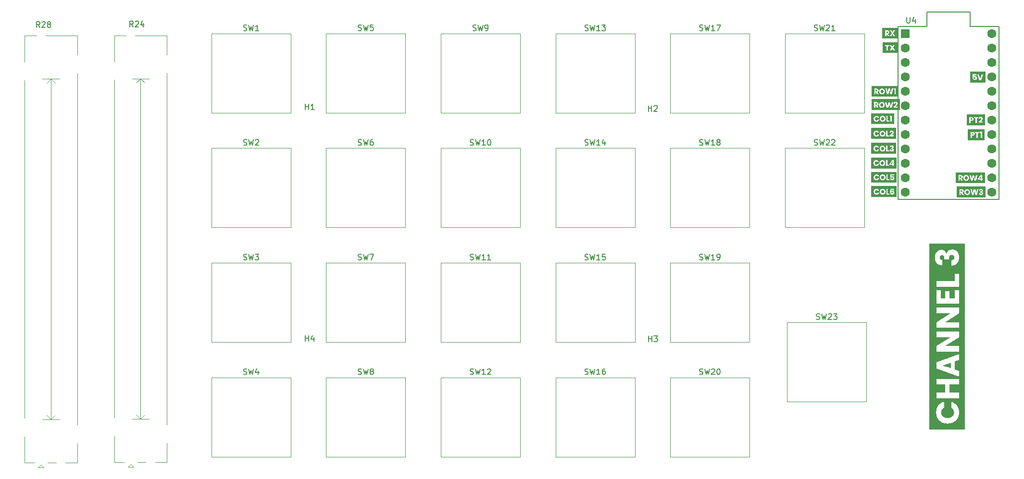
<source format=gbr>
%TF.GenerationSoftware,KiCad,Pcbnew,(7.0.0)*%
%TF.CreationDate,2024-11-11T13:13:17+03:00*%
%TF.ProjectId,04. Keyboard 6x4 Matrix,30342e20-4b65-4796-926f-617264203678,rev?*%
%TF.SameCoordinates,PX24bd848PY898b2e8*%
%TF.FileFunction,Legend,Top*%
%TF.FilePolarity,Positive*%
%FSLAX46Y46*%
G04 Gerber Fmt 4.6, Leading zero omitted, Abs format (unit mm)*
G04 Created by KiCad (PCBNEW (7.0.0)) date 2024-11-11 13:13:17*
%MOMM*%
%LPD*%
G01*
G04 APERTURE LIST*
%ADD10C,0.200000*%
%ADD11C,0.300000*%
%ADD12C,0.150000*%
%ADD13C,0.120000*%
%ADD14R,1.600000X1.600000*%
%ADD15C,1.600000*%
G04 APERTURE END LIST*
D10*
G36*
X158115444Y49979429D02*
G01*
X158127219Y49978642D01*
X158138448Y49977182D01*
X158149132Y49975047D01*
X158159271Y49972239D01*
X158168864Y49968756D01*
X158177912Y49964599D01*
X158189129Y49958009D01*
X158199375Y49950220D01*
X158208653Y49941232D01*
X158210817Y49938808D01*
X158218785Y49928557D01*
X158224040Y49920288D01*
X158228677Y49911521D01*
X158232695Y49902256D01*
X158236096Y49892493D01*
X158238878Y49882232D01*
X158241042Y49871473D01*
X158242587Y49860216D01*
X158243515Y49848461D01*
X158243824Y49836208D01*
X158243508Y49824223D01*
X158242561Y49812723D01*
X158240984Y49801709D01*
X158238775Y49791179D01*
X158235935Y49781135D01*
X158232463Y49771576D01*
X158228361Y49762502D01*
X158223628Y49753913D01*
X158216335Y49743216D01*
X158207920Y49733382D01*
X158203331Y49728827D01*
X158193546Y49720599D01*
X158182952Y49713546D01*
X158171549Y49707669D01*
X158162465Y49704033D01*
X158152927Y49701058D01*
X158142934Y49698743D01*
X158132485Y49697090D01*
X158121582Y49696099D01*
X158110223Y49695768D01*
X158101707Y49695918D01*
X158089398Y49696704D01*
X158077647Y49698165D01*
X158066454Y49700299D01*
X158055820Y49703108D01*
X158045743Y49706590D01*
X158036225Y49710747D01*
X158027265Y49715578D01*
X158018863Y49721083D01*
X158011019Y49727261D01*
X158003733Y49734114D01*
X157999208Y49739023D01*
X157992967Y49746819D01*
X157987384Y49755134D01*
X157982457Y49763969D01*
X157978188Y49773324D01*
X157974575Y49783198D01*
X157971619Y49793591D01*
X157969320Y49804504D01*
X157967678Y49815937D01*
X157966692Y49827888D01*
X157966364Y49840360D01*
X157966520Y49848605D01*
X157967342Y49860522D01*
X157968867Y49871898D01*
X157971097Y49882733D01*
X157974031Y49893027D01*
X157977669Y49902780D01*
X157982011Y49911992D01*
X157987057Y49920663D01*
X157992807Y49928793D01*
X157999261Y49936382D01*
X158006420Y49943430D01*
X158011536Y49947808D01*
X158019508Y49953844D01*
X158027837Y49959245D01*
X158036521Y49964011D01*
X158045562Y49968141D01*
X158054960Y49971636D01*
X158064713Y49974495D01*
X158074824Y49976719D01*
X158085290Y49978307D01*
X158096113Y49979261D01*
X158107292Y49979578D01*
X158115444Y49979429D01*
G37*
G36*
X156433707Y50276274D02*
G01*
X156447959Y50275364D01*
X156461841Y50273847D01*
X156475353Y50271723D01*
X156488494Y50268993D01*
X156501265Y50265655D01*
X156513666Y50261711D01*
X156525697Y50257160D01*
X156537358Y50252003D01*
X156548649Y50246238D01*
X156559569Y50239867D01*
X156570119Y50232889D01*
X156580299Y50225304D01*
X156590109Y50217112D01*
X156599548Y50208314D01*
X156608618Y50198908D01*
X156617224Y50189025D01*
X156625276Y50178732D01*
X156632772Y50168028D01*
X156639713Y50156914D01*
X156646099Y50145390D01*
X156651929Y50133455D01*
X156657204Y50121110D01*
X156661924Y50108355D01*
X156666088Y50095190D01*
X156669698Y50081615D01*
X156672752Y50067629D01*
X156675250Y50053233D01*
X156677194Y50038427D01*
X156678582Y50023210D01*
X156679415Y50007583D01*
X156679692Y49991546D01*
X156679415Y49975624D01*
X156678582Y49960096D01*
X156677194Y49944964D01*
X156675250Y49930226D01*
X156672752Y49915883D01*
X156669698Y49901936D01*
X156666088Y49888383D01*
X156661924Y49875226D01*
X156657204Y49862463D01*
X156651929Y49850095D01*
X156646099Y49838123D01*
X156639713Y49826545D01*
X156632772Y49815362D01*
X156625276Y49804574D01*
X156617224Y49794182D01*
X156608618Y49784184D01*
X156599548Y49774720D01*
X156590109Y49765866D01*
X156580299Y49757623D01*
X156570119Y49749990D01*
X156559569Y49742968D01*
X156548649Y49736557D01*
X156537358Y49730756D01*
X156525697Y49725566D01*
X156513666Y49720986D01*
X156501265Y49717017D01*
X156488494Y49713659D01*
X156475353Y49710911D01*
X156461841Y49708774D01*
X156447959Y49707248D01*
X156433707Y49706332D01*
X156419085Y49706026D01*
X156404315Y49706330D01*
X156389925Y49707240D01*
X156375914Y49708757D01*
X156362284Y49710881D01*
X156349032Y49713611D01*
X156336161Y49716949D01*
X156323669Y49720893D01*
X156311557Y49725444D01*
X156299825Y49730601D01*
X156288473Y49736366D01*
X156277500Y49742737D01*
X156266907Y49749715D01*
X156256693Y49757300D01*
X156246860Y49765492D01*
X156237406Y49774290D01*
X156228332Y49783696D01*
X156219725Y49793609D01*
X156211674Y49803933D01*
X156204177Y49814668D01*
X156197237Y49825812D01*
X156190851Y49837367D01*
X156185021Y49849332D01*
X156179745Y49861707D01*
X156175026Y49874493D01*
X156170861Y49887689D01*
X156167252Y49901295D01*
X156164198Y49915311D01*
X156161699Y49929738D01*
X156159756Y49944574D01*
X156158368Y49959821D01*
X156157535Y49975479D01*
X156157257Y49991546D01*
X156157535Y50007758D01*
X156158368Y50023542D01*
X156159756Y50038899D01*
X156161699Y50053828D01*
X156164198Y50068330D01*
X156167252Y50082405D01*
X156170861Y50096052D01*
X156175026Y50109271D01*
X156179745Y50122063D01*
X156185021Y50134428D01*
X156190851Y50146366D01*
X156197237Y50157876D01*
X156204177Y50168958D01*
X156211674Y50179613D01*
X156219725Y50189841D01*
X156228332Y50199641D01*
X156237406Y50208958D01*
X156246860Y50217673D01*
X156256693Y50225788D01*
X156266907Y50233301D01*
X156277500Y50240213D01*
X156288473Y50246524D01*
X156299825Y50252234D01*
X156311557Y50257343D01*
X156323669Y50261851D01*
X156336161Y50265758D01*
X156349032Y50269064D01*
X156362284Y50271769D01*
X156375914Y50273873D01*
X156389925Y50275375D01*
X156404315Y50276277D01*
X156419085Y50276578D01*
X156433707Y50276274D01*
G37*
G36*
X158905522Y49044328D02*
G01*
X154404037Y49044328D01*
X154404037Y49990569D01*
X154846894Y49990569D01*
X154847140Y49972348D01*
X154847879Y49954383D01*
X154849109Y49936674D01*
X154850833Y49919220D01*
X154853048Y49902022D01*
X154855756Y49885079D01*
X154858956Y49868392D01*
X154862648Y49851961D01*
X154866832Y49835786D01*
X154871509Y49819866D01*
X154876678Y49804202D01*
X154882340Y49788794D01*
X154888494Y49773642D01*
X154895140Y49758745D01*
X154902278Y49744103D01*
X154909909Y49729718D01*
X154917979Y49715655D01*
X154926437Y49701981D01*
X154935282Y49688697D01*
X154944515Y49675801D01*
X154954135Y49663295D01*
X154964142Y49651179D01*
X154974537Y49639451D01*
X154985319Y49628113D01*
X154996488Y49617164D01*
X155008045Y49606604D01*
X155019989Y49596434D01*
X155032320Y49586653D01*
X155045039Y49577261D01*
X155058145Y49568258D01*
X155071639Y49559645D01*
X155085519Y49551421D01*
X155099741Y49543642D01*
X155114195Y49536365D01*
X155128882Y49529590D01*
X155143802Y49523317D01*
X155158954Y49517546D01*
X155174340Y49512277D01*
X155189958Y49507509D01*
X155205809Y49503244D01*
X155221893Y49499480D01*
X155238209Y49496218D01*
X155254759Y49493458D01*
X155271541Y49491199D01*
X155288556Y49489443D01*
X155305804Y49488188D01*
X155323284Y49487436D01*
X155340997Y49487185D01*
X155351878Y49487275D01*
X155362661Y49487546D01*
X155373345Y49487998D01*
X155383931Y49488631D01*
X155394418Y49489445D01*
X155404808Y49490439D01*
X155415099Y49491614D01*
X155425292Y49492970D01*
X155435386Y49494507D01*
X155445383Y49496225D01*
X155455281Y49498123D01*
X155465080Y49500202D01*
X155474782Y49502462D01*
X155484385Y49504903D01*
X155493890Y49507524D01*
X155503297Y49510327D01*
X155521815Y49516474D01*
X155539941Y49523344D01*
X155557673Y49530938D01*
X155575013Y49539254D01*
X155591959Y49548294D01*
X155608512Y49558057D01*
X155624672Y49568543D01*
X155640439Y49579753D01*
X155655687Y49591590D01*
X155670290Y49603960D01*
X155684248Y49616861D01*
X155697561Y49630296D01*
X155710230Y49644262D01*
X155722253Y49658762D01*
X155733631Y49673793D01*
X155744364Y49689357D01*
X155754453Y49705453D01*
X155763896Y49722081D01*
X155772695Y49739242D01*
X155780848Y49756936D01*
X155784683Y49765982D01*
X155788357Y49775161D01*
X155791869Y49784474D01*
X155795220Y49793919D01*
X155798410Y49803498D01*
X155801439Y49813210D01*
X155804307Y49823055D01*
X155807013Y49833033D01*
X155543963Y49833033D01*
X155540174Y49825393D01*
X155534131Y49814367D01*
X155527660Y49803861D01*
X155520759Y49793874D01*
X155513429Y49784406D01*
X155505670Y49775458D01*
X155497481Y49767030D01*
X155488863Y49759121D01*
X155479815Y49751731D01*
X155470338Y49744861D01*
X155460432Y49738511D01*
X155453657Y49734577D01*
X155443277Y49729152D01*
X155432634Y49724299D01*
X155421730Y49720016D01*
X155410564Y49716305D01*
X155399136Y49713164D01*
X155387446Y49710594D01*
X155375494Y49708596D01*
X155363280Y49707168D01*
X155350804Y49706312D01*
X155338066Y49706026D01*
X155324400Y49706330D01*
X155311062Y49707240D01*
X155298053Y49708757D01*
X155285371Y49710881D01*
X155273018Y49713611D01*
X155260993Y49716949D01*
X155249296Y49720893D01*
X155237927Y49725444D01*
X155226886Y49730601D01*
X155216174Y49736366D01*
X155205790Y49742737D01*
X155195734Y49749715D01*
X155186006Y49757300D01*
X155176607Y49765492D01*
X155167535Y49774290D01*
X155158792Y49783696D01*
X155150511Y49793637D01*
X155142764Y49803983D01*
X155135551Y49814733D01*
X155128872Y49825888D01*
X155122728Y49837448D01*
X155117118Y49849412D01*
X155112043Y49861781D01*
X155107501Y49874554D01*
X155103494Y49887732D01*
X155100021Y49901314D01*
X155097083Y49915300D01*
X155094678Y49929692D01*
X155092809Y49944487D01*
X155091473Y49959688D01*
X155090671Y49975293D01*
X155090404Y49991302D01*
X155090416Y49992035D01*
X155913747Y49992035D01*
X155913754Y49991546D01*
X155914012Y49974103D01*
X155914808Y49956394D01*
X155916134Y49938909D01*
X155917991Y49921647D01*
X155920378Y49904608D01*
X155923295Y49887793D01*
X155926743Y49871200D01*
X155930722Y49854831D01*
X155935231Y49838685D01*
X155940270Y49822763D01*
X155945840Y49807064D01*
X155951940Y49791588D01*
X155958571Y49776335D01*
X155965732Y49761305D01*
X155973424Y49746499D01*
X155981646Y49731916D01*
X155990349Y49717645D01*
X155999423Y49703775D01*
X156008866Y49690305D01*
X156018680Y49677236D01*
X156028863Y49664568D01*
X156039417Y49652301D01*
X156050342Y49640434D01*
X156061636Y49628968D01*
X156073300Y49617902D01*
X156085335Y49607238D01*
X156097740Y49596974D01*
X156110515Y49587111D01*
X156123660Y49577648D01*
X156137176Y49568586D01*
X156151061Y49559925D01*
X156165317Y49551665D01*
X156179878Y49543857D01*
X156194619Y49536552D01*
X156209538Y49529752D01*
X156224637Y49523455D01*
X156239916Y49517662D01*
X156255374Y49512372D01*
X156271011Y49507587D01*
X156286828Y49503305D01*
X156302824Y49499527D01*
X156318999Y49496252D01*
X156335354Y49493482D01*
X156351888Y49491215D01*
X156368601Y49489452D01*
X156385494Y49488192D01*
X156402567Y49487437D01*
X156419818Y49487185D01*
X156437095Y49487437D01*
X156454184Y49488192D01*
X156471083Y49489452D01*
X156487794Y49491215D01*
X156504316Y49493482D01*
X156520648Y49496252D01*
X156536792Y49499527D01*
X156552747Y49503305D01*
X156568513Y49507587D01*
X156584090Y49512372D01*
X156599479Y49517662D01*
X156614678Y49523455D01*
X156629688Y49529752D01*
X156644510Y49536552D01*
X156659143Y49543857D01*
X156673586Y49551665D01*
X156687779Y49559925D01*
X156701598Y49568586D01*
X156715043Y49577648D01*
X156728114Y49587111D01*
X156740810Y49596974D01*
X156753133Y49607238D01*
X156765082Y49617902D01*
X156776657Y49628968D01*
X156787858Y49640434D01*
X156798685Y49652301D01*
X156809137Y49664568D01*
X156819216Y49677236D01*
X156828921Y49690305D01*
X156838252Y49703775D01*
X156847209Y49717645D01*
X156855792Y49731916D01*
X156863955Y49746499D01*
X156871591Y49761305D01*
X156878701Y49776335D01*
X156885284Y49791588D01*
X156891340Y49807064D01*
X156896870Y49822763D01*
X156901873Y49838685D01*
X156906350Y49854831D01*
X156910300Y49871200D01*
X156913723Y49887793D01*
X156916619Y49904608D01*
X156918989Y49921647D01*
X156920833Y49938909D01*
X156922149Y49956394D01*
X156922939Y49974103D01*
X156923203Y49992035D01*
X156922942Y50009964D01*
X156922161Y50027664D01*
X156920858Y50045135D01*
X156919035Y50062377D01*
X156916691Y50079390D01*
X156913826Y50096174D01*
X156910440Y50112729D01*
X156906533Y50129055D01*
X156902105Y50145152D01*
X156897156Y50161020D01*
X156891687Y50176659D01*
X156885696Y50192070D01*
X156879184Y50207251D01*
X156872152Y50222203D01*
X156864599Y50236926D01*
X156856524Y50251421D01*
X156848027Y50265603D01*
X156839145Y50279390D01*
X156829877Y50292783D01*
X156820224Y50305780D01*
X156810185Y50318382D01*
X156799761Y50330590D01*
X156788951Y50342402D01*
X156777756Y50353819D01*
X156766175Y50364842D01*
X156754209Y50375469D01*
X156741858Y50385702D01*
X156729121Y50395539D01*
X156715999Y50404982D01*
X156702491Y50414029D01*
X156688598Y50422682D01*
X156674319Y50430939D01*
X156659787Y50438747D01*
X156645071Y50446052D01*
X156630172Y50452852D01*
X156615090Y50459149D01*
X156599825Y50464942D01*
X156584377Y50470232D01*
X156568745Y50475017D01*
X156552930Y50479299D01*
X156536933Y50483077D01*
X156520751Y50486352D01*
X156513361Y50487603D01*
X157060711Y50487603D01*
X157060711Y49495000D01*
X157615631Y49495000D01*
X157615631Y49682579D01*
X157304221Y49682579D01*
X157304221Y50014017D01*
X157727983Y50014017D01*
X157728065Y49998196D01*
X157728312Y49982607D01*
X157728723Y49967251D01*
X157729299Y49952128D01*
X157730040Y49937236D01*
X157730945Y49922577D01*
X157732015Y49908150D01*
X157733249Y49893956D01*
X157734648Y49879994D01*
X157736212Y49866264D01*
X157737940Y49852766D01*
X157739709Y49840360D01*
X157739832Y49839501D01*
X157741890Y49826468D01*
X157744111Y49813668D01*
X157746498Y49801100D01*
X157749049Y49788764D01*
X157751764Y49776660D01*
X157754644Y49764789D01*
X157757689Y49753150D01*
X157760898Y49741743D01*
X157764272Y49730569D01*
X157767811Y49719627D01*
X157771514Y49708917D01*
X157775381Y49698440D01*
X157779413Y49688194D01*
X157783610Y49678182D01*
X157787971Y49668401D01*
X157792497Y49658853D01*
X157797188Y49649537D01*
X157802043Y49640454D01*
X157807062Y49631603D01*
X157812247Y49622984D01*
X157817642Y49614629D01*
X157823296Y49606539D01*
X157835377Y49591156D01*
X157848491Y49576833D01*
X157862637Y49563572D01*
X157877815Y49551371D01*
X157885792Y49545668D01*
X157894026Y49540231D01*
X157902518Y49535059D01*
X157911269Y49530152D01*
X157920277Y49525511D01*
X157929544Y49521134D01*
X157939069Y49517023D01*
X157948852Y49513178D01*
X157958893Y49509597D01*
X157969192Y49506281D01*
X157979749Y49503231D01*
X157990564Y49500446D01*
X158001637Y49497927D01*
X158012968Y49495672D01*
X158024558Y49493683D01*
X158036405Y49491959D01*
X158048511Y49490500D01*
X158060874Y49489307D01*
X158073496Y49488378D01*
X158086376Y49487715D01*
X158099514Y49487317D01*
X158112909Y49487185D01*
X158126322Y49487356D01*
X158139509Y49487872D01*
X158152471Y49488730D01*
X158165208Y49489932D01*
X158177720Y49491478D01*
X158190006Y49493367D01*
X158202068Y49495600D01*
X158213904Y49498176D01*
X158225515Y49501095D01*
X158236901Y49504358D01*
X158248062Y49507964D01*
X158258997Y49511914D01*
X158269708Y49516208D01*
X158280193Y49520844D01*
X158290453Y49525825D01*
X158300488Y49531148D01*
X158310262Y49536777D01*
X158319737Y49542670D01*
X158328916Y49548828D01*
X158337796Y49555252D01*
X158346379Y49561941D01*
X158354664Y49568895D01*
X158362652Y49576115D01*
X158370341Y49583600D01*
X158377734Y49591350D01*
X158384828Y49599365D01*
X158391625Y49607645D01*
X158398124Y49616191D01*
X158404326Y49625002D01*
X158410229Y49634078D01*
X158415835Y49643419D01*
X158421144Y49653026D01*
X158426172Y49662864D01*
X158430876Y49672901D01*
X158435255Y49683136D01*
X158439310Y49693570D01*
X158443040Y49704202D01*
X158446446Y49715033D01*
X158449528Y49726062D01*
X158452285Y49737289D01*
X158454718Y49748715D01*
X158456826Y49760340D01*
X158458610Y49772163D01*
X158460070Y49784184D01*
X158461206Y49796404D01*
X158462016Y49808822D01*
X158462503Y49821439D01*
X158462665Y49834254D01*
X158462343Y49853643D01*
X158461375Y49872489D01*
X158459763Y49890791D01*
X158457506Y49908549D01*
X158454603Y49925764D01*
X158451056Y49942434D01*
X158446864Y49958561D01*
X158442027Y49974144D01*
X158436545Y49989183D01*
X158430418Y50003678D01*
X158423646Y50017630D01*
X158416229Y50031037D01*
X158408167Y50043901D01*
X158399460Y50056221D01*
X158390108Y50067997D01*
X158380111Y50079229D01*
X158369584Y50089877D01*
X158358641Y50099837D01*
X158347281Y50109111D01*
X158335506Y50117698D01*
X158323315Y50125597D01*
X158310708Y50132810D01*
X158297685Y50139336D01*
X158284246Y50145175D01*
X158270391Y50150327D01*
X158256120Y50154792D01*
X158241433Y50158570D01*
X158226330Y50161661D01*
X158210811Y50164066D01*
X158194876Y50165783D01*
X158178525Y50166813D01*
X158161758Y50167157D01*
X158153133Y50167048D01*
X158140368Y50166477D01*
X158127808Y50165417D01*
X158115455Y50163867D01*
X158103308Y50161827D01*
X158091366Y50159299D01*
X158079631Y50156280D01*
X158068102Y50152773D01*
X158056779Y50148776D01*
X158045663Y50144289D01*
X158034752Y50139313D01*
X158027682Y50135780D01*
X158017471Y50130170D01*
X158007732Y50124185D01*
X157998466Y50117828D01*
X157989672Y50111096D01*
X157981350Y50103992D01*
X157973500Y50096513D01*
X157966123Y50088662D01*
X157959218Y50080436D01*
X157952785Y50071837D01*
X157946824Y50062865D01*
X157946962Y50081506D01*
X157947374Y50099509D01*
X157948061Y50116875D01*
X157949023Y50133604D01*
X157950259Y50149695D01*
X157951770Y50165149D01*
X157953556Y50179966D01*
X157955617Y50194146D01*
X157957953Y50207688D01*
X157960563Y50220593D01*
X157963448Y50232860D01*
X157966608Y50244490D01*
X157970043Y50255483D01*
X157973752Y50265839D01*
X157977736Y50275557D01*
X157981995Y50284638D01*
X157989035Y50297165D01*
X157996873Y50308460D01*
X158005510Y50318523D01*
X158014945Y50327353D01*
X158025179Y50334952D01*
X158036212Y50341318D01*
X158048042Y50346452D01*
X158060672Y50350354D01*
X158074100Y50353024D01*
X158088327Y50354462D01*
X158098255Y50354735D01*
X158107843Y50354501D01*
X158119965Y50353461D01*
X158131332Y50351590D01*
X158141943Y50348886D01*
X158151799Y50345350D01*
X158160899Y50340982D01*
X158169243Y50335782D01*
X158178611Y50328113D01*
X158180365Y50326423D01*
X158187053Y50319155D01*
X158193215Y50311070D01*
X158198849Y50302169D01*
X158203957Y50292451D01*
X158208539Y50281916D01*
X158212594Y50270564D01*
X158216122Y50258396D01*
X158218422Y50248734D01*
X158435554Y50248734D01*
X158434551Y50258547D01*
X158432601Y50273083D01*
X158430120Y50287401D01*
X158427106Y50301499D01*
X158423560Y50315379D01*
X158419481Y50329039D01*
X158414870Y50342481D01*
X158409727Y50355704D01*
X158404051Y50368708D01*
X158397843Y50381493D01*
X158391102Y50394058D01*
X158388732Y50398186D01*
X158381214Y50410266D01*
X158373082Y50421896D01*
X158364336Y50433075D01*
X158354975Y50443804D01*
X158345001Y50454081D01*
X158334413Y50463908D01*
X158323211Y50473284D01*
X158315402Y50479284D01*
X158307320Y50485084D01*
X158298965Y50490683D01*
X158290338Y50496082D01*
X158281437Y50501281D01*
X158272270Y50506250D01*
X158262844Y50510898D01*
X158253158Y50515226D01*
X158243213Y50519233D01*
X158233008Y50522919D01*
X158222544Y50526285D01*
X158211820Y50529331D01*
X158200837Y50532056D01*
X158189594Y50534460D01*
X158178092Y50536544D01*
X158166330Y50538307D01*
X158154309Y50539749D01*
X158142028Y50540871D01*
X158129487Y50541673D01*
X158116688Y50542154D01*
X158103628Y50542314D01*
X158091414Y50542186D01*
X158079411Y50541804D01*
X158067618Y50541168D01*
X158056035Y50540276D01*
X158044663Y50539130D01*
X158033501Y50537729D01*
X158022549Y50536073D01*
X158011808Y50534162D01*
X158001277Y50531997D01*
X157990957Y50529577D01*
X157980847Y50526902D01*
X157970947Y50523973D01*
X157961258Y50520788D01*
X157951779Y50517350D01*
X157942510Y50513656D01*
X157933452Y50509707D01*
X157924604Y50505504D01*
X157907540Y50496334D01*
X157891317Y50486144D01*
X157875935Y50474936D01*
X157861395Y50462708D01*
X157847696Y50449462D01*
X157834839Y50435197D01*
X157822824Y50419912D01*
X157817131Y50411888D01*
X157811647Y50403618D01*
X157806336Y50395078D01*
X157801200Y50386271D01*
X157796237Y50377194D01*
X157791449Y50367849D01*
X157786835Y50358236D01*
X157782395Y50348354D01*
X157778129Y50338203D01*
X157774037Y50327784D01*
X157770119Y50317096D01*
X157766376Y50306140D01*
X157762806Y50294915D01*
X157759411Y50283421D01*
X157756190Y50271659D01*
X157753143Y50259629D01*
X157750270Y50247330D01*
X157747571Y50234762D01*
X157745046Y50221925D01*
X157742696Y50208820D01*
X157740519Y50195447D01*
X157738517Y50181805D01*
X157736689Y50167894D01*
X157735035Y50153715D01*
X157733555Y50139267D01*
X157732249Y50124551D01*
X157731117Y50109566D01*
X157730159Y50094313D01*
X157729376Y50078791D01*
X157728766Y50063000D01*
X157728331Y50046941D01*
X157728070Y50030613D01*
X157727983Y50014017D01*
X157304221Y50014017D01*
X157304221Y50487603D01*
X157060711Y50487603D01*
X156513361Y50487603D01*
X156504387Y50489122D01*
X156487840Y50491389D01*
X156471109Y50493152D01*
X156454195Y50494412D01*
X156437098Y50495167D01*
X156419818Y50495419D01*
X156402567Y50495167D01*
X156385494Y50494412D01*
X156368601Y50493152D01*
X156351888Y50491389D01*
X156335354Y50489122D01*
X156318999Y50486352D01*
X156302824Y50483077D01*
X156286828Y50479299D01*
X156271011Y50475017D01*
X156255374Y50470232D01*
X156239916Y50464942D01*
X156224637Y50459149D01*
X156209538Y50452852D01*
X156194619Y50446052D01*
X156179878Y50438747D01*
X156165317Y50430939D01*
X156151061Y50422682D01*
X156137176Y50414029D01*
X156123660Y50404982D01*
X156110515Y50395539D01*
X156097740Y50385702D01*
X156085335Y50375469D01*
X156073300Y50364842D01*
X156061636Y50353819D01*
X156050342Y50342402D01*
X156039417Y50330590D01*
X156028863Y50318382D01*
X156018680Y50305780D01*
X156008866Y50292783D01*
X155999423Y50279390D01*
X155990349Y50265603D01*
X155981646Y50251421D01*
X155973424Y50236926D01*
X155965732Y50222203D01*
X155958571Y50207251D01*
X155951940Y50192070D01*
X155945840Y50176659D01*
X155940270Y50161020D01*
X155935231Y50145152D01*
X155930722Y50129055D01*
X155926743Y50112729D01*
X155923295Y50096174D01*
X155920378Y50079390D01*
X155917991Y50062377D01*
X155916134Y50045135D01*
X155914808Y50027664D01*
X155914012Y50009964D01*
X155913747Y49992035D01*
X155090416Y49992035D01*
X155090671Y50007340D01*
X155091473Y50022970D01*
X155092809Y50038191D01*
X155094678Y50053004D01*
X155097083Y50067408D01*
X155100021Y50081405D01*
X155103494Y50094993D01*
X155107501Y50108172D01*
X155112043Y50120943D01*
X155117118Y50133306D01*
X155122728Y50145261D01*
X155128872Y50156807D01*
X155135551Y50167945D01*
X155142764Y50178674D01*
X155150511Y50188996D01*
X155158792Y50198908D01*
X155167535Y50208314D01*
X155176607Y50217112D01*
X155186006Y50225304D01*
X155195734Y50232889D01*
X155205790Y50239867D01*
X155216174Y50246238D01*
X155226886Y50252003D01*
X155237927Y50257160D01*
X155249296Y50261711D01*
X155260993Y50265655D01*
X155273018Y50268993D01*
X155285371Y50271723D01*
X155298053Y50273847D01*
X155311062Y50275364D01*
X155324400Y50276274D01*
X155338066Y50276578D01*
X155346587Y50276451D01*
X155359150Y50275785D01*
X155371451Y50274547D01*
X155383491Y50272739D01*
X155395268Y50270360D01*
X155406783Y50267410D01*
X155418037Y50263888D01*
X155429029Y50259796D01*
X155439758Y50255133D01*
X155450226Y50249899D01*
X155460432Y50244093D01*
X155467084Y50239917D01*
X155476704Y50233220D01*
X155485894Y50226004D01*
X155494656Y50218268D01*
X155502988Y50210013D01*
X155510890Y50201238D01*
X155518364Y50191944D01*
X155525407Y50182130D01*
X155532022Y50171796D01*
X155538207Y50160944D01*
X155543963Y50149571D01*
X155807013Y50149571D01*
X155804307Y50159534D01*
X155801439Y50169365D01*
X155798410Y50179062D01*
X155795220Y50188627D01*
X155791869Y50198060D01*
X155788357Y50207360D01*
X155784683Y50216527D01*
X155780848Y50225561D01*
X155772695Y50243233D01*
X155763896Y50260374D01*
X155754453Y50276984D01*
X155744364Y50293064D01*
X155733631Y50308613D01*
X155722253Y50323633D01*
X155710230Y50338121D01*
X155697561Y50352079D01*
X155684248Y50365507D01*
X155670290Y50378404D01*
X155655687Y50390771D01*
X155640439Y50402607D01*
X155632605Y50408317D01*
X155616641Y50419193D01*
X155600285Y50429345D01*
X155583535Y50438771D01*
X155566392Y50447472D01*
X155548856Y50455448D01*
X155530927Y50462699D01*
X155512605Y50469225D01*
X155503297Y50472216D01*
X155493890Y50475026D01*
X155484385Y50477654D01*
X155474782Y50480102D01*
X155465080Y50482367D01*
X155455281Y50484452D01*
X155445383Y50486356D01*
X155435386Y50488078D01*
X155425292Y50489618D01*
X155415099Y50490978D01*
X155404808Y50492156D01*
X155394418Y50493153D01*
X155383931Y50493969D01*
X155373345Y50494603D01*
X155362661Y50495057D01*
X155351878Y50495329D01*
X155340997Y50495419D01*
X155323284Y50495168D01*
X155305804Y50494416D01*
X155288556Y50493161D01*
X155271541Y50491404D01*
X155254759Y50489146D01*
X155238209Y50486386D01*
X155221893Y50483124D01*
X155205809Y50479360D01*
X155189958Y50475095D01*
X155174340Y50470327D01*
X155158954Y50465058D01*
X155143802Y50459287D01*
X155128882Y50453013D01*
X155114195Y50446239D01*
X155099741Y50438962D01*
X155085519Y50431183D01*
X155071639Y50422985D01*
X155058145Y50414388D01*
X155045039Y50405392D01*
X155032320Y50395997D01*
X155019989Y50386204D01*
X155008045Y50376011D01*
X154996488Y50365420D01*
X154985319Y50354430D01*
X154974537Y50343041D01*
X154964142Y50331254D01*
X154954135Y50319067D01*
X154944515Y50306482D01*
X154935282Y50293498D01*
X154926437Y50280115D01*
X154917979Y50266334D01*
X154909909Y50252153D01*
X154902278Y50237679D01*
X154895140Y50222955D01*
X154888494Y50207981D01*
X154882340Y50192757D01*
X154876678Y50177282D01*
X154871509Y50161558D01*
X154866832Y50145584D01*
X154862648Y50129360D01*
X154858956Y50112886D01*
X154855756Y50096162D01*
X154853048Y50079188D01*
X154850833Y50061964D01*
X154849109Y50044491D01*
X154847879Y50026767D01*
X154847140Y50008793D01*
X154846894Y49990569D01*
X154404037Y49990569D01*
X154404037Y50985171D01*
X158905522Y50985171D01*
X158905522Y49044328D01*
G37*
G36*
X156433707Y52801274D02*
G01*
X156447959Y52800364D01*
X156461841Y52798847D01*
X156475353Y52796723D01*
X156488494Y52793993D01*
X156501265Y52790655D01*
X156513666Y52786711D01*
X156525697Y52782160D01*
X156537358Y52777003D01*
X156548649Y52771238D01*
X156559569Y52764867D01*
X156570119Y52757889D01*
X156580299Y52750304D01*
X156590109Y52742112D01*
X156599548Y52733314D01*
X156608618Y52723908D01*
X156617224Y52714025D01*
X156625276Y52703732D01*
X156632772Y52693028D01*
X156639713Y52681914D01*
X156646099Y52670390D01*
X156651929Y52658455D01*
X156657204Y52646110D01*
X156661924Y52633355D01*
X156666088Y52620190D01*
X156669698Y52606615D01*
X156672752Y52592629D01*
X156675250Y52578233D01*
X156677194Y52563427D01*
X156678582Y52548210D01*
X156679415Y52532583D01*
X156679692Y52516546D01*
X156679415Y52500624D01*
X156678582Y52485096D01*
X156677194Y52469964D01*
X156675250Y52455226D01*
X156672752Y52440883D01*
X156669698Y52426936D01*
X156666088Y52413383D01*
X156661924Y52400226D01*
X156657204Y52387463D01*
X156651929Y52375095D01*
X156646099Y52363123D01*
X156639713Y52351545D01*
X156632772Y52340362D01*
X156625276Y52329574D01*
X156617224Y52319182D01*
X156608618Y52309184D01*
X156599548Y52299720D01*
X156590109Y52290866D01*
X156580299Y52282623D01*
X156570119Y52274990D01*
X156559569Y52267968D01*
X156548649Y52261557D01*
X156537358Y52255756D01*
X156525697Y52250566D01*
X156513666Y52245986D01*
X156501265Y52242017D01*
X156488494Y52238659D01*
X156475353Y52235911D01*
X156461841Y52233774D01*
X156447959Y52232248D01*
X156433707Y52231332D01*
X156419085Y52231026D01*
X156404315Y52231330D01*
X156389925Y52232240D01*
X156375914Y52233757D01*
X156362284Y52235881D01*
X156349032Y52238611D01*
X156336161Y52241949D01*
X156323669Y52245893D01*
X156311557Y52250444D01*
X156299825Y52255601D01*
X156288473Y52261366D01*
X156277500Y52267737D01*
X156266907Y52274715D01*
X156256693Y52282300D01*
X156246860Y52290492D01*
X156237406Y52299290D01*
X156228332Y52308696D01*
X156219725Y52318609D01*
X156211674Y52328933D01*
X156204177Y52339668D01*
X156197237Y52350812D01*
X156190851Y52362367D01*
X156185021Y52374332D01*
X156179745Y52386707D01*
X156175026Y52399493D01*
X156170861Y52412689D01*
X156167252Y52426295D01*
X156164198Y52440311D01*
X156161699Y52454738D01*
X156159756Y52469574D01*
X156158368Y52484821D01*
X156157535Y52500479D01*
X156157257Y52516546D01*
X156157535Y52532758D01*
X156158368Y52548542D01*
X156159756Y52563899D01*
X156161699Y52578828D01*
X156164198Y52593330D01*
X156167252Y52607405D01*
X156170861Y52621052D01*
X156175026Y52634271D01*
X156179745Y52647063D01*
X156185021Y52659428D01*
X156190851Y52671366D01*
X156197237Y52682876D01*
X156204177Y52693958D01*
X156211674Y52704613D01*
X156219725Y52714841D01*
X156228332Y52724641D01*
X156237406Y52733958D01*
X156246860Y52742673D01*
X156256693Y52750788D01*
X156266907Y52758301D01*
X156277500Y52765213D01*
X156288473Y52771524D01*
X156299825Y52777234D01*
X156311557Y52782343D01*
X156323669Y52786851D01*
X156336161Y52790758D01*
X156349032Y52794064D01*
X156362284Y52796769D01*
X156375914Y52798873D01*
X156389925Y52800375D01*
X156404315Y52801277D01*
X156419085Y52801578D01*
X156433707Y52801274D01*
G37*
G36*
X158921154Y51569328D02*
G01*
X154404037Y51569328D01*
X154404037Y52515569D01*
X154846894Y52515569D01*
X154847140Y52497348D01*
X154847879Y52479383D01*
X154849109Y52461674D01*
X154850833Y52444220D01*
X154853048Y52427022D01*
X154855756Y52410079D01*
X154858956Y52393392D01*
X154862648Y52376961D01*
X154866832Y52360786D01*
X154871509Y52344866D01*
X154876678Y52329202D01*
X154882340Y52313794D01*
X154888494Y52298642D01*
X154895140Y52283745D01*
X154902278Y52269103D01*
X154909909Y52254718D01*
X154917979Y52240655D01*
X154926437Y52226981D01*
X154935282Y52213697D01*
X154944515Y52200801D01*
X154954135Y52188295D01*
X154964142Y52176179D01*
X154974537Y52164451D01*
X154985319Y52153113D01*
X154996488Y52142164D01*
X155008045Y52131604D01*
X155019989Y52121434D01*
X155032320Y52111653D01*
X155045039Y52102261D01*
X155058145Y52093258D01*
X155071639Y52084645D01*
X155085519Y52076421D01*
X155099741Y52068642D01*
X155114195Y52061365D01*
X155128882Y52054590D01*
X155143802Y52048317D01*
X155158954Y52042546D01*
X155174340Y52037277D01*
X155189958Y52032509D01*
X155205809Y52028244D01*
X155221893Y52024480D01*
X155238209Y52021218D01*
X155254759Y52018458D01*
X155271541Y52016199D01*
X155288556Y52014443D01*
X155305804Y52013188D01*
X155323284Y52012436D01*
X155340997Y52012185D01*
X155351878Y52012275D01*
X155362661Y52012546D01*
X155373345Y52012998D01*
X155383931Y52013631D01*
X155394418Y52014445D01*
X155404808Y52015439D01*
X155415099Y52016614D01*
X155425292Y52017970D01*
X155435386Y52019507D01*
X155445383Y52021225D01*
X155455281Y52023123D01*
X155465080Y52025202D01*
X155474782Y52027462D01*
X155484385Y52029903D01*
X155493890Y52032524D01*
X155503297Y52035327D01*
X155521815Y52041474D01*
X155539941Y52048344D01*
X155557673Y52055938D01*
X155575013Y52064254D01*
X155591959Y52073294D01*
X155608512Y52083057D01*
X155624672Y52093543D01*
X155640439Y52104753D01*
X155655687Y52116590D01*
X155670290Y52128960D01*
X155684248Y52141861D01*
X155697561Y52155296D01*
X155710230Y52169262D01*
X155722253Y52183762D01*
X155733631Y52198793D01*
X155744364Y52214357D01*
X155754453Y52230453D01*
X155763896Y52247081D01*
X155772695Y52264242D01*
X155780848Y52281936D01*
X155784683Y52290982D01*
X155788357Y52300161D01*
X155791869Y52309474D01*
X155795220Y52318919D01*
X155798410Y52328498D01*
X155801439Y52338210D01*
X155804307Y52348055D01*
X155807013Y52358033D01*
X155543963Y52358033D01*
X155540174Y52350393D01*
X155534131Y52339367D01*
X155527660Y52328861D01*
X155520759Y52318874D01*
X155513429Y52309406D01*
X155505670Y52300458D01*
X155497481Y52292030D01*
X155488863Y52284121D01*
X155479815Y52276731D01*
X155470338Y52269861D01*
X155460432Y52263511D01*
X155453657Y52259577D01*
X155443277Y52254152D01*
X155432634Y52249299D01*
X155421730Y52245016D01*
X155410564Y52241305D01*
X155399136Y52238164D01*
X155387446Y52235594D01*
X155375494Y52233596D01*
X155363280Y52232168D01*
X155350804Y52231312D01*
X155338066Y52231026D01*
X155324400Y52231330D01*
X155311062Y52232240D01*
X155298053Y52233757D01*
X155285371Y52235881D01*
X155273018Y52238611D01*
X155260993Y52241949D01*
X155249296Y52245893D01*
X155237927Y52250444D01*
X155226886Y52255601D01*
X155216174Y52261366D01*
X155205790Y52267737D01*
X155195734Y52274715D01*
X155186006Y52282300D01*
X155176607Y52290492D01*
X155167535Y52299290D01*
X155158792Y52308696D01*
X155150511Y52318637D01*
X155142764Y52328983D01*
X155135551Y52339733D01*
X155128872Y52350888D01*
X155122728Y52362448D01*
X155117118Y52374412D01*
X155112043Y52386781D01*
X155107501Y52399554D01*
X155103494Y52412732D01*
X155100021Y52426314D01*
X155097083Y52440300D01*
X155094678Y52454692D01*
X155092809Y52469487D01*
X155091473Y52484688D01*
X155090671Y52500293D01*
X155090404Y52516302D01*
X155090416Y52517035D01*
X155913747Y52517035D01*
X155913754Y52516546D01*
X155914012Y52499103D01*
X155914808Y52481394D01*
X155916134Y52463909D01*
X155917991Y52446647D01*
X155920378Y52429608D01*
X155923295Y52412793D01*
X155926743Y52396200D01*
X155930722Y52379831D01*
X155935231Y52363685D01*
X155940270Y52347763D01*
X155945840Y52332064D01*
X155951940Y52316588D01*
X155958571Y52301335D01*
X155965732Y52286305D01*
X155973424Y52271499D01*
X155981646Y52256916D01*
X155990349Y52242645D01*
X155999423Y52228775D01*
X156008866Y52215305D01*
X156018680Y52202236D01*
X156028863Y52189568D01*
X156039417Y52177301D01*
X156050342Y52165434D01*
X156061636Y52153968D01*
X156073300Y52142902D01*
X156085335Y52132238D01*
X156097740Y52121974D01*
X156110515Y52112111D01*
X156123660Y52102648D01*
X156137176Y52093586D01*
X156151061Y52084925D01*
X156165317Y52076665D01*
X156179878Y52068857D01*
X156194619Y52061552D01*
X156209538Y52054752D01*
X156224637Y52048455D01*
X156239916Y52042662D01*
X156255374Y52037372D01*
X156271011Y52032587D01*
X156286828Y52028305D01*
X156302824Y52024527D01*
X156318999Y52021252D01*
X156335354Y52018482D01*
X156351888Y52016215D01*
X156368601Y52014452D01*
X156385494Y52013192D01*
X156402567Y52012437D01*
X156419818Y52012185D01*
X156437095Y52012437D01*
X156454184Y52013192D01*
X156471083Y52014452D01*
X156487794Y52016215D01*
X156504316Y52018482D01*
X156520648Y52021252D01*
X156536792Y52024527D01*
X156552747Y52028305D01*
X156568513Y52032587D01*
X156584090Y52037372D01*
X156599479Y52042662D01*
X156614678Y52048455D01*
X156629688Y52054752D01*
X156644510Y52061552D01*
X156659143Y52068857D01*
X156673586Y52076665D01*
X156687779Y52084925D01*
X156701598Y52093586D01*
X156715043Y52102648D01*
X156728114Y52112111D01*
X156740810Y52121974D01*
X156753133Y52132238D01*
X156765082Y52142902D01*
X156776657Y52153968D01*
X156787858Y52165434D01*
X156798685Y52177301D01*
X156809137Y52189568D01*
X156819216Y52202236D01*
X156828921Y52215305D01*
X156838252Y52228775D01*
X156847209Y52242645D01*
X156855792Y52256916D01*
X156863955Y52271499D01*
X156871591Y52286305D01*
X156878701Y52301335D01*
X156885284Y52316588D01*
X156891340Y52332064D01*
X156896870Y52347763D01*
X156901873Y52363685D01*
X156906350Y52379831D01*
X156910300Y52396200D01*
X156913723Y52412793D01*
X156916619Y52429608D01*
X156918989Y52446647D01*
X156920833Y52463909D01*
X156922149Y52481394D01*
X156922939Y52499103D01*
X156923203Y52517035D01*
X156922942Y52534964D01*
X156922161Y52552664D01*
X156920858Y52570135D01*
X156919035Y52587377D01*
X156916691Y52604390D01*
X156913826Y52621174D01*
X156910440Y52637729D01*
X156906533Y52654055D01*
X156902105Y52670152D01*
X156897156Y52686020D01*
X156891687Y52701659D01*
X156885696Y52717070D01*
X156879184Y52732251D01*
X156872152Y52747203D01*
X156864599Y52761926D01*
X156856524Y52776421D01*
X156848027Y52790603D01*
X156839145Y52804390D01*
X156829877Y52817783D01*
X156820224Y52830780D01*
X156810185Y52843382D01*
X156799761Y52855590D01*
X156788951Y52867402D01*
X156777756Y52878819D01*
X156766175Y52889842D01*
X156754209Y52900469D01*
X156741858Y52910702D01*
X156729121Y52920539D01*
X156715999Y52929982D01*
X156702491Y52939029D01*
X156688598Y52947682D01*
X156674319Y52955939D01*
X156659787Y52963747D01*
X156645071Y52971052D01*
X156630172Y52977852D01*
X156615090Y52984149D01*
X156599825Y52989942D01*
X156584377Y52995232D01*
X156568745Y53000017D01*
X156552930Y53004299D01*
X156536933Y53008077D01*
X156520751Y53011352D01*
X156513361Y53012603D01*
X157060711Y53012603D01*
X157060711Y52020000D01*
X157615631Y52020000D01*
X157615631Y52207579D01*
X157304221Y52207579D01*
X157304221Y52328235D01*
X157751430Y52328235D01*
X157751607Y52316931D01*
X157752136Y52305795D01*
X157753019Y52294827D01*
X157754254Y52284027D01*
X157755843Y52273395D01*
X157757784Y52262931D01*
X157760079Y52252634D01*
X157762726Y52242506D01*
X157765727Y52232545D01*
X157769080Y52222753D01*
X157772787Y52213128D01*
X157776847Y52203671D01*
X157781259Y52194382D01*
X157786025Y52185261D01*
X157791143Y52176308D01*
X157796615Y52167523D01*
X157802442Y52158971D01*
X157808564Y52150655D01*
X157814982Y52142576D01*
X157821696Y52134734D01*
X157828705Y52127128D01*
X157836011Y52119758D01*
X157843612Y52112626D01*
X157851509Y52105730D01*
X157859701Y52099070D01*
X157868190Y52092647D01*
X157876974Y52086461D01*
X157886054Y52080512D01*
X157895429Y52074799D01*
X157905101Y52069322D01*
X157915068Y52064083D01*
X157925331Y52059079D01*
X157935887Y52054347D01*
X157946672Y52049920D01*
X157957686Y52045799D01*
X157968928Y52041982D01*
X157980400Y52038471D01*
X157992101Y52035266D01*
X158004031Y52032365D01*
X158016189Y52029770D01*
X158028577Y52027480D01*
X158041194Y52025496D01*
X158054039Y52023817D01*
X158067114Y52022443D01*
X158080418Y52021374D01*
X158093950Y52020611D01*
X158107712Y52020153D01*
X158121702Y52020000D01*
X158132237Y52020094D01*
X158142622Y52020374D01*
X158152858Y52020840D01*
X158162945Y52021493D01*
X158172882Y52022332D01*
X158182670Y52023358D01*
X158201799Y52025969D01*
X158220330Y52029327D01*
X158238263Y52033430D01*
X158255600Y52038280D01*
X158272339Y52043875D01*
X158288481Y52050217D01*
X158304026Y52057305D01*
X158318973Y52065139D01*
X158333323Y52073719D01*
X158347076Y52083045D01*
X158360232Y52093117D01*
X158372791Y52103935D01*
X158384752Y52115499D01*
X158390507Y52121549D01*
X158401469Y52134044D01*
X158411701Y52147065D01*
X158421201Y52160613D01*
X158429971Y52174687D01*
X158438010Y52189288D01*
X158445319Y52204416D01*
X158451896Y52220071D01*
X158457742Y52236252D01*
X158462858Y52252960D01*
X158467243Y52270194D01*
X158470897Y52287955D01*
X158473821Y52306243D01*
X158476013Y52325057D01*
X158477475Y52344398D01*
X158477931Y52354266D01*
X158478205Y52364266D01*
X158478297Y52374397D01*
X158478170Y52385338D01*
X158477789Y52396180D01*
X158477155Y52406923D01*
X158476267Y52417567D01*
X158475124Y52428111D01*
X158473729Y52438556D01*
X158472079Y52448902D01*
X158470176Y52459149D01*
X158468019Y52469297D01*
X158465608Y52479345D01*
X158462943Y52489294D01*
X158460024Y52499144D01*
X158456852Y52508895D01*
X158453426Y52518546D01*
X158449746Y52528098D01*
X158445812Y52537551D01*
X158441605Y52546875D01*
X158437104Y52555980D01*
X158432309Y52564865D01*
X158427219Y52573531D01*
X158421837Y52581978D01*
X158416160Y52590205D01*
X158410189Y52598212D01*
X158403925Y52606000D01*
X158397367Y52613569D01*
X158390514Y52620918D01*
X158383368Y52628048D01*
X158375928Y52634958D01*
X158368195Y52641649D01*
X158360167Y52648121D01*
X158351846Y52654373D01*
X158343230Y52660405D01*
X158334358Y52666143D01*
X158325202Y52671511D01*
X158315765Y52676508D01*
X158306045Y52681135D01*
X158296042Y52685392D01*
X158285757Y52689279D01*
X158275190Y52692796D01*
X158264340Y52695943D01*
X158253208Y52698719D01*
X158241793Y52701125D01*
X158230096Y52703161D01*
X158218117Y52704827D01*
X158205855Y52706123D01*
X158193311Y52707048D01*
X158180485Y52707603D01*
X158167376Y52707788D01*
X158159989Y52707713D01*
X158149031Y52707317D01*
X158138219Y52706582D01*
X158127553Y52705508D01*
X158117033Y52704095D01*
X158106659Y52702343D01*
X158096431Y52700251D01*
X158086349Y52697820D01*
X158076412Y52695051D01*
X158066622Y52691941D01*
X158056978Y52688493D01*
X158053825Y52687292D01*
X158044632Y52683559D01*
X158032996Y52678281D01*
X158022070Y52672659D01*
X158011854Y52666694D01*
X158002348Y52660386D01*
X157993551Y52653734D01*
X157985464Y52646739D01*
X157978087Y52639400D01*
X157978087Y52843099D01*
X158418457Y52843099D01*
X158418457Y53051682D01*
X157759246Y53051682D01*
X157759246Y52437167D01*
X157992254Y52437167D01*
X157993557Y52441781D01*
X157997533Y52452815D01*
X158002535Y52463133D01*
X158008562Y52472736D01*
X158015615Y52481623D01*
X158023694Y52489795D01*
X158032798Y52497251D01*
X158038762Y52501354D01*
X158049361Y52507296D01*
X158058432Y52511242D01*
X158068030Y52514470D01*
X158078154Y52516981D01*
X158088806Y52518775D01*
X158099984Y52519851D01*
X158111688Y52520210D01*
X158115703Y52520175D01*
X158127385Y52519649D01*
X158138521Y52518492D01*
X158149112Y52516704D01*
X158159157Y52514284D01*
X158168658Y52511234D01*
X158180477Y52506185D01*
X158191327Y52500014D01*
X158201207Y52492721D01*
X158210118Y52484306D01*
X158216142Y52477295D01*
X158223251Y52467079D01*
X158229308Y52455870D01*
X158233159Y52446813D01*
X158236418Y52437197D01*
X158239084Y52427024D01*
X158241157Y52416292D01*
X158242639Y52405002D01*
X158243527Y52393153D01*
X158243824Y52380747D01*
X158243697Y52372185D01*
X158243031Y52359750D01*
X158241793Y52347805D01*
X158239985Y52336349D01*
X158237606Y52325382D01*
X158234656Y52314905D01*
X158231134Y52304917D01*
X158227042Y52295419D01*
X158222379Y52286410D01*
X158217145Y52277891D01*
X158211339Y52269861D01*
X158207177Y52264863D01*
X158198056Y52255833D01*
X158187874Y52248094D01*
X158176631Y52241644D01*
X158167503Y52237654D01*
X158157778Y52234388D01*
X158147456Y52231849D01*
X158136537Y52230035D01*
X158125022Y52228947D01*
X158112909Y52228584D01*
X158109422Y52228612D01*
X158099236Y52229027D01*
X158086302Y52230355D01*
X158074109Y52232568D01*
X158062657Y52235667D01*
X158051944Y52239651D01*
X158041972Y52244521D01*
X158032741Y52250276D01*
X158024249Y52256916D01*
X158016563Y52264228D01*
X158009625Y52271998D01*
X158003435Y52280226D01*
X157997993Y52288912D01*
X157993299Y52298056D01*
X157989353Y52307658D01*
X157986155Y52317717D01*
X157983705Y52328235D01*
X157751430Y52328235D01*
X157304221Y52328235D01*
X157304221Y53012603D01*
X157060711Y53012603D01*
X156513361Y53012603D01*
X156504387Y53014122D01*
X156487840Y53016389D01*
X156471109Y53018152D01*
X156454195Y53019412D01*
X156437098Y53020167D01*
X156419818Y53020419D01*
X156402567Y53020167D01*
X156385494Y53019412D01*
X156368601Y53018152D01*
X156351888Y53016389D01*
X156335354Y53014122D01*
X156318999Y53011352D01*
X156302824Y53008077D01*
X156286828Y53004299D01*
X156271011Y53000017D01*
X156255374Y52995232D01*
X156239916Y52989942D01*
X156224637Y52984149D01*
X156209538Y52977852D01*
X156194619Y52971052D01*
X156179878Y52963747D01*
X156165317Y52955939D01*
X156151061Y52947682D01*
X156137176Y52939029D01*
X156123660Y52929982D01*
X156110515Y52920539D01*
X156097740Y52910702D01*
X156085335Y52900469D01*
X156073300Y52889842D01*
X156061636Y52878819D01*
X156050342Y52867402D01*
X156039417Y52855590D01*
X156028863Y52843382D01*
X156018680Y52830780D01*
X156008866Y52817783D01*
X155999423Y52804390D01*
X155990349Y52790603D01*
X155981646Y52776421D01*
X155973424Y52761926D01*
X155965732Y52747203D01*
X155958571Y52732251D01*
X155951940Y52717070D01*
X155945840Y52701659D01*
X155940270Y52686020D01*
X155935231Y52670152D01*
X155930722Y52654055D01*
X155926743Y52637729D01*
X155923295Y52621174D01*
X155920378Y52604390D01*
X155917991Y52587377D01*
X155916134Y52570135D01*
X155914808Y52552664D01*
X155914012Y52534964D01*
X155913747Y52517035D01*
X155090416Y52517035D01*
X155090671Y52532340D01*
X155091473Y52547970D01*
X155092809Y52563191D01*
X155094678Y52578004D01*
X155097083Y52592408D01*
X155100021Y52606405D01*
X155103494Y52619993D01*
X155107501Y52633172D01*
X155112043Y52645943D01*
X155117118Y52658306D01*
X155122728Y52670261D01*
X155128872Y52681807D01*
X155135551Y52692945D01*
X155142764Y52703674D01*
X155150511Y52713996D01*
X155158792Y52723908D01*
X155167535Y52733314D01*
X155176607Y52742112D01*
X155186006Y52750304D01*
X155195734Y52757889D01*
X155205790Y52764867D01*
X155216174Y52771238D01*
X155226886Y52777003D01*
X155237927Y52782160D01*
X155249296Y52786711D01*
X155260993Y52790655D01*
X155273018Y52793993D01*
X155285371Y52796723D01*
X155298053Y52798847D01*
X155311062Y52800364D01*
X155324400Y52801274D01*
X155338066Y52801578D01*
X155346587Y52801451D01*
X155359150Y52800785D01*
X155371451Y52799547D01*
X155383491Y52797739D01*
X155395268Y52795360D01*
X155406783Y52792410D01*
X155418037Y52788888D01*
X155429029Y52784796D01*
X155439758Y52780133D01*
X155450226Y52774899D01*
X155460432Y52769093D01*
X155467084Y52764917D01*
X155476704Y52758220D01*
X155485894Y52751004D01*
X155494656Y52743268D01*
X155502988Y52735013D01*
X155510890Y52726238D01*
X155518364Y52716944D01*
X155525407Y52707130D01*
X155532022Y52696796D01*
X155538207Y52685944D01*
X155543963Y52674571D01*
X155807013Y52674571D01*
X155804307Y52684534D01*
X155801439Y52694365D01*
X155798410Y52704062D01*
X155795220Y52713627D01*
X155791869Y52723060D01*
X155788357Y52732360D01*
X155784683Y52741527D01*
X155780848Y52750561D01*
X155772695Y52768233D01*
X155763896Y52785374D01*
X155754453Y52801984D01*
X155744364Y52818064D01*
X155733631Y52833613D01*
X155722253Y52848633D01*
X155710230Y52863121D01*
X155697561Y52877079D01*
X155684248Y52890507D01*
X155670290Y52903404D01*
X155655687Y52915771D01*
X155640439Y52927607D01*
X155632605Y52933317D01*
X155616641Y52944193D01*
X155600285Y52954345D01*
X155583535Y52963771D01*
X155566392Y52972472D01*
X155548856Y52980448D01*
X155530927Y52987699D01*
X155512605Y52994225D01*
X155503297Y52997216D01*
X155493890Y53000026D01*
X155484385Y53002654D01*
X155474782Y53005102D01*
X155465080Y53007367D01*
X155455281Y53009452D01*
X155445383Y53011356D01*
X155435386Y53013078D01*
X155425292Y53014618D01*
X155415099Y53015978D01*
X155404808Y53017156D01*
X155394418Y53018153D01*
X155383931Y53018969D01*
X155373345Y53019603D01*
X155362661Y53020057D01*
X155351878Y53020329D01*
X155340997Y53020419D01*
X155323284Y53020168D01*
X155305804Y53019416D01*
X155288556Y53018161D01*
X155271541Y53016404D01*
X155254759Y53014146D01*
X155238209Y53011386D01*
X155221893Y53008124D01*
X155205809Y53004360D01*
X155189958Y53000095D01*
X155174340Y52995327D01*
X155158954Y52990058D01*
X155143802Y52984287D01*
X155128882Y52978013D01*
X155114195Y52971239D01*
X155099741Y52963962D01*
X155085519Y52956183D01*
X155071639Y52947985D01*
X155058145Y52939388D01*
X155045039Y52930392D01*
X155032320Y52920997D01*
X155019989Y52911204D01*
X155008045Y52901011D01*
X154996488Y52890420D01*
X154985319Y52879430D01*
X154974537Y52868041D01*
X154964142Y52856254D01*
X154954135Y52844067D01*
X154944515Y52831482D01*
X154935282Y52818498D01*
X154926437Y52805115D01*
X154917979Y52791334D01*
X154909909Y52777153D01*
X154902278Y52762679D01*
X154895140Y52747955D01*
X154888494Y52732981D01*
X154882340Y52717757D01*
X154876678Y52702282D01*
X154871509Y52686558D01*
X154866832Y52670584D01*
X154862648Y52654360D01*
X154858956Y52637886D01*
X154855756Y52621162D01*
X154853048Y52604188D01*
X154850833Y52586964D01*
X154849109Y52569491D01*
X154847879Y52551767D01*
X154847140Y52533793D01*
X154846894Y52515569D01*
X154404037Y52515569D01*
X154404037Y53494539D01*
X158921154Y53494539D01*
X158921154Y51569328D01*
G37*
G36*
X171146827Y52706274D02*
G01*
X171161079Y52705364D01*
X171174961Y52703847D01*
X171188472Y52701723D01*
X171201614Y52698993D01*
X171214385Y52695655D01*
X171226786Y52691711D01*
X171238817Y52687160D01*
X171250478Y52682003D01*
X171261768Y52676238D01*
X171272688Y52669867D01*
X171283239Y52662889D01*
X171293418Y52655304D01*
X171303228Y52647112D01*
X171312668Y52638314D01*
X171321737Y52628908D01*
X171330344Y52619025D01*
X171338395Y52608732D01*
X171345892Y52598028D01*
X171352832Y52586914D01*
X171359218Y52575390D01*
X171365048Y52563455D01*
X171370324Y52551110D01*
X171375043Y52538355D01*
X171379208Y52525190D01*
X171382817Y52511615D01*
X171385871Y52497629D01*
X171388370Y52483233D01*
X171390313Y52468427D01*
X171391701Y52453210D01*
X171392534Y52437583D01*
X171392812Y52421546D01*
X171392534Y52405624D01*
X171391701Y52390096D01*
X171390313Y52374964D01*
X171388370Y52360226D01*
X171385871Y52345883D01*
X171382817Y52331936D01*
X171379208Y52318383D01*
X171375043Y52305226D01*
X171370324Y52292463D01*
X171365048Y52280095D01*
X171359218Y52268123D01*
X171352832Y52256545D01*
X171345892Y52245362D01*
X171338395Y52234574D01*
X171330344Y52224182D01*
X171321737Y52214184D01*
X171312668Y52204720D01*
X171303228Y52195866D01*
X171293418Y52187623D01*
X171283239Y52179990D01*
X171272688Y52172968D01*
X171261768Y52166557D01*
X171250478Y52160756D01*
X171238817Y52155566D01*
X171226786Y52150986D01*
X171214385Y52147017D01*
X171201614Y52143659D01*
X171188472Y52140911D01*
X171174961Y52138774D01*
X171161079Y52137248D01*
X171146827Y52136332D01*
X171132205Y52136026D01*
X171117435Y52136330D01*
X171103045Y52137240D01*
X171089034Y52138757D01*
X171075403Y52140881D01*
X171062152Y52143611D01*
X171049281Y52146949D01*
X171036789Y52150893D01*
X171024677Y52155444D01*
X171012945Y52160601D01*
X171001592Y52166366D01*
X170990619Y52172737D01*
X170980026Y52179715D01*
X170969813Y52187300D01*
X170959979Y52195492D01*
X170950525Y52204290D01*
X170941451Y52213696D01*
X170932844Y52223609D01*
X170924793Y52233933D01*
X170917297Y52244668D01*
X170910356Y52255812D01*
X170903970Y52267367D01*
X170898140Y52279332D01*
X170892865Y52291707D01*
X170888145Y52304493D01*
X170883981Y52317689D01*
X170880371Y52331295D01*
X170877317Y52345311D01*
X170874819Y52359738D01*
X170872875Y52374574D01*
X170871487Y52389821D01*
X170870654Y52405479D01*
X170870377Y52421546D01*
X170870654Y52437758D01*
X170871487Y52453542D01*
X170872875Y52468899D01*
X170874819Y52483828D01*
X170877317Y52498330D01*
X170880371Y52512405D01*
X170883981Y52526052D01*
X170888145Y52539271D01*
X170892865Y52552063D01*
X170898140Y52564428D01*
X170903970Y52576366D01*
X170910356Y52587876D01*
X170917297Y52598958D01*
X170924793Y52609613D01*
X170932844Y52619841D01*
X170941451Y52629641D01*
X170950525Y52638958D01*
X170959979Y52647673D01*
X170969813Y52655788D01*
X170980026Y52663301D01*
X170990619Y52670213D01*
X171001592Y52676524D01*
X171012945Y52682234D01*
X171024677Y52687343D01*
X171036789Y52691851D01*
X171049281Y52695758D01*
X171062152Y52699064D01*
X171075403Y52701769D01*
X171089034Y52703873D01*
X171103045Y52705375D01*
X171117435Y52706277D01*
X171132205Y52706578D01*
X171146827Y52706274D01*
G37*
G36*
X173708478Y52315789D02*
G01*
X173466190Y52315789D01*
X173708478Y52675070D01*
X173708478Y52315789D01*
G37*
G36*
X170156621Y52706547D02*
G01*
X170168457Y52706093D01*
X170179713Y52705093D01*
X170190390Y52703548D01*
X170200487Y52701458D01*
X170210005Y52698823D01*
X170221793Y52694461D01*
X170232552Y52689130D01*
X170242279Y52682829D01*
X170250977Y52675559D01*
X170252990Y52673598D01*
X170260405Y52665311D01*
X170266798Y52656314D01*
X170272167Y52646607D01*
X170276514Y52636191D01*
X170279838Y52625064D01*
X170282139Y52613228D01*
X170283418Y52600682D01*
X170283705Y52590807D01*
X170283673Y52587275D01*
X170283194Y52576984D01*
X170281660Y52563970D01*
X170279103Y52551766D01*
X170275523Y52540370D01*
X170270921Y52529784D01*
X170265295Y52520007D01*
X170258647Y52511038D01*
X170250977Y52502879D01*
X170248899Y52500986D01*
X170239944Y52494013D01*
X170229959Y52488003D01*
X170218943Y52482954D01*
X170206897Y52478866D01*
X170197186Y52476432D01*
X170186896Y52474539D01*
X170176026Y52473186D01*
X170164576Y52472375D01*
X170152547Y52472104D01*
X170004780Y52472104D01*
X170004780Y52706578D01*
X170152547Y52706578D01*
X170156621Y52706547D01*
G37*
G36*
X174486192Y51474328D02*
G01*
X169318413Y51474328D01*
X169318413Y52915161D01*
X169761270Y52915161D01*
X169761270Y52706578D01*
X169761270Y51925000D01*
X170004780Y51925000D01*
X170004780Y52300158D01*
X170061933Y52300158D01*
X170265631Y51925000D01*
X170535764Y51925000D01*
X170308862Y52318720D01*
X170322121Y52322955D01*
X170334969Y52327539D01*
X170347408Y52332473D01*
X170359436Y52337756D01*
X170371054Y52343388D01*
X170382261Y52349369D01*
X170393058Y52355699D01*
X170403445Y52362378D01*
X170413422Y52369407D01*
X170422989Y52376785D01*
X170432145Y52384512D01*
X170440891Y52392588D01*
X170449226Y52401014D01*
X170457152Y52409788D01*
X170464667Y52418912D01*
X170467009Y52422035D01*
X170626866Y52422035D01*
X170626873Y52421546D01*
X170627132Y52404103D01*
X170627927Y52386394D01*
X170629253Y52368909D01*
X170631110Y52351647D01*
X170633497Y52334608D01*
X170636415Y52317793D01*
X170639863Y52301200D01*
X170643841Y52284831D01*
X170648350Y52268685D01*
X170653390Y52252763D01*
X170658960Y52237064D01*
X170665060Y52221588D01*
X170671691Y52206335D01*
X170678852Y52191305D01*
X170686544Y52176499D01*
X170694766Y52161916D01*
X170703469Y52147645D01*
X170712542Y52133775D01*
X170721986Y52120305D01*
X170731799Y52107236D01*
X170741983Y52094568D01*
X170752537Y52082301D01*
X170763461Y52070434D01*
X170774755Y52058968D01*
X170786420Y52047902D01*
X170798455Y52037238D01*
X170810860Y52026974D01*
X170823635Y52017111D01*
X170836780Y52007648D01*
X170850295Y51998586D01*
X170864181Y51989925D01*
X170878437Y51981665D01*
X170892998Y51973857D01*
X170907738Y51966552D01*
X170922658Y51959752D01*
X170937757Y51953455D01*
X170953036Y51947662D01*
X170968493Y51942372D01*
X170984131Y51937587D01*
X170999947Y51933305D01*
X171015943Y51929527D01*
X171032119Y51926252D01*
X171048473Y51923482D01*
X171065008Y51921215D01*
X171081721Y51919452D01*
X171098614Y51918192D01*
X171115686Y51917437D01*
X171132938Y51917185D01*
X171150215Y51917437D01*
X171167303Y51918192D01*
X171184203Y51919452D01*
X171200913Y51921215D01*
X171217435Y51923482D01*
X171233768Y51926252D01*
X171249912Y51929527D01*
X171265867Y51933305D01*
X171281633Y51937587D01*
X171297210Y51942372D01*
X171312598Y51947662D01*
X171327798Y51953455D01*
X171342808Y51959752D01*
X171357630Y51966552D01*
X171372262Y51973857D01*
X171386706Y51981665D01*
X171400899Y51989925D01*
X171414718Y51998586D01*
X171428162Y52007648D01*
X171441233Y52017111D01*
X171453930Y52026974D01*
X171466253Y52037238D01*
X171478202Y52047902D01*
X171489776Y52058968D01*
X171500977Y52070434D01*
X171511804Y52082301D01*
X171522257Y52094568D01*
X171532336Y52107236D01*
X171542041Y52120305D01*
X171551371Y52133775D01*
X171560328Y52147645D01*
X171568911Y52161916D01*
X171577074Y52176499D01*
X171584711Y52191305D01*
X171591820Y52206335D01*
X171598403Y52221588D01*
X171604460Y52237064D01*
X171609990Y52252763D01*
X171614993Y52268685D01*
X171619469Y52284831D01*
X171623419Y52301200D01*
X171626842Y52317793D01*
X171629739Y52334608D01*
X171632109Y52351647D01*
X171633952Y52368909D01*
X171635269Y52386394D01*
X171636059Y52404103D01*
X171636322Y52422035D01*
X171636062Y52439964D01*
X171635280Y52457664D01*
X171633978Y52475135D01*
X171632155Y52492377D01*
X171629811Y52509390D01*
X171626945Y52526174D01*
X171623559Y52542729D01*
X171619653Y52559055D01*
X171615225Y52575152D01*
X171610276Y52591020D01*
X171604806Y52606659D01*
X171598816Y52622070D01*
X171592304Y52637251D01*
X171585272Y52652203D01*
X171577718Y52666926D01*
X171569644Y52681421D01*
X171561147Y52695603D01*
X171552264Y52709390D01*
X171542997Y52722783D01*
X171533343Y52735780D01*
X171523304Y52748382D01*
X171512880Y52760590D01*
X171502071Y52772402D01*
X171490875Y52783819D01*
X171479295Y52794842D01*
X171467329Y52805469D01*
X171454978Y52815702D01*
X171442241Y52825539D01*
X171429118Y52834982D01*
X171415611Y52844029D01*
X171401717Y52852682D01*
X171387439Y52860939D01*
X171372906Y52868747D01*
X171358191Y52876052D01*
X171343292Y52882852D01*
X171328210Y52889149D01*
X171312945Y52894942D01*
X171297496Y52900232D01*
X171281865Y52905017D01*
X171266050Y52909299D01*
X171263979Y52909788D01*
X171714968Y52909788D01*
X171964340Y51925000D01*
X172254012Y51925000D01*
X172416434Y52573221D01*
X172573238Y51925000D01*
X172863154Y51925000D01*
X172910513Y52107206D01*
X173214864Y52107206D01*
X173683810Y52107206D01*
X173683810Y51925000D01*
X173927320Y51925000D01*
X173927320Y52107206D01*
X174043335Y52107206D01*
X174043335Y52315789D01*
X173927320Y52315789D01*
X173927320Y52941051D01*
X173655966Y52941051D01*
X173224636Y52315789D01*
X173214864Y52301623D01*
X173214864Y52107206D01*
X172910513Y52107206D01*
X173119120Y52909788D01*
X172861688Y52909788D01*
X172718806Y52192935D01*
X172550767Y52909788D01*
X172287718Y52909788D01*
X172112596Y52192935D01*
X171971179Y52909788D01*
X171714968Y52909788D01*
X171263979Y52909788D01*
X171250052Y52913077D01*
X171233871Y52916352D01*
X171217507Y52919122D01*
X171200959Y52921389D01*
X171184229Y52923152D01*
X171167315Y52924412D01*
X171150218Y52925167D01*
X171132938Y52925419D01*
X171115686Y52925167D01*
X171098614Y52924412D01*
X171081721Y52923152D01*
X171065008Y52921389D01*
X171048473Y52919122D01*
X171032119Y52916352D01*
X171015943Y52913077D01*
X170999947Y52909299D01*
X170984131Y52905017D01*
X170968493Y52900232D01*
X170953036Y52894942D01*
X170937757Y52889149D01*
X170922658Y52882852D01*
X170907738Y52876052D01*
X170892998Y52868747D01*
X170878437Y52860939D01*
X170864181Y52852682D01*
X170850295Y52844029D01*
X170836780Y52834982D01*
X170823635Y52825539D01*
X170810860Y52815702D01*
X170798455Y52805469D01*
X170786420Y52794842D01*
X170774755Y52783819D01*
X170763461Y52772402D01*
X170752537Y52760590D01*
X170741983Y52748382D01*
X170731799Y52735780D01*
X170721986Y52722783D01*
X170712542Y52709390D01*
X170703469Y52695603D01*
X170694766Y52681421D01*
X170686544Y52666926D01*
X170678852Y52652203D01*
X170671691Y52637251D01*
X170665060Y52622070D01*
X170658960Y52606659D01*
X170653390Y52591020D01*
X170648350Y52575152D01*
X170643841Y52559055D01*
X170639863Y52542729D01*
X170636415Y52526174D01*
X170633497Y52509390D01*
X170631110Y52492377D01*
X170629253Y52475135D01*
X170627927Y52457664D01*
X170627132Y52439964D01*
X170626866Y52422035D01*
X170467009Y52422035D01*
X170471772Y52428385D01*
X170478486Y52438145D01*
X170484767Y52448069D01*
X170490614Y52458158D01*
X170496029Y52468410D01*
X170501010Y52478827D01*
X170505558Y52489408D01*
X170509673Y52500152D01*
X170513355Y52511061D01*
X170516603Y52522134D01*
X170519419Y52533371D01*
X170521801Y52544772D01*
X170523750Y52556338D01*
X170525266Y52568067D01*
X170526349Y52579961D01*
X170526999Y52592018D01*
X170527215Y52604240D01*
X170527056Y52615105D01*
X170526578Y52625840D01*
X170525781Y52636446D01*
X170524666Y52646921D01*
X170523232Y52657267D01*
X170521479Y52667483D01*
X170519408Y52677570D01*
X170517018Y52687527D01*
X170514310Y52697354D01*
X170511282Y52707051D01*
X170507936Y52716618D01*
X170504272Y52726056D01*
X170500289Y52735364D01*
X170495987Y52744542D01*
X170491366Y52753591D01*
X170486427Y52762509D01*
X170481196Y52771275D01*
X170475638Y52779805D01*
X170469754Y52788097D01*
X170463544Y52796154D01*
X170457008Y52803973D01*
X170450145Y52811556D01*
X170442956Y52818903D01*
X170435441Y52826012D01*
X170427600Y52832886D01*
X170419432Y52839522D01*
X170410938Y52845922D01*
X170402117Y52852085D01*
X170392970Y52858012D01*
X170383497Y52863702D01*
X170373698Y52869156D01*
X170363573Y52874372D01*
X170353149Y52879312D01*
X170342457Y52883932D01*
X170331496Y52888234D01*
X170320265Y52892217D01*
X170308766Y52895882D01*
X170296997Y52899228D01*
X170284960Y52902255D01*
X170272653Y52904964D01*
X170260078Y52907354D01*
X170247233Y52909425D01*
X170234119Y52911178D01*
X170220736Y52912612D01*
X170207085Y52913727D01*
X170193164Y52914524D01*
X170178974Y52915002D01*
X170164515Y52915161D01*
X169761270Y52915161D01*
X169318413Y52915161D01*
X169318413Y53383908D01*
X174486192Y53383908D01*
X174486192Y51474328D01*
G37*
G36*
X156408707Y60501274D02*
G01*
X156422959Y60500364D01*
X156436841Y60498847D01*
X156450353Y60496723D01*
X156463494Y60493993D01*
X156476265Y60490655D01*
X156488666Y60486711D01*
X156500697Y60482160D01*
X156512358Y60477003D01*
X156523649Y60471238D01*
X156534569Y60464867D01*
X156545119Y60457889D01*
X156555299Y60450304D01*
X156565109Y60442112D01*
X156574548Y60433314D01*
X156583618Y60423908D01*
X156592224Y60414025D01*
X156600276Y60403732D01*
X156607772Y60393028D01*
X156614713Y60381914D01*
X156621099Y60370390D01*
X156626929Y60358455D01*
X156632204Y60346110D01*
X156636924Y60333355D01*
X156641088Y60320190D01*
X156644698Y60306615D01*
X156647752Y60292629D01*
X156650250Y60278233D01*
X156652194Y60263427D01*
X156653582Y60248210D01*
X156654415Y60232583D01*
X156654692Y60216546D01*
X156654415Y60200624D01*
X156653582Y60185096D01*
X156652194Y60169964D01*
X156650250Y60155226D01*
X156647752Y60140883D01*
X156644698Y60126936D01*
X156641088Y60113383D01*
X156636924Y60100226D01*
X156632204Y60087463D01*
X156626929Y60075095D01*
X156621099Y60063123D01*
X156614713Y60051545D01*
X156607772Y60040362D01*
X156600276Y60029574D01*
X156592224Y60019182D01*
X156583618Y60009184D01*
X156574548Y59999720D01*
X156565109Y59990866D01*
X156555299Y59982623D01*
X156545119Y59974990D01*
X156534569Y59967968D01*
X156523649Y59961557D01*
X156512358Y59955756D01*
X156500697Y59950566D01*
X156488666Y59945986D01*
X156476265Y59942017D01*
X156463494Y59938659D01*
X156450353Y59935911D01*
X156436841Y59933774D01*
X156422959Y59932248D01*
X156408707Y59931332D01*
X156394085Y59931026D01*
X156379315Y59931330D01*
X156364925Y59932240D01*
X156350914Y59933757D01*
X156337284Y59935881D01*
X156324032Y59938611D01*
X156311161Y59941949D01*
X156298669Y59945893D01*
X156286557Y59950444D01*
X156274825Y59955601D01*
X156263473Y59961366D01*
X156252500Y59967737D01*
X156241907Y59974715D01*
X156231693Y59982300D01*
X156221860Y59990492D01*
X156212406Y59999290D01*
X156203332Y60008696D01*
X156194725Y60018609D01*
X156186674Y60028933D01*
X156179177Y60039668D01*
X156172237Y60050812D01*
X156165851Y60062367D01*
X156160021Y60074332D01*
X156154745Y60086707D01*
X156150026Y60099493D01*
X156145861Y60112689D01*
X156142252Y60126295D01*
X156139198Y60140311D01*
X156136699Y60154738D01*
X156134756Y60169574D01*
X156133368Y60184821D01*
X156132535Y60200479D01*
X156132257Y60216546D01*
X156132535Y60232758D01*
X156133368Y60248542D01*
X156134756Y60263899D01*
X156136699Y60278828D01*
X156139198Y60293330D01*
X156142252Y60307405D01*
X156145861Y60321052D01*
X156150026Y60334271D01*
X156154745Y60347063D01*
X156160021Y60359428D01*
X156165851Y60371366D01*
X156172237Y60382876D01*
X156179177Y60393958D01*
X156186674Y60404613D01*
X156194725Y60414841D01*
X156203332Y60424641D01*
X156212406Y60433958D01*
X156221860Y60442673D01*
X156231693Y60450788D01*
X156241907Y60458301D01*
X156252500Y60465213D01*
X156263473Y60471524D01*
X156274825Y60477234D01*
X156286557Y60482343D01*
X156298669Y60486851D01*
X156311161Y60490758D01*
X156324032Y60494064D01*
X156337284Y60496769D01*
X156350914Y60498873D01*
X156364925Y60500375D01*
X156379315Y60501277D01*
X156394085Y60501578D01*
X156408707Y60501274D01*
G37*
G36*
X158802365Y59269328D02*
G01*
X154379037Y59269328D01*
X154379037Y60215569D01*
X154821894Y60215569D01*
X154822140Y60197348D01*
X154822879Y60179383D01*
X154824109Y60161674D01*
X154825833Y60144220D01*
X154828048Y60127022D01*
X154830756Y60110079D01*
X154833956Y60093392D01*
X154837648Y60076961D01*
X154841832Y60060786D01*
X154846509Y60044866D01*
X154851678Y60029202D01*
X154857340Y60013794D01*
X154863494Y59998642D01*
X154870140Y59983745D01*
X154877278Y59969103D01*
X154884909Y59954718D01*
X154892979Y59940655D01*
X154901437Y59926981D01*
X154910282Y59913697D01*
X154919515Y59900801D01*
X154929135Y59888295D01*
X154939142Y59876179D01*
X154949537Y59864451D01*
X154960319Y59853113D01*
X154971488Y59842164D01*
X154983045Y59831604D01*
X154994989Y59821434D01*
X155007320Y59811653D01*
X155020039Y59802261D01*
X155033145Y59793258D01*
X155046639Y59784645D01*
X155060519Y59776421D01*
X155074741Y59768642D01*
X155089195Y59761365D01*
X155103882Y59754590D01*
X155118802Y59748317D01*
X155133954Y59742546D01*
X155149340Y59737277D01*
X155164958Y59732509D01*
X155180809Y59728244D01*
X155196893Y59724480D01*
X155213209Y59721218D01*
X155229759Y59718458D01*
X155246541Y59716199D01*
X155263556Y59714443D01*
X155280804Y59713188D01*
X155298284Y59712436D01*
X155315997Y59712185D01*
X155326878Y59712275D01*
X155337661Y59712546D01*
X155348345Y59712998D01*
X155358931Y59713631D01*
X155369418Y59714445D01*
X155379808Y59715439D01*
X155390099Y59716614D01*
X155400292Y59717970D01*
X155410386Y59719507D01*
X155420383Y59721225D01*
X155430281Y59723123D01*
X155440080Y59725202D01*
X155449782Y59727462D01*
X155459385Y59729903D01*
X155468890Y59732524D01*
X155478297Y59735327D01*
X155496815Y59741474D01*
X155514941Y59748344D01*
X155532673Y59755938D01*
X155550013Y59764254D01*
X155566959Y59773294D01*
X155583512Y59783057D01*
X155599672Y59793543D01*
X155615439Y59804753D01*
X155630687Y59816590D01*
X155645290Y59828960D01*
X155659248Y59841861D01*
X155672561Y59855296D01*
X155685230Y59869262D01*
X155697253Y59883762D01*
X155708631Y59898793D01*
X155719364Y59914357D01*
X155729453Y59930453D01*
X155738896Y59947081D01*
X155747695Y59964242D01*
X155755848Y59981936D01*
X155759683Y59990982D01*
X155763357Y60000161D01*
X155766869Y60009474D01*
X155770220Y60018919D01*
X155773410Y60028498D01*
X155776439Y60038210D01*
X155779307Y60048055D01*
X155782013Y60058033D01*
X155518963Y60058033D01*
X155515174Y60050393D01*
X155509131Y60039367D01*
X155502660Y60028861D01*
X155495759Y60018874D01*
X155488429Y60009406D01*
X155480670Y60000458D01*
X155472481Y59992030D01*
X155463863Y59984121D01*
X155454815Y59976731D01*
X155445338Y59969861D01*
X155435432Y59963511D01*
X155428657Y59959577D01*
X155418277Y59954152D01*
X155407634Y59949299D01*
X155396730Y59945016D01*
X155385564Y59941305D01*
X155374136Y59938164D01*
X155362446Y59935594D01*
X155350494Y59933596D01*
X155338280Y59932168D01*
X155325804Y59931312D01*
X155313066Y59931026D01*
X155299400Y59931330D01*
X155286062Y59932240D01*
X155273053Y59933757D01*
X155260371Y59935881D01*
X155248018Y59938611D01*
X155235993Y59941949D01*
X155224296Y59945893D01*
X155212927Y59950444D01*
X155201886Y59955601D01*
X155191174Y59961366D01*
X155180790Y59967737D01*
X155170734Y59974715D01*
X155161006Y59982300D01*
X155151607Y59990492D01*
X155142535Y59999290D01*
X155133792Y60008696D01*
X155125511Y60018637D01*
X155117764Y60028983D01*
X155110551Y60039733D01*
X155103872Y60050888D01*
X155097728Y60062448D01*
X155092118Y60074412D01*
X155087043Y60086781D01*
X155082501Y60099554D01*
X155078494Y60112732D01*
X155075021Y60126314D01*
X155072083Y60140300D01*
X155069678Y60154692D01*
X155067809Y60169487D01*
X155066473Y60184688D01*
X155065671Y60200293D01*
X155065404Y60216302D01*
X155065416Y60217035D01*
X155888747Y60217035D01*
X155888754Y60216546D01*
X155889012Y60199103D01*
X155889808Y60181394D01*
X155891134Y60163909D01*
X155892991Y60146647D01*
X155895378Y60129608D01*
X155898295Y60112793D01*
X155901743Y60096200D01*
X155905722Y60079831D01*
X155910231Y60063685D01*
X155915270Y60047763D01*
X155920840Y60032064D01*
X155926940Y60016588D01*
X155933571Y60001335D01*
X155940732Y59986305D01*
X155948424Y59971499D01*
X155956646Y59956916D01*
X155965349Y59942645D01*
X155974423Y59928775D01*
X155983866Y59915305D01*
X155993680Y59902236D01*
X156003863Y59889568D01*
X156014417Y59877301D01*
X156025342Y59865434D01*
X156036636Y59853968D01*
X156048300Y59842902D01*
X156060335Y59832238D01*
X156072740Y59821974D01*
X156085515Y59812111D01*
X156098660Y59802648D01*
X156112176Y59793586D01*
X156126061Y59784925D01*
X156140317Y59776665D01*
X156154878Y59768857D01*
X156169619Y59761552D01*
X156184538Y59754752D01*
X156199637Y59748455D01*
X156214916Y59742662D01*
X156230374Y59737372D01*
X156246011Y59732587D01*
X156261828Y59728305D01*
X156277824Y59724527D01*
X156293999Y59721252D01*
X156310354Y59718482D01*
X156326888Y59716215D01*
X156343601Y59714452D01*
X156360494Y59713192D01*
X156377567Y59712437D01*
X156394818Y59712185D01*
X156412095Y59712437D01*
X156429184Y59713192D01*
X156446083Y59714452D01*
X156462794Y59716215D01*
X156479316Y59718482D01*
X156495648Y59721252D01*
X156511792Y59724527D01*
X156527747Y59728305D01*
X156543513Y59732587D01*
X156559090Y59737372D01*
X156574479Y59742662D01*
X156589678Y59748455D01*
X156604688Y59754752D01*
X156619510Y59761552D01*
X156634143Y59768857D01*
X156648586Y59776665D01*
X156662779Y59784925D01*
X156676598Y59793586D01*
X156690043Y59802648D01*
X156703114Y59812111D01*
X156715810Y59821974D01*
X156728133Y59832238D01*
X156740082Y59842902D01*
X156751657Y59853968D01*
X156762858Y59865434D01*
X156773685Y59877301D01*
X156784137Y59889568D01*
X156794216Y59902236D01*
X156803921Y59915305D01*
X156813252Y59928775D01*
X156822209Y59942645D01*
X156830792Y59956916D01*
X156838955Y59971499D01*
X156846591Y59986305D01*
X156853701Y60001335D01*
X156860284Y60016588D01*
X156866340Y60032064D01*
X156871870Y60047763D01*
X156876873Y60063685D01*
X156881350Y60079831D01*
X156885300Y60096200D01*
X156888723Y60112793D01*
X156891619Y60129608D01*
X156893989Y60146647D01*
X156895833Y60163909D01*
X156897149Y60181394D01*
X156897939Y60199103D01*
X156898203Y60217035D01*
X156897942Y60234964D01*
X156897161Y60252664D01*
X156895858Y60270135D01*
X156894035Y60287377D01*
X156891691Y60304390D01*
X156888826Y60321174D01*
X156885440Y60337729D01*
X156881533Y60354055D01*
X156877105Y60370152D01*
X156872156Y60386020D01*
X156866687Y60401659D01*
X156860696Y60417070D01*
X156854184Y60432251D01*
X156847152Y60447203D01*
X156839599Y60461926D01*
X156831524Y60476421D01*
X156823027Y60490603D01*
X156814145Y60504390D01*
X156804877Y60517783D01*
X156795224Y60530780D01*
X156785185Y60543382D01*
X156774761Y60555590D01*
X156763951Y60567402D01*
X156752756Y60578819D01*
X156741175Y60589842D01*
X156729209Y60600469D01*
X156716858Y60610702D01*
X156704121Y60620539D01*
X156690999Y60629982D01*
X156677491Y60639029D01*
X156663598Y60647682D01*
X156649319Y60655939D01*
X156634787Y60663747D01*
X156620071Y60671052D01*
X156605172Y60677852D01*
X156590090Y60684149D01*
X156574825Y60689942D01*
X156559377Y60695232D01*
X156543745Y60700017D01*
X156527930Y60704299D01*
X156511933Y60708077D01*
X156495751Y60711352D01*
X156488361Y60712603D01*
X157035711Y60712603D01*
X157035711Y59720000D01*
X157590631Y59720000D01*
X157590631Y59735632D01*
X157656088Y59735632D01*
X158359508Y59735632D01*
X158359508Y59938842D01*
X157982885Y59938842D01*
X157992676Y59946450D01*
X158002359Y59954070D01*
X158011932Y59961702D01*
X158021395Y59969346D01*
X158030750Y59977001D01*
X158039995Y59984669D01*
X158049131Y59992349D01*
X158058158Y60000040D01*
X158067075Y60007744D01*
X158075883Y60015459D01*
X158084582Y60023186D01*
X158093172Y60030925D01*
X158101653Y60038677D01*
X158110024Y60046440D01*
X158118286Y60054215D01*
X158126439Y60062002D01*
X158134482Y60069800D01*
X158142417Y60077611D01*
X158150242Y60085434D01*
X158157958Y60093268D01*
X158165564Y60101115D01*
X158173062Y60108973D01*
X158180450Y60116844D01*
X158187728Y60124726D01*
X158194898Y60132620D01*
X158201958Y60140527D01*
X158208910Y60148445D01*
X158215752Y60156375D01*
X158222484Y60164317D01*
X158229108Y60172271D01*
X158235622Y60180236D01*
X158242027Y60188214D01*
X158248293Y60196234D01*
X158254360Y60204296D01*
X158260228Y60212400D01*
X158265898Y60220546D01*
X158271368Y60228734D01*
X158276640Y60236963D01*
X158286586Y60253549D01*
X158295736Y60270303D01*
X158304091Y60287224D01*
X158311650Y60304313D01*
X158318414Y60321571D01*
X158324381Y60338996D01*
X158329553Y60356589D01*
X158333930Y60374350D01*
X158337510Y60392279D01*
X158340295Y60410376D01*
X158342285Y60428641D01*
X158343478Y60447073D01*
X158343876Y60465674D01*
X158343545Y60482569D01*
X158342552Y60499059D01*
X158340896Y60515145D01*
X158338579Y60530826D01*
X158335599Y60546102D01*
X158331958Y60560974D01*
X158327654Y60575442D01*
X158322688Y60589505D01*
X158317060Y60603164D01*
X158310770Y60616418D01*
X158303817Y60629267D01*
X158296203Y60641712D01*
X158287926Y60653752D01*
X158278988Y60665388D01*
X158269387Y60676620D01*
X158259124Y60687446D01*
X158248209Y60697769D01*
X158236653Y60707425D01*
X158224456Y60716415D01*
X158211618Y60724739D01*
X158198139Y60732398D01*
X158184019Y60739390D01*
X158169258Y60745716D01*
X158153855Y60751377D01*
X158137811Y60756372D01*
X158121127Y60760700D01*
X158103801Y60764363D01*
X158085833Y60767360D01*
X158067225Y60769690D01*
X158047976Y60771355D01*
X158038111Y60771938D01*
X158028085Y60772354D01*
X158017900Y60772604D01*
X158007554Y60772687D01*
X157995561Y60772537D01*
X157983702Y60772088D01*
X157971976Y60771339D01*
X157960384Y60770291D01*
X157948926Y60768942D01*
X157937601Y60767295D01*
X157926410Y60765347D01*
X157915352Y60763101D01*
X157904428Y60760554D01*
X157893637Y60757708D01*
X157882980Y60754563D01*
X157872457Y60751117D01*
X157862067Y60747373D01*
X157851811Y60743328D01*
X157841688Y60738985D01*
X157831699Y60734341D01*
X157821927Y60729411D01*
X157812396Y60724148D01*
X157803105Y60718550D01*
X157794055Y60712619D01*
X157785245Y60706353D01*
X157776675Y60699754D01*
X157768346Y60692821D01*
X157760258Y60685554D01*
X157752409Y60677952D01*
X157744802Y60670017D01*
X157737434Y60661748D01*
X157730307Y60653146D01*
X157723421Y60644209D01*
X157716775Y60634938D01*
X157710369Y60625333D01*
X157704204Y60615395D01*
X157698377Y60605133D01*
X157692927Y60594558D01*
X157687852Y60583670D01*
X157683153Y60572469D01*
X157678830Y60560955D01*
X157674883Y60549129D01*
X157671312Y60536989D01*
X157668117Y60524536D01*
X157665298Y60511771D01*
X157662854Y60498692D01*
X157660787Y60485301D01*
X157659095Y60471597D01*
X157657780Y60457580D01*
X157656840Y60443249D01*
X157656276Y60428606D01*
X157656088Y60413650D01*
X157890561Y60413650D01*
X157890812Y60426829D01*
X157891566Y60439436D01*
X157892822Y60451472D01*
X157894580Y60462938D01*
X157896840Y60473832D01*
X157899603Y60484155D01*
X157902868Y60493908D01*
X157906635Y60503089D01*
X157912440Y60514442D01*
X157919138Y60524781D01*
X157926686Y60533997D01*
X157934922Y60541985D01*
X157943844Y60548743D01*
X157953454Y60554273D01*
X157963750Y60558574D01*
X157974733Y60561646D01*
X157986404Y60563489D01*
X157998761Y60564104D01*
X158011065Y60563608D01*
X158022575Y60562119D01*
X158033291Y60559639D01*
X158043213Y60556166D01*
X158052342Y60551701D01*
X158060676Y60546244D01*
X158068217Y60539794D01*
X158074965Y60532352D01*
X158078041Y60528285D01*
X158083597Y60519561D01*
X158088360Y60510051D01*
X158092329Y60499754D01*
X158095504Y60488672D01*
X158097885Y60476803D01*
X158099473Y60464148D01*
X158100143Y60454141D01*
X158100366Y60443692D01*
X158100313Y60439032D01*
X158099519Y60425000D01*
X158097771Y60410891D01*
X158095071Y60396704D01*
X158092741Y60387203D01*
X158089987Y60377668D01*
X158086810Y60368099D01*
X158083210Y60358495D01*
X158079185Y60348857D01*
X158074738Y60339185D01*
X158069866Y60329478D01*
X158064571Y60319737D01*
X158058852Y60309961D01*
X158052710Y60300152D01*
X158046144Y60290308D01*
X158039300Y60280474D01*
X158032264Y60270696D01*
X158025035Y60260973D01*
X158017613Y60251305D01*
X158009999Y60241693D01*
X158002192Y60232136D01*
X157994192Y60222634D01*
X157985999Y60213188D01*
X157977614Y60203797D01*
X157969036Y60194461D01*
X157960265Y60185181D01*
X157951301Y60175956D01*
X157942145Y60166786D01*
X157932796Y60157672D01*
X157923254Y60148613D01*
X157913520Y60139610D01*
X157908564Y60135082D01*
X157898313Y60125792D01*
X157887612Y60116186D01*
X157876461Y60106266D01*
X157864859Y60096030D01*
X157852808Y60085480D01*
X157840305Y60074615D01*
X157827353Y60063435D01*
X157813950Y60051941D01*
X157800097Y60040131D01*
X157785793Y60028007D01*
X157771040Y60015567D01*
X157763494Y60009230D01*
X157755836Y60002813D01*
X157748065Y59996318D01*
X157740181Y59989745D01*
X157732185Y59983092D01*
X157724076Y59976361D01*
X157715855Y59969551D01*
X157707521Y59962662D01*
X157699075Y59955695D01*
X157698354Y59955049D01*
X157690282Y59948551D01*
X157682325Y59942186D01*
X157674174Y59935677D01*
X157664434Y59927909D01*
X157656088Y59921257D01*
X157656088Y59735632D01*
X157590631Y59735632D01*
X157590631Y59907579D01*
X157279221Y59907579D01*
X157279221Y60712603D01*
X157035711Y60712603D01*
X156488361Y60712603D01*
X156479387Y60714122D01*
X156462840Y60716389D01*
X156446109Y60718152D01*
X156429195Y60719412D01*
X156412098Y60720167D01*
X156394818Y60720419D01*
X156377567Y60720167D01*
X156360494Y60719412D01*
X156343601Y60718152D01*
X156326888Y60716389D01*
X156310354Y60714122D01*
X156293999Y60711352D01*
X156277824Y60708077D01*
X156261828Y60704299D01*
X156246011Y60700017D01*
X156230374Y60695232D01*
X156214916Y60689942D01*
X156199637Y60684149D01*
X156184538Y60677852D01*
X156169619Y60671052D01*
X156154878Y60663747D01*
X156140317Y60655939D01*
X156126061Y60647682D01*
X156112176Y60639029D01*
X156098660Y60629982D01*
X156085515Y60620539D01*
X156072740Y60610702D01*
X156060335Y60600469D01*
X156048300Y60589842D01*
X156036636Y60578819D01*
X156025342Y60567402D01*
X156014417Y60555590D01*
X156003863Y60543382D01*
X155993680Y60530780D01*
X155983866Y60517783D01*
X155974423Y60504390D01*
X155965349Y60490603D01*
X155956646Y60476421D01*
X155948424Y60461926D01*
X155940732Y60447203D01*
X155933571Y60432251D01*
X155926940Y60417070D01*
X155920840Y60401659D01*
X155915270Y60386020D01*
X155910231Y60370152D01*
X155905722Y60354055D01*
X155901743Y60337729D01*
X155898295Y60321174D01*
X155895378Y60304390D01*
X155892991Y60287377D01*
X155891134Y60270135D01*
X155889808Y60252664D01*
X155889012Y60234964D01*
X155888747Y60217035D01*
X155065416Y60217035D01*
X155065671Y60232340D01*
X155066473Y60247970D01*
X155067809Y60263191D01*
X155069678Y60278004D01*
X155072083Y60292408D01*
X155075021Y60306405D01*
X155078494Y60319993D01*
X155082501Y60333172D01*
X155087043Y60345943D01*
X155092118Y60358306D01*
X155097728Y60370261D01*
X155103872Y60381807D01*
X155110551Y60392945D01*
X155117764Y60403674D01*
X155125511Y60413996D01*
X155133792Y60423908D01*
X155142535Y60433314D01*
X155151607Y60442112D01*
X155161006Y60450304D01*
X155170734Y60457889D01*
X155180790Y60464867D01*
X155191174Y60471238D01*
X155201886Y60477003D01*
X155212927Y60482160D01*
X155224296Y60486711D01*
X155235993Y60490655D01*
X155248018Y60493993D01*
X155260371Y60496723D01*
X155273053Y60498847D01*
X155286062Y60500364D01*
X155299400Y60501274D01*
X155313066Y60501578D01*
X155321587Y60501451D01*
X155334150Y60500785D01*
X155346451Y60499547D01*
X155358491Y60497739D01*
X155370268Y60495360D01*
X155381783Y60492410D01*
X155393037Y60488888D01*
X155404029Y60484796D01*
X155414758Y60480133D01*
X155425226Y60474899D01*
X155435432Y60469093D01*
X155442084Y60464917D01*
X155451704Y60458220D01*
X155460894Y60451004D01*
X155469656Y60443268D01*
X155477988Y60435013D01*
X155485890Y60426238D01*
X155493364Y60416944D01*
X155500407Y60407130D01*
X155507022Y60396796D01*
X155513207Y60385944D01*
X155518963Y60374571D01*
X155782013Y60374571D01*
X155779307Y60384534D01*
X155776439Y60394365D01*
X155773410Y60404062D01*
X155770220Y60413627D01*
X155766869Y60423060D01*
X155763357Y60432360D01*
X155759683Y60441527D01*
X155755848Y60450561D01*
X155747695Y60468233D01*
X155738896Y60485374D01*
X155729453Y60501984D01*
X155719364Y60518064D01*
X155708631Y60533613D01*
X155697253Y60548633D01*
X155685230Y60563121D01*
X155672561Y60577079D01*
X155659248Y60590507D01*
X155645290Y60603404D01*
X155630687Y60615771D01*
X155615439Y60627607D01*
X155607605Y60633317D01*
X155591641Y60644193D01*
X155575285Y60654345D01*
X155558535Y60663771D01*
X155541392Y60672472D01*
X155523856Y60680448D01*
X155505927Y60687699D01*
X155487605Y60694225D01*
X155478297Y60697216D01*
X155468890Y60700026D01*
X155459385Y60702654D01*
X155449782Y60705102D01*
X155440080Y60707367D01*
X155430281Y60709452D01*
X155420383Y60711356D01*
X155410386Y60713078D01*
X155400292Y60714618D01*
X155390099Y60715978D01*
X155379808Y60717156D01*
X155369418Y60718153D01*
X155358931Y60718969D01*
X155348345Y60719603D01*
X155337661Y60720057D01*
X155326878Y60720329D01*
X155315997Y60720419D01*
X155298284Y60720168D01*
X155280804Y60719416D01*
X155263556Y60718161D01*
X155246541Y60716404D01*
X155229759Y60714146D01*
X155213209Y60711386D01*
X155196893Y60708124D01*
X155180809Y60704360D01*
X155164958Y60700095D01*
X155149340Y60695327D01*
X155133954Y60690058D01*
X155118802Y60684287D01*
X155103882Y60678013D01*
X155089195Y60671239D01*
X155074741Y60663962D01*
X155060519Y60656183D01*
X155046639Y60647985D01*
X155033145Y60639388D01*
X155020039Y60630392D01*
X155007320Y60620997D01*
X154994989Y60611204D01*
X154983045Y60601011D01*
X154971488Y60590420D01*
X154960319Y60579430D01*
X154949537Y60568041D01*
X154939142Y60556254D01*
X154929135Y60544067D01*
X154919515Y60531482D01*
X154910282Y60518498D01*
X154901437Y60505115D01*
X154892979Y60491334D01*
X154884909Y60477153D01*
X154877278Y60462679D01*
X154870140Y60447955D01*
X154863494Y60432981D01*
X154857340Y60417757D01*
X154851678Y60402282D01*
X154846509Y60386558D01*
X154841832Y60370584D01*
X154837648Y60354360D01*
X154833956Y60337886D01*
X154830756Y60321162D01*
X154828048Y60304188D01*
X154825833Y60286964D01*
X154824109Y60269491D01*
X154822879Y60251767D01*
X154822140Y60233793D01*
X154821894Y60215569D01*
X154379037Y60215569D01*
X154379037Y61215544D01*
X158802365Y61215544D01*
X158802365Y59269328D01*
G37*
G36*
X156433707Y63126274D02*
G01*
X156447959Y63125364D01*
X156461841Y63123847D01*
X156475353Y63121723D01*
X156488494Y63118993D01*
X156501265Y63115655D01*
X156513666Y63111711D01*
X156525697Y63107160D01*
X156537358Y63102003D01*
X156548649Y63096238D01*
X156559569Y63089867D01*
X156570119Y63082889D01*
X156580299Y63075304D01*
X156590109Y63067112D01*
X156599548Y63058314D01*
X156608618Y63048908D01*
X156617224Y63039025D01*
X156625276Y63028732D01*
X156632772Y63018028D01*
X156639713Y63006914D01*
X156646099Y62995390D01*
X156651929Y62983455D01*
X156657204Y62971110D01*
X156661924Y62958355D01*
X156666088Y62945190D01*
X156669698Y62931615D01*
X156672752Y62917629D01*
X156675250Y62903233D01*
X156677194Y62888427D01*
X156678582Y62873210D01*
X156679415Y62857583D01*
X156679692Y62841546D01*
X156679415Y62825624D01*
X156678582Y62810096D01*
X156677194Y62794964D01*
X156675250Y62780226D01*
X156672752Y62765883D01*
X156669698Y62751936D01*
X156666088Y62738383D01*
X156661924Y62725226D01*
X156657204Y62712463D01*
X156651929Y62700095D01*
X156646099Y62688123D01*
X156639713Y62676545D01*
X156632772Y62665362D01*
X156625276Y62654574D01*
X156617224Y62644182D01*
X156608618Y62634184D01*
X156599548Y62624720D01*
X156590109Y62615866D01*
X156580299Y62607623D01*
X156570119Y62599990D01*
X156559569Y62592968D01*
X156548649Y62586557D01*
X156537358Y62580756D01*
X156525697Y62575566D01*
X156513666Y62570986D01*
X156501265Y62567017D01*
X156488494Y62563659D01*
X156475353Y62560911D01*
X156461841Y62558774D01*
X156447959Y62557248D01*
X156433707Y62556332D01*
X156419085Y62556026D01*
X156404315Y62556330D01*
X156389925Y62557240D01*
X156375914Y62558757D01*
X156362284Y62560881D01*
X156349032Y62563611D01*
X156336161Y62566949D01*
X156323669Y62570893D01*
X156311557Y62575444D01*
X156299825Y62580601D01*
X156288473Y62586366D01*
X156277500Y62592737D01*
X156266907Y62599715D01*
X156256693Y62607300D01*
X156246860Y62615492D01*
X156237406Y62624290D01*
X156228332Y62633696D01*
X156219725Y62643609D01*
X156211674Y62653933D01*
X156204177Y62664668D01*
X156197237Y62675812D01*
X156190851Y62687367D01*
X156185021Y62699332D01*
X156179745Y62711707D01*
X156175026Y62724493D01*
X156170861Y62737689D01*
X156167252Y62751295D01*
X156164198Y62765311D01*
X156161699Y62779738D01*
X156159756Y62794574D01*
X156158368Y62809821D01*
X156157535Y62825479D01*
X156157257Y62841546D01*
X156157535Y62857758D01*
X156158368Y62873542D01*
X156159756Y62888899D01*
X156161699Y62903828D01*
X156164198Y62918330D01*
X156167252Y62932405D01*
X156170861Y62946052D01*
X156175026Y62959271D01*
X156179745Y62972063D01*
X156185021Y62984428D01*
X156190851Y62996366D01*
X156197237Y63007876D01*
X156204177Y63018958D01*
X156211674Y63029613D01*
X156219725Y63039841D01*
X156228332Y63049641D01*
X156237406Y63058958D01*
X156246860Y63067673D01*
X156256693Y63075788D01*
X156266907Y63083301D01*
X156277500Y63090213D01*
X156288473Y63096524D01*
X156299825Y63102234D01*
X156311557Y63107343D01*
X156323669Y63111851D01*
X156336161Y63115758D01*
X156349032Y63119064D01*
X156362284Y63121769D01*
X156375914Y63123873D01*
X156389925Y63125375D01*
X156404315Y63126277D01*
X156419085Y63126578D01*
X156433707Y63126274D01*
G37*
G36*
X158492508Y61894328D02*
G01*
X154404037Y61894328D01*
X154404037Y62840569D01*
X154846894Y62840569D01*
X154847140Y62822348D01*
X154847879Y62804383D01*
X154849109Y62786674D01*
X154850833Y62769220D01*
X154853048Y62752022D01*
X154855756Y62735079D01*
X154858956Y62718392D01*
X154862648Y62701961D01*
X154866832Y62685786D01*
X154871509Y62669866D01*
X154876678Y62654202D01*
X154882340Y62638794D01*
X154888494Y62623642D01*
X154895140Y62608745D01*
X154902278Y62594103D01*
X154909909Y62579718D01*
X154917979Y62565655D01*
X154926437Y62551981D01*
X154935282Y62538697D01*
X154944515Y62525801D01*
X154954135Y62513295D01*
X154964142Y62501179D01*
X154974537Y62489451D01*
X154985319Y62478113D01*
X154996488Y62467164D01*
X155008045Y62456604D01*
X155019989Y62446434D01*
X155032320Y62436653D01*
X155045039Y62427261D01*
X155058145Y62418258D01*
X155071639Y62409645D01*
X155085519Y62401421D01*
X155099741Y62393642D01*
X155114195Y62386365D01*
X155128882Y62379590D01*
X155143802Y62373317D01*
X155158954Y62367546D01*
X155174340Y62362277D01*
X155189958Y62357509D01*
X155205809Y62353244D01*
X155221893Y62349480D01*
X155238209Y62346218D01*
X155254759Y62343458D01*
X155271541Y62341199D01*
X155288556Y62339443D01*
X155305804Y62338188D01*
X155323284Y62337436D01*
X155340997Y62337185D01*
X155351878Y62337275D01*
X155362661Y62337546D01*
X155373345Y62337998D01*
X155383931Y62338631D01*
X155394418Y62339445D01*
X155404808Y62340439D01*
X155415099Y62341614D01*
X155425292Y62342970D01*
X155435386Y62344507D01*
X155445383Y62346225D01*
X155455281Y62348123D01*
X155465080Y62350202D01*
X155474782Y62352462D01*
X155484385Y62354903D01*
X155493890Y62357524D01*
X155503297Y62360327D01*
X155521815Y62366474D01*
X155539941Y62373344D01*
X155557673Y62380938D01*
X155575013Y62389254D01*
X155591959Y62398294D01*
X155608512Y62408057D01*
X155624672Y62418543D01*
X155640439Y62429753D01*
X155655687Y62441590D01*
X155670290Y62453960D01*
X155684248Y62466861D01*
X155697561Y62480296D01*
X155710230Y62494262D01*
X155722253Y62508762D01*
X155733631Y62523793D01*
X155744364Y62539357D01*
X155754453Y62555453D01*
X155763896Y62572081D01*
X155772695Y62589242D01*
X155780848Y62606936D01*
X155784683Y62615982D01*
X155788357Y62625161D01*
X155791869Y62634474D01*
X155795220Y62643919D01*
X155798410Y62653498D01*
X155801439Y62663210D01*
X155804307Y62673055D01*
X155807013Y62683033D01*
X155543963Y62683033D01*
X155540174Y62675393D01*
X155534131Y62664367D01*
X155527660Y62653861D01*
X155520759Y62643874D01*
X155513429Y62634406D01*
X155505670Y62625458D01*
X155497481Y62617030D01*
X155488863Y62609121D01*
X155479815Y62601731D01*
X155470338Y62594861D01*
X155460432Y62588511D01*
X155453657Y62584577D01*
X155443277Y62579152D01*
X155432634Y62574299D01*
X155421730Y62570016D01*
X155410564Y62566305D01*
X155399136Y62563164D01*
X155387446Y62560594D01*
X155375494Y62558596D01*
X155363280Y62557168D01*
X155350804Y62556312D01*
X155338066Y62556026D01*
X155324400Y62556330D01*
X155311062Y62557240D01*
X155298053Y62558757D01*
X155285371Y62560881D01*
X155273018Y62563611D01*
X155260993Y62566949D01*
X155249296Y62570893D01*
X155237927Y62575444D01*
X155226886Y62580601D01*
X155216174Y62586366D01*
X155205790Y62592737D01*
X155195734Y62599715D01*
X155186006Y62607300D01*
X155176607Y62615492D01*
X155167535Y62624290D01*
X155158792Y62633696D01*
X155150511Y62643637D01*
X155142764Y62653983D01*
X155135551Y62664733D01*
X155128872Y62675888D01*
X155122728Y62687448D01*
X155117118Y62699412D01*
X155112043Y62711781D01*
X155107501Y62724554D01*
X155103494Y62737732D01*
X155100021Y62751314D01*
X155097083Y62765300D01*
X155094678Y62779692D01*
X155092809Y62794487D01*
X155091473Y62809688D01*
X155090671Y62825293D01*
X155090404Y62841302D01*
X155090416Y62842035D01*
X155913747Y62842035D01*
X155913754Y62841546D01*
X155914012Y62824103D01*
X155914808Y62806394D01*
X155916134Y62788909D01*
X155917991Y62771647D01*
X155920378Y62754608D01*
X155923295Y62737793D01*
X155926743Y62721200D01*
X155930722Y62704831D01*
X155935231Y62688685D01*
X155940270Y62672763D01*
X155945840Y62657064D01*
X155951940Y62641588D01*
X155958571Y62626335D01*
X155965732Y62611305D01*
X155973424Y62596499D01*
X155981646Y62581916D01*
X155990349Y62567645D01*
X155999423Y62553775D01*
X156008866Y62540305D01*
X156018680Y62527236D01*
X156028863Y62514568D01*
X156039417Y62502301D01*
X156050342Y62490434D01*
X156061636Y62478968D01*
X156073300Y62467902D01*
X156085335Y62457238D01*
X156097740Y62446974D01*
X156110515Y62437111D01*
X156123660Y62427648D01*
X156137176Y62418586D01*
X156151061Y62409925D01*
X156165317Y62401665D01*
X156179878Y62393857D01*
X156194619Y62386552D01*
X156209538Y62379752D01*
X156224637Y62373455D01*
X156239916Y62367662D01*
X156255374Y62362372D01*
X156271011Y62357587D01*
X156286828Y62353305D01*
X156302824Y62349527D01*
X156318999Y62346252D01*
X156335354Y62343482D01*
X156351888Y62341215D01*
X156368601Y62339452D01*
X156385494Y62338192D01*
X156402567Y62337437D01*
X156419818Y62337185D01*
X156437095Y62337437D01*
X156454184Y62338192D01*
X156471083Y62339452D01*
X156487794Y62341215D01*
X156504316Y62343482D01*
X156520648Y62346252D01*
X156536792Y62349527D01*
X156552747Y62353305D01*
X156568513Y62357587D01*
X156584090Y62362372D01*
X156599479Y62367662D01*
X156614678Y62373455D01*
X156629688Y62379752D01*
X156644510Y62386552D01*
X156659143Y62393857D01*
X156673586Y62401665D01*
X156687779Y62409925D01*
X156701598Y62418586D01*
X156715043Y62427648D01*
X156728114Y62437111D01*
X156740810Y62446974D01*
X156753133Y62457238D01*
X156765082Y62467902D01*
X156776657Y62478968D01*
X156787858Y62490434D01*
X156798685Y62502301D01*
X156809137Y62514568D01*
X156819216Y62527236D01*
X156828921Y62540305D01*
X156838252Y62553775D01*
X156847209Y62567645D01*
X156855792Y62581916D01*
X156863955Y62596499D01*
X156871591Y62611305D01*
X156878701Y62626335D01*
X156885284Y62641588D01*
X156891340Y62657064D01*
X156896870Y62672763D01*
X156901873Y62688685D01*
X156906350Y62704831D01*
X156910300Y62721200D01*
X156913723Y62737793D01*
X156916619Y62754608D01*
X156918989Y62771647D01*
X156920833Y62788909D01*
X156922149Y62806394D01*
X156922939Y62824103D01*
X156923203Y62842035D01*
X156922942Y62859964D01*
X156922161Y62877664D01*
X156920858Y62895135D01*
X156919035Y62912377D01*
X156916691Y62929390D01*
X156913826Y62946174D01*
X156910440Y62962729D01*
X156906533Y62979055D01*
X156902105Y62995152D01*
X156897156Y63011020D01*
X156891687Y63026659D01*
X156885696Y63042070D01*
X156879184Y63057251D01*
X156872152Y63072203D01*
X156864599Y63086926D01*
X156856524Y63101421D01*
X156848027Y63115603D01*
X156839145Y63129390D01*
X156829877Y63142783D01*
X156820224Y63155780D01*
X156810185Y63168382D01*
X156799761Y63180590D01*
X156788951Y63192402D01*
X156777756Y63203819D01*
X156766175Y63214842D01*
X156754209Y63225469D01*
X156741858Y63235702D01*
X156729121Y63245539D01*
X156715999Y63254982D01*
X156702491Y63264029D01*
X156688598Y63272682D01*
X156674319Y63280939D01*
X156659787Y63288747D01*
X156645071Y63296052D01*
X156630172Y63302852D01*
X156615090Y63309149D01*
X156599825Y63314942D01*
X156584377Y63320232D01*
X156568745Y63325017D01*
X156552930Y63329299D01*
X156536933Y63333077D01*
X156520751Y63336352D01*
X156513361Y63337603D01*
X157060711Y63337603D01*
X157060711Y62345000D01*
X157615631Y62345000D01*
X157615631Y62532579D01*
X157304221Y62532579D01*
X157304221Y63337603D01*
X157060711Y63337603D01*
X156513361Y63337603D01*
X156504387Y63339122D01*
X156487840Y63341389D01*
X156471109Y63343152D01*
X156454195Y63344412D01*
X156437098Y63345167D01*
X156419818Y63345419D01*
X156402567Y63345167D01*
X156385494Y63344412D01*
X156368601Y63343152D01*
X156351888Y63341389D01*
X156335354Y63339122D01*
X156318999Y63336352D01*
X156302824Y63333077D01*
X156286828Y63329299D01*
X156271011Y63325017D01*
X156255374Y63320232D01*
X156239916Y63314942D01*
X156224637Y63309149D01*
X156209538Y63302852D01*
X156194619Y63296052D01*
X156179878Y63288747D01*
X156165317Y63280939D01*
X156151061Y63272682D01*
X156137176Y63264029D01*
X156123660Y63254982D01*
X156110515Y63245539D01*
X156097740Y63235702D01*
X156085335Y63225469D01*
X156073300Y63214842D01*
X156061636Y63203819D01*
X156050342Y63192402D01*
X156039417Y63180590D01*
X156028863Y63168382D01*
X156018680Y63155780D01*
X156008866Y63142783D01*
X155999423Y63129390D01*
X155990349Y63115603D01*
X155981646Y63101421D01*
X155973424Y63086926D01*
X155965732Y63072203D01*
X155958571Y63057251D01*
X155951940Y63042070D01*
X155945840Y63026659D01*
X155940270Y63011020D01*
X155935231Y62995152D01*
X155930722Y62979055D01*
X155926743Y62962729D01*
X155923295Y62946174D01*
X155920378Y62929390D01*
X155917991Y62912377D01*
X155916134Y62895135D01*
X155914808Y62877664D01*
X155914012Y62859964D01*
X155913747Y62842035D01*
X155090416Y62842035D01*
X155090671Y62857340D01*
X155091473Y62872970D01*
X155092809Y62888191D01*
X155094678Y62903004D01*
X155097083Y62917408D01*
X155100021Y62931405D01*
X155103494Y62944993D01*
X155107501Y62958172D01*
X155112043Y62970943D01*
X155117118Y62983306D01*
X155122728Y62995261D01*
X155128872Y63006807D01*
X155135551Y63017945D01*
X155142764Y63028674D01*
X155150511Y63038996D01*
X155158792Y63048908D01*
X155167535Y63058314D01*
X155176607Y63067112D01*
X155186006Y63075304D01*
X155195734Y63082889D01*
X155205790Y63089867D01*
X155216174Y63096238D01*
X155226886Y63102003D01*
X155237927Y63107160D01*
X155249296Y63111711D01*
X155260993Y63115655D01*
X155273018Y63118993D01*
X155285371Y63121723D01*
X155298053Y63123847D01*
X155311062Y63125364D01*
X155324400Y63126274D01*
X155338066Y63126578D01*
X155346587Y63126451D01*
X155359150Y63125785D01*
X155371451Y63124547D01*
X155383491Y63122739D01*
X155395268Y63120360D01*
X155406783Y63117410D01*
X155418037Y63113888D01*
X155429029Y63109796D01*
X155439758Y63105133D01*
X155450226Y63099899D01*
X155460432Y63094093D01*
X155467084Y63089917D01*
X155476704Y63083220D01*
X155485894Y63076004D01*
X155494656Y63068268D01*
X155502988Y63060013D01*
X155510890Y63051238D01*
X155518364Y63041944D01*
X155525407Y63032130D01*
X155532022Y63021796D01*
X155538207Y63010944D01*
X155543963Y62999571D01*
X155807013Y62999571D01*
X155804307Y63009534D01*
X155801439Y63019365D01*
X155798410Y63029062D01*
X155795220Y63038627D01*
X155791869Y63048060D01*
X155788357Y63057360D01*
X155784683Y63066527D01*
X155780848Y63075561D01*
X155772695Y63093233D01*
X155763896Y63110374D01*
X155754453Y63126984D01*
X155744364Y63143064D01*
X155733631Y63158613D01*
X155722253Y63173633D01*
X155710230Y63188121D01*
X155697561Y63202079D01*
X155684248Y63215507D01*
X155670290Y63228404D01*
X155655687Y63240771D01*
X155640439Y63252607D01*
X155632605Y63258317D01*
X155616641Y63269193D01*
X155600285Y63279345D01*
X155583535Y63288771D01*
X155566392Y63297472D01*
X155548856Y63305448D01*
X155530927Y63312699D01*
X155512605Y63319225D01*
X155503297Y63322216D01*
X155493890Y63325026D01*
X155484385Y63327654D01*
X155474782Y63330102D01*
X155465080Y63332367D01*
X155455281Y63334452D01*
X155445383Y63336356D01*
X155435386Y63338078D01*
X155425292Y63339618D01*
X155415099Y63340978D01*
X155404808Y63342156D01*
X155394418Y63343153D01*
X155383931Y63343969D01*
X155373345Y63344603D01*
X155362661Y63345057D01*
X155351878Y63345329D01*
X155340997Y63345419D01*
X155323284Y63345168D01*
X155305804Y63344416D01*
X155288556Y63343161D01*
X155271541Y63341404D01*
X155254759Y63339146D01*
X155238209Y63336386D01*
X155221893Y63333124D01*
X155205809Y63329360D01*
X155189958Y63325095D01*
X155174340Y63320327D01*
X155158954Y63315058D01*
X155143802Y63309287D01*
X155128882Y63303013D01*
X155114195Y63296239D01*
X155099741Y63288962D01*
X155085519Y63281183D01*
X155071639Y63272985D01*
X155058145Y63264388D01*
X155045039Y63255392D01*
X155032320Y63245997D01*
X155019989Y63236204D01*
X155008045Y63226011D01*
X154996488Y63215420D01*
X154985319Y63204430D01*
X154974537Y63193041D01*
X154964142Y63181254D01*
X154954135Y63169067D01*
X154944515Y63156482D01*
X154935282Y63143498D01*
X154926437Y63130115D01*
X154917979Y63116334D01*
X154909909Y63102153D01*
X154902278Y63087679D01*
X154895140Y63072955D01*
X154888494Y63057981D01*
X154882340Y63042757D01*
X154876678Y63027282D01*
X154871509Y63011558D01*
X154866832Y62995584D01*
X154862648Y62979360D01*
X154858956Y62962886D01*
X154855756Y62946162D01*
X154853048Y62929188D01*
X154850833Y62911964D01*
X154849109Y62894491D01*
X154847879Y62876767D01*
X154847140Y62858793D01*
X154846894Y62840569D01*
X154404037Y62840569D01*
X154404037Y63376682D01*
X157665457Y63376682D01*
X157665457Y63157841D01*
X157806140Y63157841D01*
X157806140Y62345000D01*
X158049651Y62345000D01*
X158049651Y63376682D01*
X157665457Y63376682D01*
X154404037Y63376682D01*
X154404037Y63819539D01*
X158492508Y63819539D01*
X158492508Y61894328D01*
G37*
G36*
X159037797Y74427143D02*
G01*
X156388406Y74427143D01*
X156388406Y75854788D01*
X156831263Y75854788D01*
X156831263Y75667209D01*
X157087962Y75667209D01*
X157087962Y74870000D01*
X157331472Y74870000D01*
X157331472Y75667209D01*
X157597208Y75667209D01*
X157597208Y75854788D01*
X157661200Y75854788D01*
X157983112Y75370698D01*
X157668039Y74870000D01*
X157939637Y74870000D01*
X158115980Y75171640D01*
X158316259Y74870000D01*
X158594940Y74870000D01*
X158270097Y75358242D01*
X158582240Y75854788D01*
X158310642Y75854788D01*
X158136985Y75557300D01*
X157939637Y75854788D01*
X157661200Y75854788D01*
X157597208Y75854788D01*
X156831263Y75854788D01*
X156388406Y75854788D01*
X156388406Y76297645D01*
X159037797Y76297645D01*
X159037797Y74427143D01*
G37*
G36*
X156329346Y67951274D02*
G01*
X156343598Y67950364D01*
X156357480Y67948847D01*
X156370991Y67946723D01*
X156384133Y67943993D01*
X156396904Y67940655D01*
X156409305Y67936711D01*
X156421336Y67932160D01*
X156432997Y67927003D01*
X156444287Y67921238D01*
X156455207Y67914867D01*
X156465758Y67907889D01*
X156475937Y67900304D01*
X156485747Y67892112D01*
X156495187Y67883314D01*
X156504256Y67873908D01*
X156512863Y67864025D01*
X156520914Y67853732D01*
X156528411Y67843028D01*
X156535351Y67831914D01*
X156541737Y67820390D01*
X156547567Y67808455D01*
X156552843Y67796110D01*
X156557562Y67783355D01*
X156561727Y67770190D01*
X156565336Y67756615D01*
X156568390Y67742629D01*
X156570889Y67728233D01*
X156572832Y67713427D01*
X156574220Y67698210D01*
X156575053Y67682583D01*
X156575331Y67666546D01*
X156575053Y67650624D01*
X156574220Y67635096D01*
X156572832Y67619964D01*
X156570889Y67605226D01*
X156568390Y67590883D01*
X156565336Y67576936D01*
X156561727Y67563383D01*
X156557562Y67550226D01*
X156552843Y67537463D01*
X156547567Y67525095D01*
X156541737Y67513123D01*
X156535351Y67501545D01*
X156528411Y67490362D01*
X156520914Y67479574D01*
X156512863Y67469182D01*
X156504256Y67459184D01*
X156495187Y67449720D01*
X156485747Y67440866D01*
X156475937Y67432623D01*
X156465758Y67424990D01*
X156455207Y67417968D01*
X156444287Y67411557D01*
X156432997Y67405756D01*
X156421336Y67400566D01*
X156409305Y67395986D01*
X156396904Y67392017D01*
X156384133Y67388659D01*
X156370991Y67385911D01*
X156357480Y67383774D01*
X156343598Y67382248D01*
X156329346Y67381332D01*
X156314724Y67381026D01*
X156299954Y67381330D01*
X156285564Y67382240D01*
X156271553Y67383757D01*
X156257922Y67385881D01*
X156244671Y67388611D01*
X156231800Y67391949D01*
X156219308Y67395893D01*
X156207196Y67400444D01*
X156195464Y67405601D01*
X156184111Y67411366D01*
X156173138Y67417737D01*
X156162545Y67424715D01*
X156152332Y67432300D01*
X156142498Y67440492D01*
X156133044Y67449290D01*
X156123970Y67458696D01*
X156115363Y67468609D01*
X156107312Y67478933D01*
X156099816Y67489668D01*
X156092875Y67500812D01*
X156086489Y67512367D01*
X156080659Y67524332D01*
X156075384Y67536707D01*
X156070664Y67549493D01*
X156066500Y67562689D01*
X156062890Y67576295D01*
X156059836Y67590311D01*
X156057338Y67604738D01*
X156055394Y67619574D01*
X156054006Y67634821D01*
X156053173Y67650479D01*
X156052896Y67666546D01*
X156053173Y67682758D01*
X156054006Y67698542D01*
X156055394Y67713899D01*
X156057338Y67728828D01*
X156059836Y67743330D01*
X156062890Y67757405D01*
X156066500Y67771052D01*
X156070664Y67784271D01*
X156075384Y67797063D01*
X156080659Y67809428D01*
X156086489Y67821366D01*
X156092875Y67832876D01*
X156099816Y67843958D01*
X156107312Y67854613D01*
X156115363Y67864841D01*
X156123970Y67874641D01*
X156133044Y67883958D01*
X156142498Y67892673D01*
X156152332Y67900788D01*
X156162545Y67908301D01*
X156173138Y67915213D01*
X156184111Y67921524D01*
X156195464Y67927234D01*
X156207196Y67932343D01*
X156219308Y67936851D01*
X156231800Y67940758D01*
X156244671Y67944064D01*
X156257922Y67946769D01*
X156271553Y67948873D01*
X156285564Y67950375D01*
X156299954Y67951277D01*
X156314724Y67951578D01*
X156329346Y67951274D01*
G37*
G36*
X155339140Y67951547D02*
G01*
X155350976Y67951093D01*
X155362232Y67950093D01*
X155372909Y67948548D01*
X155383006Y67946458D01*
X155392524Y67943823D01*
X155404312Y67939461D01*
X155415071Y67934130D01*
X155424798Y67927829D01*
X155433496Y67920559D01*
X155435509Y67918598D01*
X155442924Y67910311D01*
X155449317Y67901314D01*
X155454686Y67891607D01*
X155459033Y67881191D01*
X155462357Y67870064D01*
X155464658Y67858228D01*
X155465937Y67845682D01*
X155466224Y67835807D01*
X155466192Y67832275D01*
X155465713Y67821984D01*
X155464179Y67808970D01*
X155461622Y67796766D01*
X155458042Y67785370D01*
X155453440Y67774784D01*
X155447814Y67765007D01*
X155441166Y67756038D01*
X155433496Y67747879D01*
X155431418Y67745986D01*
X155422463Y67739013D01*
X155412478Y67733003D01*
X155401462Y67727954D01*
X155389416Y67723866D01*
X155379705Y67721432D01*
X155369415Y67719539D01*
X155358545Y67718186D01*
X155347095Y67717375D01*
X155335066Y67717104D01*
X155187299Y67717104D01*
X155187299Y67951578D01*
X155335066Y67951578D01*
X155339140Y67951547D01*
G37*
G36*
X159193171Y66719328D02*
G01*
X154500932Y66719328D01*
X154500932Y68160161D01*
X154943789Y68160161D01*
X154943789Y67951578D01*
X154943789Y67170000D01*
X155187299Y67170000D01*
X155187299Y67545158D01*
X155244452Y67545158D01*
X155448150Y67170000D01*
X155718283Y67170000D01*
X155491381Y67563720D01*
X155504640Y67567955D01*
X155517488Y67572539D01*
X155529927Y67577473D01*
X155541955Y67582756D01*
X155553573Y67588388D01*
X155564780Y67594369D01*
X155575577Y67600699D01*
X155585964Y67607378D01*
X155595941Y67614407D01*
X155605508Y67621785D01*
X155614664Y67629512D01*
X155623410Y67637588D01*
X155631745Y67646014D01*
X155639671Y67654788D01*
X155647186Y67663912D01*
X155649528Y67667035D01*
X155809385Y67667035D01*
X155809392Y67666546D01*
X155809651Y67649103D01*
X155810446Y67631394D01*
X155811772Y67613909D01*
X155813629Y67596647D01*
X155816016Y67579608D01*
X155818934Y67562793D01*
X155822382Y67546200D01*
X155826360Y67529831D01*
X155830869Y67513685D01*
X155835909Y67497763D01*
X155841479Y67482064D01*
X155847579Y67466588D01*
X155854210Y67451335D01*
X155861371Y67436305D01*
X155869063Y67421499D01*
X155877285Y67406916D01*
X155885988Y67392645D01*
X155895061Y67378775D01*
X155904505Y67365305D01*
X155914318Y67352236D01*
X155924502Y67339568D01*
X155935056Y67327301D01*
X155945980Y67315434D01*
X155957274Y67303968D01*
X155968939Y67292902D01*
X155980974Y67282238D01*
X155993379Y67271974D01*
X156006154Y67262111D01*
X156019299Y67252648D01*
X156032814Y67243586D01*
X156046700Y67234925D01*
X156060956Y67226665D01*
X156075517Y67218857D01*
X156090257Y67211552D01*
X156105177Y67204752D01*
X156120276Y67198455D01*
X156135555Y67192662D01*
X156151012Y67187372D01*
X156166650Y67182587D01*
X156182466Y67178305D01*
X156198462Y67174527D01*
X156214638Y67171252D01*
X156230992Y67168482D01*
X156247527Y67166215D01*
X156264240Y67164452D01*
X156281133Y67163192D01*
X156298205Y67162437D01*
X156315457Y67162185D01*
X156332734Y67162437D01*
X156349822Y67163192D01*
X156366722Y67164452D01*
X156383432Y67166215D01*
X156399954Y67168482D01*
X156416287Y67171252D01*
X156432431Y67174527D01*
X156448386Y67178305D01*
X156464152Y67182587D01*
X156479729Y67187372D01*
X156495117Y67192662D01*
X156510317Y67198455D01*
X156525327Y67204752D01*
X156540149Y67211552D01*
X156554781Y67218857D01*
X156569225Y67226665D01*
X156583418Y67234925D01*
X156597237Y67243586D01*
X156610681Y67252648D01*
X156623752Y67262111D01*
X156636449Y67271974D01*
X156648772Y67282238D01*
X156660721Y67292902D01*
X156672295Y67303968D01*
X156683496Y67315434D01*
X156694323Y67327301D01*
X156704776Y67339568D01*
X156714855Y67352236D01*
X156724560Y67365305D01*
X156733890Y67378775D01*
X156742847Y67392645D01*
X156751430Y67406916D01*
X156759593Y67421499D01*
X156767230Y67436305D01*
X156774339Y67451335D01*
X156780922Y67466588D01*
X156786979Y67482064D01*
X156792509Y67497763D01*
X156797512Y67513685D01*
X156801988Y67529831D01*
X156805938Y67546200D01*
X156809361Y67562793D01*
X156812258Y67579608D01*
X156814628Y67596647D01*
X156816471Y67613909D01*
X156817788Y67631394D01*
X156818578Y67649103D01*
X156818841Y67667035D01*
X156818581Y67684964D01*
X156817799Y67702664D01*
X156816497Y67720135D01*
X156814674Y67737377D01*
X156812330Y67754390D01*
X156809464Y67771174D01*
X156806078Y67787729D01*
X156802172Y67804055D01*
X156797744Y67820152D01*
X156792795Y67836020D01*
X156787325Y67851659D01*
X156781335Y67867070D01*
X156774823Y67882251D01*
X156767791Y67897203D01*
X156760237Y67911926D01*
X156752163Y67926421D01*
X156743666Y67940603D01*
X156734783Y67954390D01*
X156725516Y67967783D01*
X156715862Y67980780D01*
X156705823Y67993382D01*
X156695399Y68005590D01*
X156684590Y68017402D01*
X156673394Y68028819D01*
X156661814Y68039842D01*
X156649848Y68050469D01*
X156637497Y68060702D01*
X156624760Y68070539D01*
X156611637Y68079982D01*
X156598130Y68089029D01*
X156584236Y68097682D01*
X156569958Y68105939D01*
X156555425Y68113747D01*
X156540710Y68121052D01*
X156525811Y68127852D01*
X156510729Y68134149D01*
X156495464Y68139942D01*
X156480015Y68145232D01*
X156464384Y68150017D01*
X156448569Y68154299D01*
X156446498Y68154788D01*
X156897487Y68154788D01*
X157146859Y67170000D01*
X157436531Y67170000D01*
X157598953Y67818221D01*
X157755757Y67170000D01*
X158045673Y67170000D01*
X158301639Y68154788D01*
X158044207Y68154788D01*
X157901325Y67437935D01*
X157733286Y68154788D01*
X157470237Y68154788D01*
X157295115Y67437935D01*
X157153698Y68154788D01*
X156897487Y68154788D01*
X156446498Y68154788D01*
X156432571Y68158077D01*
X156416390Y68161352D01*
X156400026Y68164122D01*
X156383478Y68166389D01*
X156366748Y68168152D01*
X156349834Y68169412D01*
X156332737Y68170167D01*
X156315457Y68170419D01*
X156298205Y68170167D01*
X156281133Y68169412D01*
X156264240Y68168152D01*
X156247527Y68166389D01*
X156230992Y68164122D01*
X156214638Y68161352D01*
X156198462Y68158077D01*
X156182466Y68154299D01*
X156166650Y68150017D01*
X156151012Y68145232D01*
X156135555Y68139942D01*
X156120276Y68134149D01*
X156105177Y68127852D01*
X156090257Y68121052D01*
X156075517Y68113747D01*
X156060956Y68105939D01*
X156046700Y68097682D01*
X156032814Y68089029D01*
X156019299Y68079982D01*
X156006154Y68070539D01*
X155993379Y68060702D01*
X155980974Y68050469D01*
X155968939Y68039842D01*
X155957274Y68028819D01*
X155945980Y68017402D01*
X155935056Y68005590D01*
X155924502Y67993382D01*
X155914318Y67980780D01*
X155904505Y67967783D01*
X155895061Y67954390D01*
X155885988Y67940603D01*
X155877285Y67926421D01*
X155869063Y67911926D01*
X155861371Y67897203D01*
X155854210Y67882251D01*
X155847579Y67867070D01*
X155841479Y67851659D01*
X155835909Y67836020D01*
X155830869Y67820152D01*
X155826360Y67804055D01*
X155822382Y67787729D01*
X155818934Y67771174D01*
X155816016Y67754390D01*
X155813629Y67737377D01*
X155811772Y67720135D01*
X155810446Y67702664D01*
X155809651Y67684964D01*
X155809385Y67667035D01*
X155649528Y67667035D01*
X155654291Y67673385D01*
X155661005Y67683145D01*
X155667286Y67693069D01*
X155673133Y67703158D01*
X155678548Y67713410D01*
X155683529Y67723827D01*
X155688077Y67734408D01*
X155692192Y67745152D01*
X155695874Y67756061D01*
X155699122Y67767134D01*
X155701938Y67778371D01*
X155704320Y67789772D01*
X155706269Y67801338D01*
X155707785Y67813067D01*
X155708868Y67824961D01*
X155709518Y67837018D01*
X155709734Y67849240D01*
X155709575Y67860105D01*
X155709097Y67870840D01*
X155708300Y67881446D01*
X155707185Y67891921D01*
X155705751Y67902267D01*
X155703998Y67912483D01*
X155701927Y67922570D01*
X155699537Y67932527D01*
X155696829Y67942354D01*
X155693801Y67952051D01*
X155690455Y67961618D01*
X155686791Y67971056D01*
X155682808Y67980364D01*
X155678506Y67989542D01*
X155673885Y67998591D01*
X155668946Y68007509D01*
X155663715Y68016275D01*
X155658157Y68024805D01*
X155652273Y68033097D01*
X155646063Y68041154D01*
X155639527Y68048973D01*
X155632664Y68056556D01*
X155625475Y68063903D01*
X155617960Y68071012D01*
X155610119Y68077886D01*
X155601951Y68084522D01*
X155593457Y68090922D01*
X155584636Y68097085D01*
X155575489Y68103012D01*
X155566016Y68108702D01*
X155556217Y68114156D01*
X155546092Y68119372D01*
X155535668Y68124312D01*
X155524976Y68128932D01*
X155514015Y68133234D01*
X155502784Y68137217D01*
X155491285Y68140882D01*
X155479516Y68144228D01*
X155467479Y68147255D01*
X155455172Y68149964D01*
X155442597Y68152354D01*
X155429752Y68154425D01*
X155416638Y68156178D01*
X155403255Y68157612D01*
X155389604Y68158727D01*
X155375683Y68159524D01*
X155361493Y68160002D01*
X155347034Y68160161D01*
X154943789Y68160161D01*
X154500932Y68160161D01*
X154500932Y68201682D01*
X158366120Y68201682D01*
X158366120Y67982841D01*
X158506803Y67982841D01*
X158506803Y67170000D01*
X158750314Y67170000D01*
X158750314Y68201682D01*
X158366120Y68201682D01*
X154500932Y68201682D01*
X154500932Y68644539D01*
X159193171Y68644539D01*
X159193171Y66719328D01*
G37*
G36*
X156304346Y65576274D02*
G01*
X156318598Y65575364D01*
X156332480Y65573847D01*
X156345991Y65571723D01*
X156359133Y65568993D01*
X156371904Y65565655D01*
X156384305Y65561711D01*
X156396336Y65557160D01*
X156407997Y65552003D01*
X156419287Y65546238D01*
X156430207Y65539867D01*
X156440758Y65532889D01*
X156450937Y65525304D01*
X156460747Y65517112D01*
X156470187Y65508314D01*
X156479256Y65498908D01*
X156487863Y65489025D01*
X156495914Y65478732D01*
X156503411Y65468028D01*
X156510351Y65456914D01*
X156516737Y65445390D01*
X156522567Y65433455D01*
X156527843Y65421110D01*
X156532562Y65408355D01*
X156536727Y65395190D01*
X156540336Y65381615D01*
X156543390Y65367629D01*
X156545889Y65353233D01*
X156547832Y65338427D01*
X156549220Y65323210D01*
X156550053Y65307583D01*
X156550331Y65291546D01*
X156550053Y65275624D01*
X156549220Y65260096D01*
X156547832Y65244964D01*
X156545889Y65230226D01*
X156543390Y65215883D01*
X156540336Y65201936D01*
X156536727Y65188383D01*
X156532562Y65175226D01*
X156527843Y65162463D01*
X156522567Y65150095D01*
X156516737Y65138123D01*
X156510351Y65126545D01*
X156503411Y65115362D01*
X156495914Y65104574D01*
X156487863Y65094182D01*
X156479256Y65084184D01*
X156470187Y65074720D01*
X156460747Y65065866D01*
X156450937Y65057623D01*
X156440758Y65049990D01*
X156430207Y65042968D01*
X156419287Y65036557D01*
X156407997Y65030756D01*
X156396336Y65025566D01*
X156384305Y65020986D01*
X156371904Y65017017D01*
X156359133Y65013659D01*
X156345991Y65010911D01*
X156332480Y65008774D01*
X156318598Y65007248D01*
X156304346Y65006332D01*
X156289724Y65006026D01*
X156274954Y65006330D01*
X156260564Y65007240D01*
X156246553Y65008757D01*
X156232922Y65010881D01*
X156219671Y65013611D01*
X156206800Y65016949D01*
X156194308Y65020893D01*
X156182196Y65025444D01*
X156170464Y65030601D01*
X156159111Y65036366D01*
X156148138Y65042737D01*
X156137545Y65049715D01*
X156127332Y65057300D01*
X156117498Y65065492D01*
X156108044Y65074290D01*
X156098970Y65083696D01*
X156090363Y65093609D01*
X156082312Y65103933D01*
X156074816Y65114668D01*
X156067875Y65125812D01*
X156061489Y65137367D01*
X156055659Y65149332D01*
X156050384Y65161707D01*
X156045664Y65174493D01*
X156041500Y65187689D01*
X156037890Y65201295D01*
X156034836Y65215311D01*
X156032338Y65229738D01*
X156030394Y65244574D01*
X156029006Y65259821D01*
X156028173Y65275479D01*
X156027896Y65291546D01*
X156028173Y65307758D01*
X156029006Y65323542D01*
X156030394Y65338899D01*
X156032338Y65353828D01*
X156034836Y65368330D01*
X156037890Y65382405D01*
X156041500Y65396052D01*
X156045664Y65409271D01*
X156050384Y65422063D01*
X156055659Y65434428D01*
X156061489Y65446366D01*
X156067875Y65457876D01*
X156074816Y65468958D01*
X156082312Y65479613D01*
X156090363Y65489841D01*
X156098970Y65499641D01*
X156108044Y65508958D01*
X156117498Y65517673D01*
X156127332Y65525788D01*
X156137545Y65533301D01*
X156148138Y65540213D01*
X156159111Y65546524D01*
X156170464Y65552234D01*
X156182196Y65557343D01*
X156194308Y65561851D01*
X156206800Y65565758D01*
X156219671Y65569064D01*
X156232922Y65571769D01*
X156246553Y65573873D01*
X156260564Y65575375D01*
X156274954Y65576277D01*
X156289724Y65576578D01*
X156304346Y65576274D01*
G37*
G36*
X155314140Y65576547D02*
G01*
X155325976Y65576093D01*
X155337232Y65575093D01*
X155347909Y65573548D01*
X155358006Y65571458D01*
X155367524Y65568823D01*
X155379312Y65564461D01*
X155390071Y65559130D01*
X155399798Y65552829D01*
X155408496Y65545559D01*
X155410509Y65543598D01*
X155417924Y65535311D01*
X155424317Y65526314D01*
X155429686Y65516607D01*
X155434033Y65506191D01*
X155437357Y65495064D01*
X155439658Y65483228D01*
X155440937Y65470682D01*
X155441224Y65460807D01*
X155441192Y65457275D01*
X155440713Y65446984D01*
X155439179Y65433970D01*
X155436622Y65421766D01*
X155433042Y65410370D01*
X155428440Y65399784D01*
X155422814Y65390007D01*
X155416166Y65381038D01*
X155408496Y65372879D01*
X155406418Y65370986D01*
X155397463Y65364013D01*
X155387478Y65358003D01*
X155376462Y65352954D01*
X155364416Y65348866D01*
X155354705Y65346432D01*
X155344415Y65344539D01*
X155333545Y65343186D01*
X155322095Y65342375D01*
X155310066Y65342104D01*
X155162299Y65342104D01*
X155162299Y65576578D01*
X155310066Y65576578D01*
X155314140Y65576547D01*
G37*
G36*
X159503027Y64344328D02*
G01*
X154475932Y64344328D01*
X154475932Y65785161D01*
X154918789Y65785161D01*
X154918789Y65576578D01*
X154918789Y64795000D01*
X155162299Y64795000D01*
X155162299Y65170158D01*
X155219452Y65170158D01*
X155423150Y64795000D01*
X155693283Y64795000D01*
X155466381Y65188720D01*
X155479640Y65192955D01*
X155492488Y65197539D01*
X155504927Y65202473D01*
X155516955Y65207756D01*
X155528573Y65213388D01*
X155539780Y65219369D01*
X155550577Y65225699D01*
X155560964Y65232378D01*
X155570941Y65239407D01*
X155580508Y65246785D01*
X155589664Y65254512D01*
X155598410Y65262588D01*
X155606745Y65271014D01*
X155614671Y65279788D01*
X155622186Y65288912D01*
X155624528Y65292035D01*
X155784385Y65292035D01*
X155784392Y65291546D01*
X155784651Y65274103D01*
X155785446Y65256394D01*
X155786772Y65238909D01*
X155788629Y65221647D01*
X155791016Y65204608D01*
X155793934Y65187793D01*
X155797382Y65171200D01*
X155801360Y65154831D01*
X155805869Y65138685D01*
X155810909Y65122763D01*
X155816479Y65107064D01*
X155822579Y65091588D01*
X155829210Y65076335D01*
X155836371Y65061305D01*
X155844063Y65046499D01*
X155852285Y65031916D01*
X155860988Y65017645D01*
X155870061Y65003775D01*
X155879505Y64990305D01*
X155889318Y64977236D01*
X155899502Y64964568D01*
X155910056Y64952301D01*
X155920980Y64940434D01*
X155932274Y64928968D01*
X155943939Y64917902D01*
X155955974Y64907238D01*
X155968379Y64896974D01*
X155981154Y64887111D01*
X155994299Y64877648D01*
X156007814Y64868586D01*
X156021700Y64859925D01*
X156035956Y64851665D01*
X156050517Y64843857D01*
X156065257Y64836552D01*
X156080177Y64829752D01*
X156095276Y64823455D01*
X156110555Y64817662D01*
X156126012Y64812372D01*
X156141650Y64807587D01*
X156157466Y64803305D01*
X156173462Y64799527D01*
X156189638Y64796252D01*
X156205992Y64793482D01*
X156222527Y64791215D01*
X156239240Y64789452D01*
X156256133Y64788192D01*
X156273205Y64787437D01*
X156290457Y64787185D01*
X156307734Y64787437D01*
X156324822Y64788192D01*
X156341722Y64789452D01*
X156358432Y64791215D01*
X156374954Y64793482D01*
X156391287Y64796252D01*
X156407431Y64799527D01*
X156423386Y64803305D01*
X156439152Y64807587D01*
X156454729Y64812372D01*
X156470117Y64817662D01*
X156485317Y64823455D01*
X156500327Y64829752D01*
X156515149Y64836552D01*
X156529781Y64843857D01*
X156544225Y64851665D01*
X156558418Y64859925D01*
X156572237Y64868586D01*
X156585681Y64877648D01*
X156598752Y64887111D01*
X156611449Y64896974D01*
X156623772Y64907238D01*
X156635721Y64917902D01*
X156647295Y64928968D01*
X156658496Y64940434D01*
X156669323Y64952301D01*
X156679776Y64964568D01*
X156689855Y64977236D01*
X156699560Y64990305D01*
X156708890Y65003775D01*
X156717847Y65017645D01*
X156726430Y65031916D01*
X156734593Y65046499D01*
X156742230Y65061305D01*
X156749339Y65076335D01*
X156755922Y65091588D01*
X156761979Y65107064D01*
X156767509Y65122763D01*
X156772512Y65138685D01*
X156776988Y65154831D01*
X156780938Y65171200D01*
X156784361Y65187793D01*
X156787258Y65204608D01*
X156789628Y65221647D01*
X156791471Y65238909D01*
X156792788Y65256394D01*
X156793578Y65274103D01*
X156793841Y65292035D01*
X156793581Y65309964D01*
X156792799Y65327664D01*
X156791497Y65345135D01*
X156789674Y65362377D01*
X156787330Y65379390D01*
X156784464Y65396174D01*
X156781078Y65412729D01*
X156777172Y65429055D01*
X156772744Y65445152D01*
X156767795Y65461020D01*
X156762325Y65476659D01*
X156756335Y65492070D01*
X156749823Y65507251D01*
X156742791Y65522203D01*
X156735237Y65536926D01*
X156727163Y65551421D01*
X156718666Y65565603D01*
X156709783Y65579390D01*
X156700516Y65592783D01*
X156690862Y65605780D01*
X156680823Y65618382D01*
X156670399Y65630590D01*
X156659590Y65642402D01*
X156648394Y65653819D01*
X156636814Y65664842D01*
X156624848Y65675469D01*
X156612497Y65685702D01*
X156599760Y65695539D01*
X156586637Y65704982D01*
X156573130Y65714029D01*
X156559236Y65722682D01*
X156544958Y65730939D01*
X156530425Y65738747D01*
X156515710Y65746052D01*
X156500811Y65752852D01*
X156485729Y65759149D01*
X156470464Y65764942D01*
X156455015Y65770232D01*
X156439384Y65775017D01*
X156423569Y65779299D01*
X156421498Y65779788D01*
X156872487Y65779788D01*
X157121859Y64795000D01*
X157411531Y64795000D01*
X157573953Y65443221D01*
X157730757Y64795000D01*
X158020673Y64795000D01*
X158024736Y64810632D01*
X158356751Y64810632D01*
X159060170Y64810632D01*
X159060170Y65013842D01*
X158683548Y65013842D01*
X158693339Y65021450D01*
X158703022Y65029070D01*
X158712595Y65036702D01*
X158722058Y65044346D01*
X158731413Y65052001D01*
X158740658Y65059669D01*
X158749794Y65067349D01*
X158758821Y65075040D01*
X158767738Y65082744D01*
X158776546Y65090459D01*
X158785245Y65098186D01*
X158793835Y65105925D01*
X158802316Y65113677D01*
X158810687Y65121440D01*
X158818949Y65129215D01*
X158827102Y65137002D01*
X158835145Y65144800D01*
X158843080Y65152611D01*
X158850905Y65160434D01*
X158858621Y65168268D01*
X158866227Y65176115D01*
X158873724Y65183973D01*
X158881113Y65191844D01*
X158888391Y65199726D01*
X158895561Y65207620D01*
X158902621Y65215527D01*
X158909573Y65223445D01*
X158916414Y65231375D01*
X158923147Y65239317D01*
X158929771Y65247271D01*
X158936285Y65255236D01*
X158942690Y65263214D01*
X158948956Y65271234D01*
X158955023Y65279296D01*
X158960891Y65287400D01*
X158966561Y65295546D01*
X158972031Y65303734D01*
X158977302Y65311963D01*
X158987249Y65328549D01*
X158996399Y65345303D01*
X159004754Y65362224D01*
X159012313Y65379313D01*
X159019077Y65396571D01*
X159025044Y65413996D01*
X159030216Y65431589D01*
X159034593Y65449350D01*
X159038173Y65467279D01*
X159040958Y65485376D01*
X159042948Y65503641D01*
X159044141Y65522073D01*
X159044539Y65540674D01*
X159044208Y65557569D01*
X159043215Y65574059D01*
X159041559Y65590145D01*
X159039242Y65605826D01*
X159036262Y65621102D01*
X159032621Y65635974D01*
X159028317Y65650442D01*
X159023351Y65664505D01*
X159017723Y65678164D01*
X159011433Y65691418D01*
X159004480Y65704267D01*
X158996866Y65716712D01*
X158988589Y65728752D01*
X158979650Y65740388D01*
X158970050Y65751620D01*
X158959787Y65762446D01*
X158948872Y65772769D01*
X158937316Y65782425D01*
X158925119Y65791415D01*
X158912281Y65799739D01*
X158898802Y65807398D01*
X158884682Y65814390D01*
X158869921Y65820716D01*
X158854518Y65826377D01*
X158838474Y65831372D01*
X158821789Y65835700D01*
X158804463Y65839363D01*
X158786496Y65842360D01*
X158767888Y65844690D01*
X158748639Y65846355D01*
X158738774Y65846938D01*
X158728748Y65847354D01*
X158718563Y65847604D01*
X158708217Y65847687D01*
X158696224Y65847537D01*
X158684365Y65847088D01*
X158672639Y65846339D01*
X158661047Y65845291D01*
X158649589Y65843942D01*
X158638264Y65842295D01*
X158627073Y65840347D01*
X158616015Y65838101D01*
X158605091Y65835554D01*
X158594300Y65832708D01*
X158583643Y65829563D01*
X158573120Y65826117D01*
X158562730Y65822373D01*
X158552474Y65818328D01*
X158542351Y65813985D01*
X158532362Y65809341D01*
X158522590Y65804411D01*
X158513059Y65799148D01*
X158503768Y65793550D01*
X158494718Y65787619D01*
X158485908Y65781353D01*
X158477338Y65774754D01*
X158469009Y65767821D01*
X158460921Y65760554D01*
X158453072Y65752952D01*
X158445465Y65745017D01*
X158438097Y65736748D01*
X158430970Y65728146D01*
X158424084Y65719209D01*
X158417438Y65709938D01*
X158411032Y65700333D01*
X158404867Y65690395D01*
X158399040Y65680133D01*
X158393590Y65669558D01*
X158388515Y65658670D01*
X158383816Y65647469D01*
X158379493Y65635955D01*
X158375546Y65624129D01*
X158371975Y65611989D01*
X158368780Y65599536D01*
X158365961Y65586771D01*
X158363517Y65573692D01*
X158361450Y65560301D01*
X158359758Y65546597D01*
X158358443Y65532580D01*
X158357503Y65518249D01*
X158356939Y65503606D01*
X158356751Y65488650D01*
X158591224Y65488650D01*
X158591475Y65501829D01*
X158592229Y65514436D01*
X158593485Y65526472D01*
X158595243Y65537938D01*
X158597503Y65548832D01*
X158600266Y65559155D01*
X158603531Y65568908D01*
X158607298Y65578089D01*
X158613103Y65589442D01*
X158619801Y65599781D01*
X158627349Y65608997D01*
X158635585Y65616985D01*
X158644507Y65623743D01*
X158654117Y65629273D01*
X158664413Y65633574D01*
X158675396Y65636646D01*
X158687067Y65638489D01*
X158699424Y65639104D01*
X158711728Y65638608D01*
X158723237Y65637119D01*
X158733954Y65634639D01*
X158743876Y65631166D01*
X158753005Y65626701D01*
X158761339Y65621244D01*
X158768880Y65614794D01*
X158775628Y65607352D01*
X158778703Y65603285D01*
X158784260Y65594561D01*
X158789023Y65585051D01*
X158792992Y65574754D01*
X158796167Y65563672D01*
X158798548Y65551803D01*
X158800136Y65539148D01*
X158800806Y65529141D01*
X158801029Y65518692D01*
X158800976Y65514032D01*
X158800182Y65500000D01*
X158798434Y65485891D01*
X158795734Y65471704D01*
X158793404Y65462203D01*
X158790650Y65452668D01*
X158787473Y65443099D01*
X158783873Y65433495D01*
X158779848Y65423857D01*
X158775400Y65414185D01*
X158770529Y65404478D01*
X158765234Y65394737D01*
X158759515Y65384961D01*
X158753373Y65375152D01*
X158746807Y65365308D01*
X158739963Y65355474D01*
X158732927Y65345696D01*
X158725698Y65335973D01*
X158718276Y65326305D01*
X158710662Y65316693D01*
X158702855Y65307136D01*
X158694855Y65297634D01*
X158686662Y65288188D01*
X158678277Y65278797D01*
X158669699Y65269461D01*
X158660928Y65260181D01*
X158651964Y65250956D01*
X158642808Y65241786D01*
X158633459Y65232672D01*
X158623917Y65223613D01*
X158614183Y65214610D01*
X158609227Y65210082D01*
X158598976Y65200792D01*
X158588275Y65191186D01*
X158577124Y65181266D01*
X158565522Y65171030D01*
X158553471Y65160480D01*
X158540968Y65149615D01*
X158528016Y65138435D01*
X158514613Y65126941D01*
X158500760Y65115131D01*
X158486456Y65103007D01*
X158471703Y65090567D01*
X158464157Y65084230D01*
X158456499Y65077813D01*
X158448728Y65071318D01*
X158440844Y65064745D01*
X158432848Y65058092D01*
X158424739Y65051361D01*
X158416518Y65044551D01*
X158408184Y65037662D01*
X158399738Y65030695D01*
X158399017Y65030049D01*
X158390945Y65023551D01*
X158382988Y65017186D01*
X158374836Y65010677D01*
X158365097Y65002909D01*
X158356751Y64996257D01*
X158356751Y64810632D01*
X158024736Y64810632D01*
X158276639Y65779788D01*
X158019207Y65779788D01*
X157876325Y65062935D01*
X157708286Y65779788D01*
X157445237Y65779788D01*
X157270115Y65062935D01*
X157128698Y65779788D01*
X156872487Y65779788D01*
X156421498Y65779788D01*
X156407571Y65783077D01*
X156391390Y65786352D01*
X156375026Y65789122D01*
X156358478Y65791389D01*
X156341748Y65793152D01*
X156324834Y65794412D01*
X156307737Y65795167D01*
X156290457Y65795419D01*
X156273205Y65795167D01*
X156256133Y65794412D01*
X156239240Y65793152D01*
X156222527Y65791389D01*
X156205992Y65789122D01*
X156189638Y65786352D01*
X156173462Y65783077D01*
X156157466Y65779299D01*
X156141650Y65775017D01*
X156126012Y65770232D01*
X156110555Y65764942D01*
X156095276Y65759149D01*
X156080177Y65752852D01*
X156065257Y65746052D01*
X156050517Y65738747D01*
X156035956Y65730939D01*
X156021700Y65722682D01*
X156007814Y65714029D01*
X155994299Y65704982D01*
X155981154Y65695539D01*
X155968379Y65685702D01*
X155955974Y65675469D01*
X155943939Y65664842D01*
X155932274Y65653819D01*
X155920980Y65642402D01*
X155910056Y65630590D01*
X155899502Y65618382D01*
X155889318Y65605780D01*
X155879505Y65592783D01*
X155870061Y65579390D01*
X155860988Y65565603D01*
X155852285Y65551421D01*
X155844063Y65536926D01*
X155836371Y65522203D01*
X155829210Y65507251D01*
X155822579Y65492070D01*
X155816479Y65476659D01*
X155810909Y65461020D01*
X155805869Y65445152D01*
X155801360Y65429055D01*
X155797382Y65412729D01*
X155793934Y65396174D01*
X155791016Y65379390D01*
X155788629Y65362377D01*
X155786772Y65345135D01*
X155785446Y65327664D01*
X155784651Y65309964D01*
X155784385Y65292035D01*
X155624528Y65292035D01*
X155629291Y65298385D01*
X155636005Y65308145D01*
X155642286Y65318069D01*
X155648133Y65328158D01*
X155653548Y65338410D01*
X155658529Y65348827D01*
X155663077Y65359408D01*
X155667192Y65370152D01*
X155670874Y65381061D01*
X155674122Y65392134D01*
X155676938Y65403371D01*
X155679320Y65414772D01*
X155681269Y65426338D01*
X155682785Y65438067D01*
X155683868Y65449961D01*
X155684518Y65462018D01*
X155684734Y65474240D01*
X155684575Y65485105D01*
X155684097Y65495840D01*
X155683300Y65506446D01*
X155682185Y65516921D01*
X155680751Y65527267D01*
X155678998Y65537483D01*
X155676927Y65547570D01*
X155674537Y65557527D01*
X155671829Y65567354D01*
X155668801Y65577051D01*
X155665455Y65586618D01*
X155661791Y65596056D01*
X155657808Y65605364D01*
X155653506Y65614542D01*
X155648885Y65623591D01*
X155643946Y65632509D01*
X155638715Y65641275D01*
X155633157Y65649805D01*
X155627273Y65658097D01*
X155621063Y65666154D01*
X155614527Y65673973D01*
X155607664Y65681556D01*
X155600475Y65688903D01*
X155592960Y65696012D01*
X155585119Y65702886D01*
X155576951Y65709522D01*
X155568457Y65715922D01*
X155559636Y65722085D01*
X155550489Y65728012D01*
X155541016Y65733702D01*
X155531217Y65739156D01*
X155521092Y65744372D01*
X155510668Y65749312D01*
X155499976Y65753932D01*
X155489015Y65758234D01*
X155477784Y65762217D01*
X155466285Y65765882D01*
X155454516Y65769228D01*
X155442479Y65772255D01*
X155430172Y65774964D01*
X155417597Y65777354D01*
X155404752Y65779425D01*
X155391638Y65781178D01*
X155378255Y65782612D01*
X155364604Y65783727D01*
X155350683Y65784524D01*
X155336493Y65785002D01*
X155322034Y65785161D01*
X154918789Y65785161D01*
X154475932Y65785161D01*
X154475932Y66290544D01*
X159503027Y66290544D01*
X159503027Y64344328D01*
G37*
G36*
X172268937Y60297177D02*
G01*
X172281118Y60296698D01*
X172292693Y60295643D01*
X172303664Y60294013D01*
X172314028Y60291808D01*
X172323788Y60289027D01*
X172335859Y60284425D01*
X172346853Y60278799D01*
X172356772Y60272151D01*
X172365614Y60264481D01*
X172373457Y60255875D01*
X172380254Y60246422D01*
X172386005Y60236122D01*
X172390710Y60224974D01*
X172394370Y60212980D01*
X172396429Y60203428D01*
X172397899Y60193399D01*
X172398782Y60182894D01*
X172399076Y60171913D01*
X172398945Y60164568D01*
X172398259Y60153945D01*
X172396984Y60143794D01*
X172394370Y60130994D01*
X172390710Y60119034D01*
X172386005Y60107913D01*
X172380254Y60097632D01*
X172373457Y60088191D01*
X172365614Y60079589D01*
X172361328Y60075655D01*
X172351947Y60068549D01*
X172341491Y60062458D01*
X172329958Y60057383D01*
X172320602Y60054242D01*
X172310641Y60051673D01*
X172300074Y60049674D01*
X172288902Y60048247D01*
X172277125Y60047390D01*
X172264742Y60047104D01*
X172135782Y60047104D01*
X172135782Y60297209D01*
X172264742Y60297209D01*
X172268937Y60297177D01*
G37*
G36*
X174357704Y59057143D02*
G01*
X171449415Y59057143D01*
X171449415Y60484788D01*
X171892272Y60484788D01*
X171892272Y60297209D01*
X171892272Y59500000D01*
X172135782Y59500000D01*
X172135782Y59859526D01*
X172283305Y59859526D01*
X172298113Y59859694D01*
X172312618Y59860198D01*
X172326819Y59861037D01*
X172340717Y59862213D01*
X172354311Y59863724D01*
X172367603Y59865571D01*
X172380590Y59867754D01*
X172393275Y59870273D01*
X172405656Y59873127D01*
X172417734Y59876318D01*
X172429508Y59879844D01*
X172440979Y59883706D01*
X172452146Y59887904D01*
X172463010Y59892438D01*
X172473571Y59897307D01*
X172483828Y59902513D01*
X172493769Y59908022D01*
X172503383Y59913740D01*
X172512668Y59919669D01*
X172521625Y59925807D01*
X172530253Y59932156D01*
X172538554Y59938714D01*
X172546526Y59945482D01*
X172554170Y59952460D01*
X172561486Y59959648D01*
X172568473Y59967046D01*
X172575133Y59974654D01*
X172581464Y59982472D01*
X172587467Y59990499D01*
X172593142Y59998737D01*
X172598488Y60007184D01*
X172603507Y60015841D01*
X172608239Y60024661D01*
X172612666Y60033595D01*
X172616788Y60042643D01*
X172620604Y60051806D01*
X172624115Y60061084D01*
X172627321Y60070475D01*
X172630221Y60079982D01*
X172632816Y60089603D01*
X172635106Y60099338D01*
X172637090Y60109188D01*
X172638769Y60119152D01*
X172640143Y60129231D01*
X172641212Y60139424D01*
X172641975Y60149732D01*
X172642433Y60160155D01*
X172642586Y60170691D01*
X172642426Y60182089D01*
X172641948Y60193322D01*
X172641152Y60204391D01*
X172640036Y60215296D01*
X172638603Y60226037D01*
X172636850Y60236614D01*
X172634779Y60247027D01*
X172632389Y60257275D01*
X172629680Y60267360D01*
X172626653Y60277280D01*
X172623307Y60287037D01*
X172619642Y60296629D01*
X172615659Y60306057D01*
X172611357Y60315321D01*
X172606736Y60324421D01*
X172601797Y60333357D01*
X172596570Y60342092D01*
X172591024Y60350588D01*
X172585159Y60358845D01*
X172578976Y60366864D01*
X172572474Y60374645D01*
X172565653Y60382187D01*
X172558514Y60389490D01*
X172551056Y60396555D01*
X172543279Y60403381D01*
X172535184Y60409969D01*
X172526770Y60416319D01*
X172518037Y60422429D01*
X172508986Y60428302D01*
X172499616Y60433936D01*
X172489927Y60439331D01*
X172479920Y60444488D01*
X172469611Y60449368D01*
X172459018Y60453933D01*
X172448141Y60458183D01*
X172436979Y60462119D01*
X172425533Y60465740D01*
X172413803Y60469045D01*
X172401788Y60472036D01*
X172389489Y60474713D01*
X172376906Y60477074D01*
X172364038Y60479120D01*
X172350886Y60480852D01*
X172337450Y60482269D01*
X172323730Y60483371D01*
X172309725Y60484158D01*
X172295436Y60484630D01*
X172280862Y60484788D01*
X172703158Y60484788D01*
X172703158Y60297209D01*
X172959857Y60297209D01*
X172959857Y59500000D01*
X173203367Y59500000D01*
X173203367Y60297209D01*
X173469104Y60297209D01*
X173469104Y60484788D01*
X172703158Y60484788D01*
X172280862Y60484788D01*
X171892272Y60484788D01*
X171449415Y60484788D01*
X171449415Y60531682D01*
X173530653Y60531682D01*
X173530653Y60312841D01*
X173671337Y60312841D01*
X173671337Y59500000D01*
X173914847Y59500000D01*
X173914847Y60531682D01*
X173530653Y60531682D01*
X171449415Y60531682D01*
X171449415Y60974539D01*
X174357704Y60974539D01*
X174357704Y59057143D01*
G37*
G36*
X171322455Y50206274D02*
G01*
X171336707Y50205364D01*
X171350589Y50203847D01*
X171364100Y50201723D01*
X171377242Y50198993D01*
X171390013Y50195655D01*
X171402414Y50191711D01*
X171414445Y50187160D01*
X171426106Y50182003D01*
X171437396Y50176238D01*
X171448316Y50169867D01*
X171458867Y50162889D01*
X171469046Y50155304D01*
X171478856Y50147112D01*
X171488296Y50138314D01*
X171497365Y50128908D01*
X171505972Y50119025D01*
X171514023Y50108732D01*
X171521520Y50098028D01*
X171528460Y50086914D01*
X171534846Y50075390D01*
X171540676Y50063455D01*
X171545952Y50051110D01*
X171550671Y50038355D01*
X171554836Y50025190D01*
X171558445Y50011615D01*
X171561499Y49997629D01*
X171563998Y49983233D01*
X171565941Y49968427D01*
X171567329Y49953210D01*
X171568162Y49937583D01*
X171568440Y49921546D01*
X171568162Y49905624D01*
X171567329Y49890096D01*
X171565941Y49874964D01*
X171563998Y49860226D01*
X171561499Y49845883D01*
X171558445Y49831936D01*
X171554836Y49818383D01*
X171550671Y49805226D01*
X171545952Y49792463D01*
X171540676Y49780095D01*
X171534846Y49768123D01*
X171528460Y49756545D01*
X171521520Y49745362D01*
X171514023Y49734574D01*
X171505972Y49724182D01*
X171497365Y49714184D01*
X171488296Y49704720D01*
X171478856Y49695866D01*
X171469046Y49687623D01*
X171458867Y49679990D01*
X171448316Y49672968D01*
X171437396Y49666557D01*
X171426106Y49660756D01*
X171414445Y49655566D01*
X171402414Y49650986D01*
X171390013Y49647017D01*
X171377242Y49643659D01*
X171364100Y49640911D01*
X171350589Y49638774D01*
X171336707Y49637248D01*
X171322455Y49636332D01*
X171307833Y49636026D01*
X171293063Y49636330D01*
X171278673Y49637240D01*
X171264662Y49638757D01*
X171251031Y49640881D01*
X171237780Y49643611D01*
X171224909Y49646949D01*
X171212417Y49650893D01*
X171200305Y49655444D01*
X171188573Y49660601D01*
X171177220Y49666366D01*
X171166247Y49672737D01*
X171155654Y49679715D01*
X171145441Y49687300D01*
X171135607Y49695492D01*
X171126153Y49704290D01*
X171117079Y49713696D01*
X171108472Y49723609D01*
X171100421Y49733933D01*
X171092925Y49744668D01*
X171085984Y49755812D01*
X171079598Y49767367D01*
X171073768Y49779332D01*
X171068493Y49791707D01*
X171063773Y49804493D01*
X171059609Y49817689D01*
X171055999Y49831295D01*
X171052945Y49845311D01*
X171050447Y49859738D01*
X171048503Y49874574D01*
X171047115Y49889821D01*
X171046282Y49905479D01*
X171046005Y49921546D01*
X171046282Y49937758D01*
X171047115Y49953542D01*
X171048503Y49968899D01*
X171050447Y49983828D01*
X171052945Y49998330D01*
X171055999Y50012405D01*
X171059609Y50026052D01*
X171063773Y50039271D01*
X171068493Y50052063D01*
X171073768Y50064428D01*
X171079598Y50076366D01*
X171085984Y50087876D01*
X171092925Y50098958D01*
X171100421Y50109613D01*
X171108472Y50119841D01*
X171117079Y50129641D01*
X171126153Y50138958D01*
X171135607Y50147673D01*
X171145441Y50155788D01*
X171155654Y50163301D01*
X171166247Y50170213D01*
X171177220Y50176524D01*
X171188573Y50182234D01*
X171200305Y50187343D01*
X171212417Y50191851D01*
X171224909Y50195758D01*
X171237780Y50199064D01*
X171251031Y50201769D01*
X171264662Y50203873D01*
X171278673Y50205375D01*
X171293063Y50206277D01*
X171307833Y50206578D01*
X171322455Y50206274D01*
G37*
G36*
X170332249Y50206547D02*
G01*
X170344085Y50206093D01*
X170355341Y50205093D01*
X170366018Y50203548D01*
X170376115Y50201458D01*
X170385633Y50198823D01*
X170397421Y50194461D01*
X170408180Y50189130D01*
X170417907Y50182829D01*
X170426605Y50175559D01*
X170428618Y50173598D01*
X170436033Y50165311D01*
X170442426Y50156314D01*
X170447795Y50146607D01*
X170452142Y50136191D01*
X170455466Y50125064D01*
X170457767Y50113228D01*
X170459046Y50100682D01*
X170459333Y50090807D01*
X170459301Y50087275D01*
X170458822Y50076984D01*
X170457288Y50063970D01*
X170454731Y50051766D01*
X170451151Y50040370D01*
X170446549Y50029784D01*
X170440923Y50020007D01*
X170434275Y50011038D01*
X170426605Y50002879D01*
X170424527Y50000986D01*
X170415572Y49994013D01*
X170405587Y49988003D01*
X170394571Y49982954D01*
X170382525Y49978866D01*
X170372814Y49976432D01*
X170362524Y49974539D01*
X170351654Y49973186D01*
X170340204Y49972375D01*
X170328175Y49972104D01*
X170180408Y49972104D01*
X170180408Y50206578D01*
X170328175Y50206578D01*
X170332249Y50206547D01*
G37*
G36*
X174536768Y48974328D02*
G01*
X169494041Y48974328D01*
X169494041Y50415161D01*
X169936898Y50415161D01*
X169936898Y50206578D01*
X169936898Y49425000D01*
X170180408Y49425000D01*
X170180408Y49800158D01*
X170237561Y49800158D01*
X170441259Y49425000D01*
X170711392Y49425000D01*
X170484490Y49818720D01*
X170497749Y49822955D01*
X170510597Y49827539D01*
X170523036Y49832473D01*
X170535064Y49837756D01*
X170546682Y49843388D01*
X170557889Y49849369D01*
X170568686Y49855699D01*
X170579073Y49862378D01*
X170589050Y49869407D01*
X170598617Y49876785D01*
X170607773Y49884512D01*
X170616519Y49892588D01*
X170624854Y49901014D01*
X170632780Y49909788D01*
X170640295Y49918912D01*
X170642637Y49922035D01*
X170802494Y49922035D01*
X170802501Y49921546D01*
X170802760Y49904103D01*
X170803555Y49886394D01*
X170804881Y49868909D01*
X170806738Y49851647D01*
X170809125Y49834608D01*
X170812043Y49817793D01*
X170815491Y49801200D01*
X170819469Y49784831D01*
X170823978Y49768685D01*
X170829018Y49752763D01*
X170834588Y49737064D01*
X170840688Y49721588D01*
X170847319Y49706335D01*
X170854480Y49691305D01*
X170862172Y49676499D01*
X170870394Y49661916D01*
X170879097Y49647645D01*
X170888170Y49633775D01*
X170897614Y49620305D01*
X170907427Y49607236D01*
X170917611Y49594568D01*
X170928165Y49582301D01*
X170939089Y49570434D01*
X170950383Y49558968D01*
X170962048Y49547902D01*
X170974083Y49537238D01*
X170986488Y49526974D01*
X170999263Y49517111D01*
X171012408Y49507648D01*
X171025923Y49498586D01*
X171039809Y49489925D01*
X171054065Y49481665D01*
X171068626Y49473857D01*
X171083366Y49466552D01*
X171098286Y49459752D01*
X171113385Y49453455D01*
X171128664Y49447662D01*
X171144121Y49442372D01*
X171159759Y49437587D01*
X171175575Y49433305D01*
X171191571Y49429527D01*
X171207747Y49426252D01*
X171224101Y49423482D01*
X171240636Y49421215D01*
X171257349Y49419452D01*
X171274242Y49418192D01*
X171291314Y49417437D01*
X171308566Y49417185D01*
X171325843Y49417437D01*
X171342931Y49418192D01*
X171359831Y49419452D01*
X171376541Y49421215D01*
X171393063Y49423482D01*
X171409396Y49426252D01*
X171425540Y49429527D01*
X171441495Y49433305D01*
X171457261Y49437587D01*
X171472838Y49442372D01*
X171488226Y49447662D01*
X171503426Y49453455D01*
X171518436Y49459752D01*
X171533258Y49466552D01*
X171547890Y49473857D01*
X171562334Y49481665D01*
X171576527Y49489925D01*
X171590346Y49498586D01*
X171603790Y49507648D01*
X171616861Y49517111D01*
X171629558Y49526974D01*
X171641881Y49537238D01*
X171653830Y49547902D01*
X171665404Y49558968D01*
X171676605Y49570434D01*
X171687432Y49582301D01*
X171697885Y49594568D01*
X171707964Y49607236D01*
X171717669Y49620305D01*
X171726999Y49633775D01*
X171735956Y49647645D01*
X171744539Y49661916D01*
X171752702Y49676499D01*
X171760339Y49691305D01*
X171767448Y49706335D01*
X171774031Y49721588D01*
X171780088Y49737064D01*
X171785618Y49752763D01*
X171790621Y49768685D01*
X171795097Y49784831D01*
X171799047Y49801200D01*
X171802470Y49817793D01*
X171805367Y49834608D01*
X171807737Y49851647D01*
X171809580Y49868909D01*
X171810897Y49886394D01*
X171811687Y49904103D01*
X171811950Y49922035D01*
X171811690Y49939964D01*
X171810908Y49957664D01*
X171809606Y49975135D01*
X171807783Y49992377D01*
X171805439Y50009390D01*
X171802573Y50026174D01*
X171799187Y50042729D01*
X171795281Y50059055D01*
X171790853Y50075152D01*
X171785904Y50091020D01*
X171780434Y50106659D01*
X171774444Y50122070D01*
X171767932Y50137251D01*
X171760900Y50152203D01*
X171753346Y50166926D01*
X171745272Y50181421D01*
X171736775Y50195603D01*
X171727892Y50209390D01*
X171718625Y50222783D01*
X171708971Y50235780D01*
X171698932Y50248382D01*
X171688508Y50260590D01*
X171677699Y50272402D01*
X171666503Y50283819D01*
X171654923Y50294842D01*
X171642957Y50305469D01*
X171630606Y50315702D01*
X171617869Y50325539D01*
X171604746Y50334982D01*
X171591239Y50344029D01*
X171577345Y50352682D01*
X171563067Y50360939D01*
X171548534Y50368747D01*
X171533819Y50376052D01*
X171518920Y50382852D01*
X171503838Y50389149D01*
X171488573Y50394942D01*
X171473124Y50400232D01*
X171457493Y50405017D01*
X171441678Y50409299D01*
X171439607Y50409788D01*
X171890596Y50409788D01*
X172139968Y49425000D01*
X172429640Y49425000D01*
X172592062Y50073221D01*
X172748866Y49425000D01*
X173038782Y49425000D01*
X173124802Y49755950D01*
X173390492Y49755950D01*
X173390589Y49745408D01*
X173390881Y49735034D01*
X173391367Y49724827D01*
X173392049Y49714787D01*
X173393995Y49695208D01*
X173396720Y49676296D01*
X173400223Y49658052D01*
X173404505Y49640476D01*
X173409565Y49623568D01*
X173415404Y49607328D01*
X173422022Y49591755D01*
X173429418Y49576851D01*
X173437592Y49562614D01*
X173446545Y49549045D01*
X173456277Y49536144D01*
X173466787Y49523911D01*
X173478076Y49512346D01*
X173490143Y49501449D01*
X173502864Y49491245D01*
X173516116Y49481699D01*
X173529899Y49472812D01*
X173544212Y49464583D01*
X173559055Y49457013D01*
X173574429Y49450100D01*
X173590334Y49443846D01*
X173606769Y49438251D01*
X173623734Y49433313D01*
X173641230Y49429034D01*
X173659256Y49425414D01*
X173677813Y49422451D01*
X173696900Y49420147D01*
X173706643Y49419242D01*
X173716518Y49418501D01*
X173726525Y49417925D01*
X173736666Y49417514D01*
X173746939Y49417267D01*
X173757344Y49417185D01*
X173770329Y49417335D01*
X173783089Y49417784D01*
X173795624Y49418533D01*
X173807933Y49419581D01*
X173820017Y49420929D01*
X173831877Y49422577D01*
X173843511Y49424524D01*
X173854919Y49426771D01*
X173866103Y49429318D01*
X173877062Y49432164D01*
X173887795Y49435309D01*
X173898303Y49438754D01*
X173908586Y49442499D01*
X173918644Y49446543D01*
X173928477Y49450887D01*
X173938084Y49455531D01*
X173947467Y49460468D01*
X173956566Y49465633D01*
X173965381Y49471024D01*
X173973911Y49476643D01*
X173982158Y49482488D01*
X173990119Y49488561D01*
X173997797Y49494861D01*
X174005190Y49501387D01*
X174012299Y49508141D01*
X174022429Y49518698D01*
X174031919Y49529765D01*
X174040770Y49541344D01*
X174048981Y49553433D01*
X174054099Y49561776D01*
X174058920Y49570314D01*
X174063430Y49579011D01*
X174067629Y49587868D01*
X174071517Y49596886D01*
X174075094Y49606065D01*
X174078360Y49615403D01*
X174081314Y49624902D01*
X174083958Y49634561D01*
X174086291Y49644380D01*
X174088313Y49654360D01*
X174090023Y49664500D01*
X174091423Y49674800D01*
X174092511Y49685260D01*
X174093289Y49695881D01*
X174093755Y49706662D01*
X174093911Y49717603D01*
X174093728Y49729738D01*
X174093178Y49741596D01*
X174092262Y49753178D01*
X174090980Y49764483D01*
X174089331Y49775511D01*
X174087316Y49786262D01*
X174084935Y49796737D01*
X174082187Y49806935D01*
X174079073Y49816857D01*
X174075593Y49826501D01*
X174071746Y49835869D01*
X174067533Y49844961D01*
X174062953Y49853775D01*
X174058007Y49862314D01*
X174052695Y49870575D01*
X174047016Y49878559D01*
X174037973Y49890013D01*
X174028338Y49900836D01*
X174018109Y49911028D01*
X174007289Y49920588D01*
X173995876Y49929518D01*
X173983870Y49937816D01*
X173975537Y49942998D01*
X173966941Y49947899D01*
X173958081Y49952519D01*
X173948959Y49956859D01*
X173939572Y49960919D01*
X173929923Y49964698D01*
X173920010Y49968197D01*
X173920010Y49973814D01*
X173927855Y49976583D01*
X173939391Y49981273D01*
X173950647Y49986606D01*
X173961625Y49992584D01*
X173972323Y49999206D01*
X173982742Y50006472D01*
X173992882Y50014381D01*
X174002743Y50022935D01*
X174012325Y50032133D01*
X174021628Y50041975D01*
X174030652Y50052460D01*
X174033582Y50056111D01*
X174041815Y50067462D01*
X174049210Y50079410D01*
X174055768Y50091954D01*
X174061489Y50105095D01*
X174066373Y50118833D01*
X174069163Y50128324D01*
X174071582Y50138079D01*
X174073628Y50148100D01*
X174075303Y50158385D01*
X174076605Y50168937D01*
X174077535Y50179753D01*
X174078093Y50190834D01*
X174078279Y50202181D01*
X174078129Y50211860D01*
X174077337Y50226154D01*
X174075868Y50240176D01*
X174073719Y50253929D01*
X174070893Y50267410D01*
X174067388Y50280622D01*
X174063205Y50293562D01*
X174058344Y50306233D01*
X174052804Y50318633D01*
X174046586Y50330762D01*
X174039689Y50342621D01*
X174032177Y50354156D01*
X174024021Y50365224D01*
X174015221Y50375823D01*
X174005778Y50385955D01*
X173995690Y50395618D01*
X173984958Y50404814D01*
X173973582Y50413542D01*
X173961562Y50421801D01*
X173953191Y50427048D01*
X173944534Y50432086D01*
X173935590Y50436917D01*
X173926360Y50441539D01*
X173916871Y50445917D01*
X173907149Y50450011D01*
X173897194Y50453824D01*
X173887007Y50457354D01*
X173876586Y50460602D01*
X173865933Y50463567D01*
X173855047Y50466250D01*
X173843928Y50468650D01*
X173832577Y50470768D01*
X173820993Y50472604D01*
X173809175Y50474157D01*
X173797125Y50475428D01*
X173784843Y50476416D01*
X173772327Y50477122D01*
X173759579Y50477546D01*
X173746598Y50477687D01*
X173727071Y50477369D01*
X173708057Y50476416D01*
X173689556Y50474828D01*
X173671569Y50472604D01*
X173654095Y50469745D01*
X173637135Y50466250D01*
X173620688Y50462120D01*
X173604754Y50457354D01*
X173589333Y50451953D01*
X173574426Y50445917D01*
X173560031Y50439245D01*
X173546151Y50431937D01*
X173532783Y50423995D01*
X173519929Y50415417D01*
X173507588Y50406203D01*
X173495760Y50396354D01*
X173484580Y50385919D01*
X173474122Y50374945D01*
X173464385Y50363433D01*
X173455369Y50351383D01*
X173447074Y50338795D01*
X173439500Y50325669D01*
X173432648Y50312005D01*
X173426517Y50297802D01*
X173421108Y50283062D01*
X173416420Y50267783D01*
X173412452Y50251967D01*
X173409207Y50235612D01*
X173406682Y50218719D01*
X173404879Y50201288D01*
X173403797Y50183319D01*
X173403436Y50164812D01*
X173638398Y50164812D01*
X173638969Y50170311D01*
X173640602Y50180966D01*
X173642892Y50191164D01*
X173645838Y50200903D01*
X173649441Y50210184D01*
X173653700Y50219007D01*
X173659946Y50229392D01*
X173667219Y50239062D01*
X173670435Y50242700D01*
X173679369Y50250768D01*
X173689578Y50257369D01*
X173698665Y50261593D01*
X173708568Y50264879D01*
X173719288Y50267226D01*
X173730825Y50268634D01*
X173743178Y50269104D01*
X173746075Y50269078D01*
X173757274Y50268466D01*
X173767854Y50267037D01*
X173777817Y50264791D01*
X173787161Y50261728D01*
X173797972Y50256751D01*
X173807817Y50250499D01*
X173816695Y50242970D01*
X173818363Y50241331D01*
X173825909Y50232523D01*
X173832131Y50222689D01*
X173837029Y50211829D01*
X173839994Y50202403D01*
X173842112Y50192320D01*
X173843383Y50181581D01*
X173843806Y50170185D01*
X173843765Y50166557D01*
X173843142Y50156088D01*
X173841150Y50143105D01*
X173837830Y50131236D01*
X173833182Y50120482D01*
X173827205Y50110842D01*
X173819901Y50102316D01*
X173811269Y50094905D01*
X173801308Y50088608D01*
X173790336Y50083285D01*
X173778548Y50078671D01*
X173769170Y50075676D01*
X173759334Y50073081D01*
X173749037Y50070885D01*
X173738282Y50069088D01*
X173727067Y50067690D01*
X173715393Y50066692D01*
X173703259Y50066093D01*
X173690666Y50065894D01*
X173647924Y50065894D01*
X173647924Y49862684D01*
X173690178Y49862684D01*
X173695657Y49862655D01*
X173706333Y49862424D01*
X173716633Y49861962D01*
X173726557Y49861270D01*
X173740739Y49859798D01*
X173754075Y49857806D01*
X173766565Y49855295D01*
X173778209Y49852265D01*
X173789007Y49848715D01*
X173798960Y49844646D01*
X173808067Y49840057D01*
X173818894Y49833130D01*
X173821388Y49831263D01*
X173830574Y49823083D01*
X173838493Y49813765D01*
X173845144Y49803310D01*
X173850529Y49791718D01*
X173853736Y49782278D01*
X173856231Y49772198D01*
X173858012Y49761478D01*
X173859082Y49750119D01*
X173859438Y49738120D01*
X173858988Y49725786D01*
X173857637Y49714062D01*
X173855385Y49702949D01*
X173852233Y49692446D01*
X173848180Y49682555D01*
X173843226Y49673273D01*
X173837372Y49664603D01*
X173830617Y49656543D01*
X173823111Y49649330D01*
X173814879Y49643079D01*
X173805922Y49637789D01*
X173796240Y49633462D01*
X173785833Y49630096D01*
X173774701Y49627692D01*
X173762844Y49626249D01*
X173750261Y49625768D01*
X173739024Y49626075D01*
X173728302Y49626996D01*
X173718096Y49628531D01*
X173708404Y49630680D01*
X173696284Y49634500D01*
X173685079Y49639411D01*
X173674790Y49645414D01*
X173665417Y49652509D01*
X173656961Y49660695D01*
X173649462Y49669823D01*
X173642962Y49679746D01*
X173637463Y49690462D01*
X173632964Y49701972D01*
X173629464Y49714276D01*
X173627496Y49724024D01*
X173626090Y49734220D01*
X173625246Y49744861D01*
X173624965Y49755950D01*
X173390492Y49755950D01*
X173124802Y49755950D01*
X173294748Y50409788D01*
X173037316Y50409788D01*
X172894434Y49692935D01*
X172726395Y50409788D01*
X172463346Y50409788D01*
X172288224Y49692935D01*
X172146807Y50409788D01*
X171890596Y50409788D01*
X171439607Y50409788D01*
X171425680Y50413077D01*
X171409499Y50416352D01*
X171393135Y50419122D01*
X171376587Y50421389D01*
X171359857Y50423152D01*
X171342943Y50424412D01*
X171325846Y50425167D01*
X171308566Y50425419D01*
X171291314Y50425167D01*
X171274242Y50424412D01*
X171257349Y50423152D01*
X171240636Y50421389D01*
X171224101Y50419122D01*
X171207747Y50416352D01*
X171191571Y50413077D01*
X171175575Y50409299D01*
X171159759Y50405017D01*
X171144121Y50400232D01*
X171128664Y50394942D01*
X171113385Y50389149D01*
X171098286Y50382852D01*
X171083366Y50376052D01*
X171068626Y50368747D01*
X171054065Y50360939D01*
X171039809Y50352682D01*
X171025923Y50344029D01*
X171012408Y50334982D01*
X170999263Y50325539D01*
X170986488Y50315702D01*
X170974083Y50305469D01*
X170962048Y50294842D01*
X170950383Y50283819D01*
X170939089Y50272402D01*
X170928165Y50260590D01*
X170917611Y50248382D01*
X170907427Y50235780D01*
X170897614Y50222783D01*
X170888170Y50209390D01*
X170879097Y50195603D01*
X170870394Y50181421D01*
X170862172Y50166926D01*
X170854480Y50152203D01*
X170847319Y50137251D01*
X170840688Y50122070D01*
X170834588Y50106659D01*
X170829018Y50091020D01*
X170823978Y50075152D01*
X170819469Y50059055D01*
X170815491Y50042729D01*
X170812043Y50026174D01*
X170809125Y50009390D01*
X170806738Y49992377D01*
X170804881Y49975135D01*
X170803555Y49957664D01*
X170802760Y49939964D01*
X170802494Y49922035D01*
X170642637Y49922035D01*
X170647400Y49928385D01*
X170654114Y49938145D01*
X170660395Y49948069D01*
X170666242Y49958158D01*
X170671657Y49968410D01*
X170676638Y49978827D01*
X170681186Y49989408D01*
X170685301Y50000152D01*
X170688983Y50011061D01*
X170692231Y50022134D01*
X170695047Y50033371D01*
X170697429Y50044772D01*
X170699378Y50056338D01*
X170700894Y50068067D01*
X170701977Y50079961D01*
X170702627Y50092018D01*
X170702843Y50104240D01*
X170702684Y50115105D01*
X170702206Y50125840D01*
X170701409Y50136446D01*
X170700294Y50146921D01*
X170698860Y50157267D01*
X170697107Y50167483D01*
X170695036Y50177570D01*
X170692646Y50187527D01*
X170689938Y50197354D01*
X170686910Y50207051D01*
X170683564Y50216618D01*
X170679900Y50226056D01*
X170675917Y50235364D01*
X170671615Y50244542D01*
X170666994Y50253591D01*
X170662055Y50262509D01*
X170656824Y50271275D01*
X170651266Y50279805D01*
X170645382Y50288097D01*
X170639172Y50296154D01*
X170632636Y50303973D01*
X170625773Y50311556D01*
X170618584Y50318903D01*
X170611069Y50326012D01*
X170603228Y50332886D01*
X170595060Y50339522D01*
X170586566Y50345922D01*
X170577745Y50352085D01*
X170568598Y50358012D01*
X170559125Y50363702D01*
X170549326Y50369156D01*
X170539201Y50374372D01*
X170528777Y50379312D01*
X170518085Y50383932D01*
X170507124Y50388234D01*
X170495893Y50392217D01*
X170484394Y50395882D01*
X170472625Y50399228D01*
X170460588Y50402255D01*
X170448281Y50404964D01*
X170435706Y50407354D01*
X170422861Y50409425D01*
X170409747Y50411178D01*
X170396364Y50412612D01*
X170382713Y50413727D01*
X170368792Y50414524D01*
X170354602Y50415002D01*
X170340143Y50415161D01*
X169936898Y50415161D01*
X169494041Y50415161D01*
X169494041Y50920544D01*
X174536768Y50920544D01*
X174536768Y48974328D01*
G37*
G36*
X172070385Y62922177D02*
G01*
X172082566Y62921698D01*
X172094141Y62920643D01*
X172105112Y62919013D01*
X172115476Y62916808D01*
X172125236Y62914027D01*
X172137307Y62909425D01*
X172148301Y62903799D01*
X172158220Y62897151D01*
X172167062Y62889481D01*
X172174905Y62880875D01*
X172181702Y62871422D01*
X172187453Y62861122D01*
X172192158Y62849974D01*
X172195818Y62837980D01*
X172197877Y62828428D01*
X172199347Y62818399D01*
X172200230Y62807894D01*
X172200524Y62796913D01*
X172200393Y62789568D01*
X172199707Y62778945D01*
X172198432Y62768794D01*
X172195818Y62755994D01*
X172192158Y62744034D01*
X172187453Y62732913D01*
X172181702Y62722632D01*
X172174905Y62713191D01*
X172167062Y62704589D01*
X172162776Y62700655D01*
X172153395Y62693549D01*
X172142939Y62687458D01*
X172131406Y62682383D01*
X172122050Y62679242D01*
X172112089Y62676673D01*
X172101522Y62674674D01*
X172090350Y62673247D01*
X172078573Y62672390D01*
X172066190Y62672104D01*
X171937230Y62672104D01*
X171937230Y62922209D01*
X172066190Y62922209D01*
X172070385Y62922177D01*
G37*
G36*
X174494009Y61682143D02*
G01*
X171250863Y61682143D01*
X171250863Y63109788D01*
X171693720Y63109788D01*
X171693720Y62922209D01*
X171693720Y62125000D01*
X171937230Y62125000D01*
X171937230Y62484526D01*
X172084753Y62484526D01*
X172099561Y62484694D01*
X172114066Y62485198D01*
X172128267Y62486037D01*
X172142165Y62487213D01*
X172155759Y62488724D01*
X172169051Y62490571D01*
X172182038Y62492754D01*
X172194723Y62495273D01*
X172207104Y62498127D01*
X172219182Y62501318D01*
X172230956Y62504844D01*
X172242427Y62508706D01*
X172253594Y62512904D01*
X172264458Y62517438D01*
X172275019Y62522307D01*
X172285276Y62527513D01*
X172295217Y62533022D01*
X172304831Y62538740D01*
X172314116Y62544669D01*
X172323073Y62550807D01*
X172331701Y62557156D01*
X172340002Y62563714D01*
X172347974Y62570482D01*
X172355618Y62577460D01*
X172362934Y62584648D01*
X172369921Y62592046D01*
X172376581Y62599654D01*
X172382912Y62607472D01*
X172388915Y62615499D01*
X172394590Y62623737D01*
X172399936Y62632184D01*
X172404955Y62640841D01*
X172409687Y62649661D01*
X172414114Y62658595D01*
X172418236Y62667643D01*
X172422052Y62676806D01*
X172425563Y62686084D01*
X172428769Y62695475D01*
X172431669Y62704982D01*
X172434264Y62714603D01*
X172436554Y62724338D01*
X172438538Y62734188D01*
X172440217Y62744152D01*
X172441591Y62754231D01*
X172442660Y62764424D01*
X172443423Y62774732D01*
X172443881Y62785155D01*
X172444034Y62795691D01*
X172443874Y62807089D01*
X172443396Y62818322D01*
X172442600Y62829391D01*
X172441484Y62840296D01*
X172440051Y62851037D01*
X172438298Y62861614D01*
X172436227Y62872027D01*
X172433837Y62882275D01*
X172431128Y62892360D01*
X172428101Y62902280D01*
X172424755Y62912037D01*
X172421090Y62921629D01*
X172417107Y62931057D01*
X172412805Y62940321D01*
X172408184Y62949421D01*
X172403245Y62958357D01*
X172398018Y62967092D01*
X172392472Y62975588D01*
X172386607Y62983845D01*
X172380424Y62991864D01*
X172373922Y62999645D01*
X172367101Y63007187D01*
X172359962Y63014490D01*
X172352504Y63021555D01*
X172344727Y63028381D01*
X172336632Y63034969D01*
X172328218Y63041319D01*
X172319485Y63047429D01*
X172310434Y63053302D01*
X172301064Y63058936D01*
X172291375Y63064331D01*
X172281368Y63069488D01*
X172271059Y63074368D01*
X172260466Y63078933D01*
X172249589Y63083183D01*
X172238427Y63087119D01*
X172226981Y63090740D01*
X172215251Y63094045D01*
X172203236Y63097036D01*
X172190937Y63099713D01*
X172178354Y63102074D01*
X172165486Y63104120D01*
X172152334Y63105852D01*
X172138898Y63107269D01*
X172125178Y63108371D01*
X172111173Y63109158D01*
X172096884Y63109630D01*
X172082310Y63109788D01*
X172504606Y63109788D01*
X172504606Y62922209D01*
X172761305Y62922209D01*
X172761305Y62125000D01*
X173004815Y62125000D01*
X173004815Y62140632D01*
X173347732Y62140632D01*
X174051152Y62140632D01*
X174051152Y62343842D01*
X173674529Y62343842D01*
X173684321Y62351450D01*
X173694003Y62359070D01*
X173703576Y62366702D01*
X173713039Y62374346D01*
X173722394Y62382001D01*
X173731639Y62389669D01*
X173740775Y62397349D01*
X173749802Y62405040D01*
X173758719Y62412744D01*
X173767528Y62420459D01*
X173776227Y62428186D01*
X173784816Y62435925D01*
X173793297Y62443677D01*
X173801668Y62451440D01*
X173809930Y62459215D01*
X173818083Y62467002D01*
X173826127Y62474800D01*
X173834061Y62482611D01*
X173841886Y62490434D01*
X173849602Y62498268D01*
X173857208Y62506115D01*
X173864706Y62513973D01*
X173872094Y62521844D01*
X173879373Y62529726D01*
X173886542Y62537620D01*
X173893603Y62545527D01*
X173900554Y62553445D01*
X173907396Y62561375D01*
X173914128Y62569317D01*
X173920752Y62577271D01*
X173927266Y62585236D01*
X173933671Y62593214D01*
X173939937Y62601234D01*
X173946004Y62609296D01*
X173951872Y62617400D01*
X173957542Y62625546D01*
X173963012Y62633734D01*
X173968284Y62641963D01*
X173978230Y62658549D01*
X173987380Y62675303D01*
X173995735Y62692224D01*
X174003294Y62709313D01*
X174010058Y62726571D01*
X174016026Y62743996D01*
X174021198Y62761589D01*
X174025574Y62779350D01*
X174029155Y62797279D01*
X174031940Y62815376D01*
X174033929Y62833641D01*
X174035122Y62852073D01*
X174035520Y62870674D01*
X174035189Y62887569D01*
X174034196Y62904059D01*
X174032541Y62920145D01*
X174030223Y62935826D01*
X174027244Y62951102D01*
X174023602Y62965974D01*
X174019298Y62980442D01*
X174014332Y62994505D01*
X174008704Y63008164D01*
X174002414Y63021418D01*
X173995461Y63034267D01*
X173987847Y63046712D01*
X173979570Y63058752D01*
X173970632Y63070388D01*
X173961031Y63081620D01*
X173950768Y63092446D01*
X173939853Y63102769D01*
X173928298Y63112425D01*
X173916101Y63121415D01*
X173903263Y63129739D01*
X173889784Y63137398D01*
X173875663Y63144390D01*
X173860902Y63150716D01*
X173845499Y63156377D01*
X173829456Y63161372D01*
X173812771Y63165700D01*
X173795445Y63169363D01*
X173777478Y63172360D01*
X173758869Y63174690D01*
X173739620Y63176355D01*
X173729755Y63176938D01*
X173719729Y63177354D01*
X173709544Y63177604D01*
X173699198Y63177687D01*
X173687205Y63177537D01*
X173675346Y63177088D01*
X173663620Y63176339D01*
X173652028Y63175291D01*
X173640570Y63173942D01*
X173629245Y63172295D01*
X173618054Y63170347D01*
X173606996Y63168101D01*
X173596072Y63165554D01*
X173585281Y63162708D01*
X173574624Y63159563D01*
X173564101Y63156117D01*
X173553711Y63152373D01*
X173543455Y63148328D01*
X173533332Y63143985D01*
X173523343Y63139341D01*
X173513571Y63134411D01*
X173504040Y63129148D01*
X173494749Y63123550D01*
X173485699Y63117619D01*
X173476889Y63111353D01*
X173468320Y63104754D01*
X173459991Y63097821D01*
X173451902Y63090554D01*
X173444054Y63082952D01*
X173436446Y63075017D01*
X173429079Y63066748D01*
X173421952Y63058146D01*
X173415065Y63049209D01*
X173408419Y63039938D01*
X173402013Y63030333D01*
X173395848Y63020395D01*
X173390022Y63010133D01*
X173384571Y62999558D01*
X173379496Y62988670D01*
X173374797Y62977469D01*
X173370475Y62965955D01*
X173366528Y62954129D01*
X173362956Y62941989D01*
X173359761Y62929536D01*
X173356942Y62916771D01*
X173354499Y62903692D01*
X173352431Y62890301D01*
X173350740Y62876597D01*
X173349424Y62862580D01*
X173348484Y62848249D01*
X173347920Y62833606D01*
X173347732Y62818650D01*
X173582205Y62818650D01*
X173582457Y62831829D01*
X173583210Y62844436D01*
X173584466Y62856472D01*
X173586224Y62867938D01*
X173588484Y62878832D01*
X173591247Y62889155D01*
X173594512Y62898908D01*
X173598280Y62908089D01*
X173604084Y62919442D01*
X173610782Y62929781D01*
X173618330Y62938997D01*
X173626566Y62946985D01*
X173635489Y62953743D01*
X173645098Y62959273D01*
X173655394Y62963574D01*
X173666378Y62966646D01*
X173678048Y62968489D01*
X173690405Y62969104D01*
X173702709Y62968608D01*
X173714219Y62967119D01*
X173724935Y62964639D01*
X173734857Y62961166D01*
X173743986Y62956701D01*
X173752321Y62951244D01*
X173759862Y62944794D01*
X173766609Y62937352D01*
X173769685Y62933285D01*
X173775241Y62924561D01*
X173780004Y62915051D01*
X173783973Y62904754D01*
X173787148Y62893672D01*
X173789529Y62881803D01*
X173791117Y62869148D01*
X173791787Y62859141D01*
X173792010Y62848692D01*
X173791957Y62844032D01*
X173791163Y62830000D01*
X173789415Y62815891D01*
X173786715Y62801704D01*
X173784385Y62792203D01*
X173781632Y62782668D01*
X173778455Y62773099D01*
X173774854Y62763495D01*
X173770830Y62753857D01*
X173766382Y62744185D01*
X173761510Y62734478D01*
X173756215Y62724737D01*
X173750496Y62714961D01*
X173744354Y62705152D01*
X173737788Y62695308D01*
X173730945Y62685474D01*
X173723908Y62675696D01*
X173716679Y62665973D01*
X173709258Y62656305D01*
X173701643Y62646693D01*
X173693836Y62637136D01*
X173685836Y62627634D01*
X173677643Y62618188D01*
X173669258Y62608797D01*
X173660680Y62599461D01*
X173651909Y62590181D01*
X173642946Y62580956D01*
X173633789Y62571786D01*
X173624440Y62562672D01*
X173614899Y62553613D01*
X173605164Y62544610D01*
X173600208Y62540082D01*
X173589957Y62530792D01*
X173579256Y62521186D01*
X173568105Y62511266D01*
X173556504Y62501030D01*
X173544452Y62490480D01*
X173531950Y62479615D01*
X173518997Y62468435D01*
X173505594Y62456941D01*
X173491741Y62445131D01*
X173477438Y62433007D01*
X173462684Y62420567D01*
X173455138Y62414230D01*
X173447480Y62407813D01*
X173439709Y62401318D01*
X173431825Y62394745D01*
X173423829Y62388092D01*
X173415721Y62381361D01*
X173407499Y62374551D01*
X173399165Y62367662D01*
X173390719Y62360695D01*
X173389998Y62360049D01*
X173381926Y62353551D01*
X173373969Y62347186D01*
X173365818Y62340677D01*
X173356079Y62332909D01*
X173347732Y62326257D01*
X173347732Y62140632D01*
X173004815Y62140632D01*
X173004815Y62922209D01*
X173270552Y62922209D01*
X173270552Y63109788D01*
X172504606Y63109788D01*
X172082310Y63109788D01*
X171693720Y63109788D01*
X171250863Y63109788D01*
X171250863Y63620544D01*
X174494009Y63620544D01*
X174494009Y61682143D01*
G37*
D11*
G36*
X168406898Y18887753D02*
G01*
X166947302Y19369400D01*
X168406898Y19856909D01*
X168406898Y18887753D01*
G37*
G36*
X170897692Y8116149D02*
G01*
X164612824Y8116149D01*
X164612824Y11113992D01*
X165843325Y11113992D01*
X165844328Y11043139D01*
X165847339Y10973217D01*
X165852358Y10904226D01*
X165859384Y10836166D01*
X165868417Y10769037D01*
X165879457Y10702840D01*
X165892505Y10637574D01*
X165907561Y10573238D01*
X165924623Y10509835D01*
X165943693Y10447362D01*
X165964771Y10385820D01*
X165987855Y10325210D01*
X166012948Y10265531D01*
X166040047Y10206783D01*
X166069154Y10148966D01*
X166100268Y10092080D01*
X166133062Y10036557D01*
X166167450Y9982583D01*
X166203434Y9930158D01*
X166241013Y9879283D01*
X166280187Y9829958D01*
X166320957Y9782182D01*
X166363322Y9735955D01*
X166407281Y9691278D01*
X166452837Y9648150D01*
X166499987Y9606571D01*
X166548732Y9566542D01*
X166599073Y9528062D01*
X166651009Y9491132D01*
X166704540Y9455751D01*
X166759667Y9421920D01*
X166816388Y9389638D01*
X166874285Y9359115D01*
X166933182Y9330561D01*
X166993079Y9303977D01*
X167053975Y9279362D01*
X167115872Y9256716D01*
X167178768Y9236039D01*
X167242664Y9217332D01*
X167307561Y9200594D01*
X167373457Y9185825D01*
X167440352Y9173025D01*
X167508248Y9162194D01*
X167577144Y9153333D01*
X167647039Y9146440D01*
X167717934Y9141517D01*
X167789830Y9138564D01*
X167862725Y9137579D01*
X167935608Y9138564D01*
X168007469Y9141517D01*
X168078307Y9146440D01*
X168148122Y9153333D01*
X168216915Y9162194D01*
X168284685Y9173025D01*
X168351432Y9185825D01*
X168417156Y9200594D01*
X168481857Y9217332D01*
X168545536Y9236039D01*
X168608192Y9256716D01*
X168669825Y9279362D01*
X168730435Y9303977D01*
X168790023Y9330561D01*
X168848588Y9359115D01*
X168906130Y9389638D01*
X168962382Y9421920D01*
X169017077Y9455751D01*
X169070215Y9491132D01*
X169121796Y9528062D01*
X169171820Y9566542D01*
X169220287Y9606571D01*
X169267197Y9648150D01*
X169312550Y9691278D01*
X169356346Y9735955D01*
X169398585Y9782182D01*
X169439266Y9829958D01*
X169478391Y9879283D01*
X169515959Y9930158D01*
X169551969Y9982583D01*
X169586423Y10036557D01*
X169619319Y10092080D01*
X169650433Y10148966D01*
X169679540Y10206783D01*
X169706640Y10265531D01*
X169731732Y10325210D01*
X169754817Y10385820D01*
X169775894Y10447362D01*
X169794964Y10509835D01*
X169812027Y10573238D01*
X169827082Y10637574D01*
X169840130Y10702840D01*
X169851170Y10769037D01*
X169860204Y10836166D01*
X169867229Y10904226D01*
X169872248Y10973217D01*
X169875259Y11043139D01*
X169876263Y11113992D01*
X169875901Y11157515D01*
X169874816Y11200645D01*
X169873008Y11243382D01*
X169870477Y11285725D01*
X169867223Y11327676D01*
X169863245Y11369234D01*
X169858544Y11410398D01*
X169853121Y11451169D01*
X169846973Y11491548D01*
X169840103Y11531533D01*
X169832510Y11571125D01*
X169824193Y11610324D01*
X169815153Y11649130D01*
X169805390Y11687543D01*
X169794904Y11725563D01*
X169783695Y11763190D01*
X169759106Y11837264D01*
X169731625Y11909766D01*
X169701251Y11980696D01*
X169667984Y12050053D01*
X169631825Y12117838D01*
X169592773Y12184051D01*
X169550828Y12248691D01*
X169505990Y12311759D01*
X169458642Y12372751D01*
X169409163Y12431163D01*
X169357556Y12486996D01*
X169303818Y12540248D01*
X169247952Y12590921D01*
X169189955Y12639014D01*
X169129830Y12684527D01*
X169067575Y12727460D01*
X169003190Y12767814D01*
X168936676Y12805588D01*
X168868032Y12840781D01*
X168797259Y12873395D01*
X168761074Y12888735D01*
X168724356Y12903430D01*
X168687106Y12917479D01*
X168649324Y12930884D01*
X168611009Y12943644D01*
X168572162Y12955759D01*
X168532783Y12967229D01*
X168492871Y12978054D01*
X168492871Y11925855D01*
X168523428Y11910697D01*
X168567532Y11886528D01*
X168609558Y11860643D01*
X168649506Y11833039D01*
X168687376Y11803719D01*
X168723168Y11772681D01*
X168756882Y11739925D01*
X168788518Y11705453D01*
X168818077Y11669263D01*
X168845557Y11631356D01*
X168870959Y11591731D01*
X168886694Y11564632D01*
X168908392Y11523109D01*
X168927807Y11480540D01*
X168944937Y11436922D01*
X168959783Y11392257D01*
X168972346Y11346545D01*
X168982624Y11299785D01*
X168990618Y11251977D01*
X168996328Y11203122D01*
X168999754Y11153219D01*
X169000896Y11102268D01*
X168999683Y11047604D01*
X168996042Y10994252D01*
X168989974Y10942213D01*
X168981479Y10891487D01*
X168970557Y10842074D01*
X168957207Y10793973D01*
X168941431Y10747185D01*
X168923227Y10701710D01*
X168902596Y10657548D01*
X168879538Y10614699D01*
X168854053Y10573162D01*
X168826140Y10532938D01*
X168795801Y10494027D01*
X168763034Y10456429D01*
X168727840Y10420144D01*
X168690219Y10385171D01*
X168650454Y10352046D01*
X168609070Y10321058D01*
X168566068Y10292207D01*
X168521448Y10265492D01*
X168475209Y10240916D01*
X168427353Y10218476D01*
X168377879Y10198173D01*
X168326786Y10180007D01*
X168274075Y10163979D01*
X168219747Y10150088D01*
X168163800Y10138334D01*
X168106235Y10128716D01*
X168047052Y10121237D01*
X167986250Y10115894D01*
X167923831Y10112688D01*
X167859794Y10111619D01*
X167795642Y10112688D01*
X167733123Y10115894D01*
X167672238Y10121237D01*
X167612986Y10128716D01*
X167555368Y10138334D01*
X167499383Y10150088D01*
X167445031Y10163979D01*
X167392313Y10180007D01*
X167341228Y10198173D01*
X167291776Y10218476D01*
X167243958Y10240916D01*
X167197773Y10265492D01*
X167153222Y10292207D01*
X167110304Y10321058D01*
X167069019Y10352046D01*
X167029368Y10385171D01*
X166991747Y10420144D01*
X166956553Y10456429D01*
X166923786Y10494027D01*
X166893447Y10532938D01*
X166865534Y10573162D01*
X166840049Y10614699D01*
X166816991Y10657548D01*
X166796360Y10701710D01*
X166778157Y10747185D01*
X166762380Y10793973D01*
X166749031Y10842074D01*
X166738108Y10891487D01*
X166729613Y10942213D01*
X166723545Y10994252D01*
X166719905Y11047604D01*
X166718691Y11102268D01*
X166719199Y11136352D01*
X166721863Y11186604D01*
X166726812Y11235808D01*
X166734045Y11283965D01*
X166743562Y11331074D01*
X166755363Y11377136D01*
X166769448Y11422150D01*
X166785817Y11466117D01*
X166804470Y11509036D01*
X166825407Y11550907D01*
X166848628Y11591731D01*
X166865332Y11618338D01*
X166892120Y11656818D01*
X166920985Y11693580D01*
X166951929Y11728625D01*
X166984950Y11761953D01*
X167020050Y11793564D01*
X167057227Y11823457D01*
X167096482Y11851632D01*
X167137816Y11878091D01*
X167181227Y11902832D01*
X167226716Y11925855D01*
X167226716Y12978054D01*
X167186865Y12967229D01*
X167147543Y12955759D01*
X167108753Y12943644D01*
X167070492Y12930884D01*
X167032763Y12917479D01*
X166995563Y12903430D01*
X166958894Y12888735D01*
X166922756Y12873395D01*
X166852071Y12840781D01*
X166783507Y12805588D01*
X166717065Y12767814D01*
X166652745Y12727460D01*
X166590548Y12684527D01*
X166530471Y12639014D01*
X166472517Y12590921D01*
X166416685Y12540248D01*
X166362974Y12486996D01*
X166311386Y12431163D01*
X166261919Y12372751D01*
X166214574Y12311759D01*
X166191733Y12280422D01*
X166148228Y12216567D01*
X166107622Y12151141D01*
X166069917Y12084142D01*
X166035113Y12015571D01*
X166003208Y11945427D01*
X165974205Y11873711D01*
X165948101Y11800423D01*
X165936137Y11763190D01*
X165924898Y11725563D01*
X165914384Y11687543D01*
X165904595Y11649130D01*
X165895532Y11610324D01*
X165887193Y11571125D01*
X165879579Y11531533D01*
X165872691Y11491548D01*
X165866528Y11451169D01*
X165861090Y11410398D01*
X165856376Y11369234D01*
X165852388Y11327676D01*
X165849125Y11285725D01*
X165846588Y11243382D01*
X165844775Y11200645D01*
X165843687Y11157515D01*
X165843325Y11113992D01*
X164612824Y11113992D01*
X164612824Y17005130D01*
X165905851Y17005130D01*
X165905851Y16031089D01*
X167469005Y16031089D01*
X167469005Y14566609D01*
X165905851Y14566609D01*
X165905851Y13592569D01*
X169845000Y13592569D01*
X169845000Y14566609D01*
X168219319Y14566609D01*
X168219319Y16031089D01*
X169845000Y16031089D01*
X169845000Y17005130D01*
X165905851Y17005130D01*
X164612824Y17005130D01*
X164612824Y18821319D01*
X165874588Y18821319D01*
X169845000Y17398849D01*
X169845000Y18401222D01*
X169157212Y18635695D01*
X169157212Y20103106D01*
X169845000Y20338556D01*
X169845000Y21352652D01*
X165874588Y19930182D01*
X165874588Y19369400D01*
X165874588Y18821319D01*
X164612824Y18821319D01*
X164612824Y25348465D01*
X165905851Y25348465D01*
X165905851Y24374425D01*
X168346325Y24374425D01*
X165905851Y22784892D01*
X165905851Y21810852D01*
X169845000Y21810852D01*
X169845000Y22784892D01*
X167415272Y22784892D01*
X169845000Y24374425D01*
X169845000Y25348465D01*
X165905851Y25348465D01*
X164612824Y25348465D01*
X164612824Y29557258D01*
X165905851Y29557258D01*
X165905851Y28583218D01*
X168346325Y28583218D01*
X165905851Y26993685D01*
X165905851Y26019645D01*
X169845000Y26019645D01*
X169845000Y26993685D01*
X167415272Y26993685D01*
X169845000Y28583218D01*
X169845000Y29557258D01*
X165905851Y29557258D01*
X164612824Y29557258D01*
X164612824Y32635695D01*
X165905851Y32635695D01*
X165905851Y30228437D01*
X169845000Y30228437D01*
X169845000Y32635695D01*
X169094685Y32635695D01*
X169094685Y31202478D01*
X168219319Y31202478D01*
X168219319Y32479379D01*
X167469005Y32479379D01*
X167469005Y31202478D01*
X166656165Y31202478D01*
X166656165Y32635695D01*
X165905851Y32635695D01*
X164612824Y32635695D01*
X164612824Y33257049D01*
X165874588Y33257049D01*
X169845000Y33257049D01*
X169845000Y35476728D01*
X169094685Y35476728D01*
X169094685Y34231089D01*
X165874588Y34231089D01*
X165874588Y33257049D01*
X164612824Y33257049D01*
X164612824Y38409596D01*
X165634253Y38409596D01*
X165635524Y38331488D01*
X165639336Y38255433D01*
X165645690Y38181431D01*
X165654586Y38109482D01*
X165666023Y38039587D01*
X165680003Y37971745D01*
X165696523Y37905956D01*
X165715586Y37842220D01*
X165737190Y37780537D01*
X165761335Y37720907D01*
X165788023Y37663331D01*
X165817252Y37607808D01*
X165849022Y37554337D01*
X165883335Y37502921D01*
X165920189Y37453557D01*
X165959584Y37406246D01*
X166001327Y37361527D01*
X166045222Y37319693D01*
X166091269Y37280743D01*
X166139469Y37244679D01*
X166189821Y37211501D01*
X166242326Y37181207D01*
X166296983Y37153798D01*
X166353792Y37129275D01*
X166412754Y37107636D01*
X166473868Y37088883D01*
X166537135Y37073015D01*
X166602554Y37060032D01*
X166670125Y37049934D01*
X166739849Y37042721D01*
X166811725Y37038394D01*
X166885753Y37036951D01*
X166885753Y37976797D01*
X166863756Y37979080D01*
X166821136Y37985613D01*
X166780347Y37994772D01*
X166741390Y38006557D01*
X166704265Y38020967D01*
X166668972Y38038003D01*
X166627432Y38062990D01*
X166588754Y38092080D01*
X166574202Y38104945D01*
X166541931Y38140680D01*
X166515527Y38181519D01*
X166498628Y38217865D01*
X166485485Y38257478D01*
X166476097Y38300358D01*
X166470464Y38346505D01*
X166468586Y38395918D01*
X166468688Y38407503D01*
X166471139Y38452299D01*
X166476855Y38494622D01*
X166485839Y38534472D01*
X166498089Y38571848D01*
X166517996Y38615092D01*
X166543007Y38654471D01*
X166573122Y38689987D01*
X166579677Y38696658D01*
X166614911Y38726840D01*
X166654247Y38751728D01*
X166697686Y38771319D01*
X166735391Y38783180D01*
X166775722Y38791653D01*
X166818678Y38796736D01*
X166864260Y38798430D01*
X166878775Y38798264D01*
X166920649Y38795774D01*
X166972581Y38787806D01*
X167020056Y38774525D01*
X167063073Y38755932D01*
X167101633Y38732027D01*
X167135736Y38702809D01*
X167165381Y38668279D01*
X167190568Y38628437D01*
X167211863Y38584550D01*
X167230319Y38537396D01*
X167242297Y38499886D01*
X167252678Y38460539D01*
X167261463Y38419355D01*
X167268650Y38376333D01*
X167274240Y38331473D01*
X167278232Y38284776D01*
X167280628Y38236242D01*
X167281427Y38185869D01*
X167281427Y38014899D01*
X168094267Y38014899D01*
X168094267Y38183915D01*
X168094382Y38205831D01*
X168095306Y38248536D01*
X168097153Y38289736D01*
X168099923Y38329434D01*
X168105811Y38386160D01*
X168113777Y38439503D01*
X168123820Y38489463D01*
X168135942Y38536040D01*
X168150141Y38579234D01*
X168166419Y38619044D01*
X168184774Y38655472D01*
X168212480Y38698779D01*
X168219950Y38708757D01*
X168252671Y38745500D01*
X168289941Y38777176D01*
X168331760Y38803783D01*
X168378128Y38825322D01*
X168415889Y38838150D01*
X168456209Y38848128D01*
X168499088Y38855255D01*
X168544526Y38859531D01*
X168592522Y38860957D01*
X168641859Y38859155D01*
X168688754Y38853751D01*
X168733206Y38844745D01*
X168775216Y38832136D01*
X168814783Y38815924D01*
X168851908Y38796110D01*
X168886591Y38772693D01*
X168918831Y38745674D01*
X168947682Y38715647D01*
X168972686Y38682720D01*
X168993844Y38646893D01*
X169011154Y38608165D01*
X169024618Y38566537D01*
X169034235Y38522009D01*
X169040006Y38474580D01*
X169041929Y38424250D01*
X169040701Y38379302D01*
X169037017Y38336414D01*
X169030878Y38295588D01*
X169022283Y38256822D01*
X169007002Y38208340D01*
X168987356Y38163521D01*
X168963344Y38122366D01*
X168934966Y38084875D01*
X168902222Y38051047D01*
X168865708Y38021051D01*
X168826018Y37995055D01*
X168783154Y37973057D01*
X168737114Y37955060D01*
X168687899Y37941062D01*
X168648904Y37933188D01*
X168608123Y37927563D01*
X168565556Y37924189D01*
X168521203Y37923064D01*
X168521203Y36985171D01*
X168563368Y36985561D01*
X168604864Y36986729D01*
X168645693Y36988675D01*
X168685853Y36991400D01*
X168764171Y36999185D01*
X168839818Y37010084D01*
X168912793Y37024098D01*
X168983097Y37041225D01*
X169050729Y37061467D01*
X169115690Y37084823D01*
X169177980Y37111292D01*
X169237598Y37140876D01*
X169294545Y37173574D01*
X169348820Y37209386D01*
X169400424Y37248313D01*
X169449357Y37290353D01*
X169495618Y37335507D01*
X169539207Y37383776D01*
X169580023Y37434662D01*
X169618205Y37487671D01*
X169653754Y37542801D01*
X169686669Y37600053D01*
X169716951Y37659427D01*
X169744600Y37720923D01*
X169769616Y37784540D01*
X169791999Y37850280D01*
X169811748Y37918141D01*
X169828864Y37988124D01*
X169843347Y38060229D01*
X169855197Y38134456D01*
X169864413Y38210805D01*
X169868034Y38249775D01*
X169870996Y38289276D01*
X169873300Y38329307D01*
X169874946Y38369868D01*
X169875933Y38410960D01*
X169876263Y38452582D01*
X169875663Y38504522D01*
X169873866Y38555561D01*
X169870870Y38605700D01*
X169866676Y38654938D01*
X169861284Y38703275D01*
X169854693Y38750711D01*
X169846904Y38797247D01*
X169837916Y38842883D01*
X169827731Y38887617D01*
X169816347Y38931451D01*
X169803764Y38974384D01*
X169789984Y39016417D01*
X169775005Y39057549D01*
X169758828Y39097781D01*
X169741452Y39137111D01*
X169722878Y39175541D01*
X169703129Y39213075D01*
X169682471Y39249471D01*
X169660905Y39284729D01*
X169638431Y39318851D01*
X169615049Y39351835D01*
X169590758Y39383682D01*
X169565559Y39414392D01*
X169539452Y39443964D01*
X169512436Y39472399D01*
X169470210Y39512920D01*
X169425940Y39550882D01*
X169379626Y39586284D01*
X169331269Y39619128D01*
X169297896Y39639603D01*
X169263747Y39658886D01*
X169228958Y39676926D01*
X169193528Y39693722D01*
X169157456Y39709273D01*
X169120743Y39723580D01*
X169083389Y39736643D01*
X169045394Y39748463D01*
X169006758Y39759037D01*
X168967481Y39768368D01*
X168927562Y39776455D01*
X168887003Y39783298D01*
X168845802Y39788896D01*
X168803960Y39793251D01*
X168761477Y39796361D01*
X168718353Y39798227D01*
X168674588Y39798849D01*
X168626048Y39798116D01*
X168578616Y39795918D01*
X168532290Y39792255D01*
X168487070Y39787125D01*
X168442958Y39780531D01*
X168399952Y39772471D01*
X168358053Y39762945D01*
X168317260Y39751954D01*
X168277575Y39739498D01*
X168238996Y39725576D01*
X168201524Y39710189D01*
X168165158Y39693336D01*
X168129900Y39675018D01*
X168095747Y39655234D01*
X168062702Y39633985D01*
X168030764Y39611271D01*
X167984948Y39575098D01*
X167941657Y39536555D01*
X167900890Y39495643D01*
X167862648Y39452360D01*
X167826931Y39406708D01*
X167793737Y39358685D01*
X167773011Y39325354D01*
X167753407Y39290969D01*
X167734924Y39255531D01*
X167717564Y39219039D01*
X167701326Y39181495D01*
X167686209Y39142897D01*
X167672215Y39103245D01*
X167649745Y39103245D01*
X167638670Y39134627D01*
X167619911Y39180769D01*
X167598576Y39225794D01*
X167574665Y39269704D01*
X167548178Y39312497D01*
X167519115Y39354173D01*
X167487476Y39394734D01*
X167453261Y39434178D01*
X167416470Y39472506D01*
X167377103Y39509718D01*
X167335160Y39545813D01*
X167320556Y39557534D01*
X167275153Y39590464D01*
X167227362Y39620045D01*
X167177184Y39646277D01*
X167124620Y39669161D01*
X167069668Y39688696D01*
X167031707Y39699858D01*
X166992686Y39709533D01*
X166952603Y39717718D01*
X166911460Y39724416D01*
X166869255Y39729625D01*
X166825990Y39733346D01*
X166781664Y39735579D01*
X166736277Y39736323D01*
X166697560Y39735720D01*
X166640387Y39732554D01*
X166584296Y39726675D01*
X166529287Y39718083D01*
X166475360Y39706777D01*
X166422515Y39692758D01*
X166370752Y39676025D01*
X166320071Y39656580D01*
X166270471Y39634420D01*
X166221954Y39609548D01*
X166174518Y39581961D01*
X166128376Y39551914D01*
X166084106Y39519290D01*
X166041708Y39484091D01*
X166001182Y39446315D01*
X165962528Y39405963D01*
X165925745Y39363036D01*
X165890835Y39317532D01*
X165857796Y39269453D01*
X165836810Y39235969D01*
X165816656Y39201339D01*
X165797335Y39165566D01*
X165778845Y39128647D01*
X165761335Y39090690D01*
X165744956Y39051802D01*
X165729706Y39011983D01*
X165715586Y38971232D01*
X165702595Y38929551D01*
X165690734Y38886938D01*
X165680003Y38843394D01*
X165670401Y38798919D01*
X165661929Y38753513D01*
X165654586Y38707175D01*
X165648373Y38659907D01*
X165643290Y38611707D01*
X165639336Y38562576D01*
X165636512Y38512514D01*
X165634818Y38461520D01*
X165634253Y38409596D01*
X164612824Y38409596D01*
X164612824Y40820277D01*
X170897692Y40820277D01*
X170897692Y8116149D01*
G37*
D10*
G36*
X174530401Y69232143D02*
G01*
X171842907Y69232143D01*
X171842907Y69983235D01*
X172285764Y69983235D01*
X172285941Y69971931D01*
X172286470Y69960795D01*
X172287353Y69949827D01*
X172288588Y69939027D01*
X172290177Y69928395D01*
X172292118Y69917931D01*
X172294413Y69907634D01*
X172297060Y69897506D01*
X172300061Y69887545D01*
X172303414Y69877753D01*
X172307121Y69868128D01*
X172311181Y69858671D01*
X172315593Y69849382D01*
X172320359Y69840261D01*
X172325477Y69831308D01*
X172330949Y69822523D01*
X172336776Y69813971D01*
X172342898Y69805655D01*
X172349316Y69797576D01*
X172356030Y69789734D01*
X172363039Y69782128D01*
X172370345Y69774758D01*
X172377946Y69767626D01*
X172385843Y69760730D01*
X172394035Y69754070D01*
X172402524Y69747647D01*
X172411308Y69741461D01*
X172420388Y69735512D01*
X172429763Y69729799D01*
X172439435Y69724322D01*
X172449402Y69719083D01*
X172459665Y69714079D01*
X172470221Y69709347D01*
X172481006Y69704920D01*
X172492020Y69700799D01*
X172503262Y69696982D01*
X172514734Y69693471D01*
X172526435Y69690266D01*
X172538365Y69687365D01*
X172550523Y69684770D01*
X172562911Y69682480D01*
X172575528Y69680496D01*
X172588373Y69678817D01*
X172601448Y69677443D01*
X172614752Y69676374D01*
X172628284Y69675611D01*
X172642046Y69675153D01*
X172656036Y69675000D01*
X172666571Y69675094D01*
X172676956Y69675374D01*
X172687192Y69675840D01*
X172697279Y69676493D01*
X172707216Y69677332D01*
X172717004Y69678358D01*
X172736133Y69680969D01*
X172754664Y69684327D01*
X172772597Y69688430D01*
X172789934Y69693280D01*
X172806673Y69698875D01*
X172822815Y69705217D01*
X172838360Y69712305D01*
X172853307Y69720139D01*
X172867657Y69728719D01*
X172881410Y69738045D01*
X172894566Y69748117D01*
X172907125Y69758935D01*
X172919086Y69770499D01*
X172924841Y69776549D01*
X172935803Y69789044D01*
X172946035Y69802065D01*
X172955535Y69815613D01*
X172964305Y69829687D01*
X172972344Y69844288D01*
X172979653Y69859416D01*
X172986230Y69875071D01*
X172992076Y69891252D01*
X172997192Y69907960D01*
X173001577Y69925194D01*
X173005231Y69942955D01*
X173008155Y69961243D01*
X173010347Y69980057D01*
X173011809Y69999398D01*
X173012265Y70009266D01*
X173012539Y70019266D01*
X173012631Y70029397D01*
X173012504Y70040338D01*
X173012123Y70051180D01*
X173011489Y70061923D01*
X173010601Y70072567D01*
X173009458Y70083111D01*
X173008063Y70093556D01*
X173006413Y70103902D01*
X173004510Y70114149D01*
X173002353Y70124297D01*
X172999942Y70134345D01*
X172997277Y70144294D01*
X172994358Y70154144D01*
X172991186Y70163895D01*
X172987760Y70173546D01*
X172984080Y70183098D01*
X172980146Y70192551D01*
X172975939Y70201875D01*
X172971438Y70210980D01*
X172966643Y70219865D01*
X172961553Y70228531D01*
X172956171Y70236978D01*
X172950494Y70245205D01*
X172944523Y70253212D01*
X172938259Y70261000D01*
X172931701Y70268569D01*
X172924848Y70275918D01*
X172917702Y70283048D01*
X172910262Y70289958D01*
X172902529Y70296649D01*
X172894501Y70303121D01*
X172886180Y70309373D01*
X172877564Y70315405D01*
X172868692Y70321143D01*
X172859536Y70326511D01*
X172850099Y70331508D01*
X172840379Y70336135D01*
X172830376Y70340392D01*
X172820091Y70344279D01*
X172809524Y70347796D01*
X172798674Y70350943D01*
X172787542Y70353719D01*
X172776127Y70356125D01*
X172764430Y70358161D01*
X172752451Y70359827D01*
X172740189Y70361123D01*
X172727645Y70362048D01*
X172714819Y70362603D01*
X172701710Y70362788D01*
X172694323Y70362713D01*
X172683365Y70362317D01*
X172672553Y70361582D01*
X172661887Y70360508D01*
X172651367Y70359095D01*
X172640993Y70357343D01*
X172630765Y70355251D01*
X172620683Y70352820D01*
X172610746Y70350051D01*
X172600956Y70346941D01*
X172591312Y70343493D01*
X172588159Y70342292D01*
X172578966Y70338559D01*
X172567330Y70333281D01*
X172556404Y70327659D01*
X172546188Y70321694D01*
X172536682Y70315386D01*
X172527885Y70308734D01*
X172519798Y70301739D01*
X172512421Y70294400D01*
X172512421Y70498099D01*
X172952791Y70498099D01*
X172952791Y70667603D01*
X173090788Y70667603D01*
X173439323Y69675000D01*
X173739009Y69675000D01*
X174087544Y70667603D01*
X173834019Y70667603D01*
X173589044Y69918266D01*
X173345534Y70667603D01*
X173090788Y70667603D01*
X172952791Y70667603D01*
X172952791Y70706682D01*
X172293580Y70706682D01*
X172293580Y70092167D01*
X172526588Y70092167D01*
X172527891Y70096781D01*
X172531867Y70107815D01*
X172536869Y70118133D01*
X172542896Y70127736D01*
X172549949Y70136623D01*
X172558028Y70144795D01*
X172567132Y70152251D01*
X172573096Y70156354D01*
X172583695Y70162296D01*
X172592766Y70166242D01*
X172602364Y70169470D01*
X172612488Y70171981D01*
X172623140Y70173775D01*
X172634318Y70174851D01*
X172646022Y70175210D01*
X172650037Y70175175D01*
X172661719Y70174649D01*
X172672855Y70173492D01*
X172683446Y70171704D01*
X172693491Y70169284D01*
X172702992Y70166234D01*
X172714811Y70161185D01*
X172725661Y70155014D01*
X172735541Y70147721D01*
X172744452Y70139306D01*
X172750476Y70132295D01*
X172757585Y70122079D01*
X172763642Y70110870D01*
X172767493Y70101813D01*
X172770752Y70092197D01*
X172773418Y70082024D01*
X172775491Y70071292D01*
X172776973Y70060002D01*
X172777861Y70048153D01*
X172778158Y70035747D01*
X172778031Y70027185D01*
X172777365Y70014750D01*
X172776127Y70002805D01*
X172774319Y69991349D01*
X172771940Y69980382D01*
X172768990Y69969905D01*
X172765468Y69959917D01*
X172761376Y69950419D01*
X172756713Y69941410D01*
X172751479Y69932891D01*
X172745673Y69924861D01*
X172741511Y69919863D01*
X172732390Y69910833D01*
X172722208Y69903094D01*
X172710965Y69896644D01*
X172701837Y69892654D01*
X172692112Y69889388D01*
X172681790Y69886849D01*
X172670871Y69885035D01*
X172659356Y69883947D01*
X172647243Y69883584D01*
X172643756Y69883612D01*
X172633570Y69884027D01*
X172620636Y69885355D01*
X172608443Y69887568D01*
X172596991Y69890667D01*
X172586278Y69894651D01*
X172576306Y69899521D01*
X172567075Y69905276D01*
X172558583Y69911916D01*
X172550897Y69919228D01*
X172543959Y69926998D01*
X172537769Y69935226D01*
X172532327Y69943912D01*
X172527633Y69953056D01*
X172523687Y69962658D01*
X172520489Y69972717D01*
X172518039Y69983235D01*
X172285764Y69983235D01*
X171842907Y69983235D01*
X171842907Y71149539D01*
X174530401Y71149539D01*
X174530401Y69232143D01*
G37*
G36*
X156383707Y55326274D02*
G01*
X156397959Y55325364D01*
X156411841Y55323847D01*
X156425353Y55321723D01*
X156438494Y55318993D01*
X156451265Y55315655D01*
X156463666Y55311711D01*
X156475697Y55307160D01*
X156487358Y55302003D01*
X156498649Y55296238D01*
X156509569Y55289867D01*
X156520119Y55282889D01*
X156530299Y55275304D01*
X156540109Y55267112D01*
X156549548Y55258314D01*
X156558618Y55248908D01*
X156567224Y55239025D01*
X156575276Y55228732D01*
X156582772Y55218028D01*
X156589713Y55206914D01*
X156596099Y55195390D01*
X156601929Y55183455D01*
X156607204Y55171110D01*
X156611924Y55158355D01*
X156616088Y55145190D01*
X156619698Y55131615D01*
X156622752Y55117629D01*
X156625250Y55103233D01*
X156627194Y55088427D01*
X156628582Y55073210D01*
X156629415Y55057583D01*
X156629692Y55041546D01*
X156629415Y55025624D01*
X156628582Y55010096D01*
X156627194Y54994964D01*
X156625250Y54980226D01*
X156622752Y54965883D01*
X156619698Y54951936D01*
X156616088Y54938383D01*
X156611924Y54925226D01*
X156607204Y54912463D01*
X156601929Y54900095D01*
X156596099Y54888123D01*
X156589713Y54876545D01*
X156582772Y54865362D01*
X156575276Y54854574D01*
X156567224Y54844182D01*
X156558618Y54834184D01*
X156549548Y54824720D01*
X156540109Y54815866D01*
X156530299Y54807623D01*
X156520119Y54799990D01*
X156509569Y54792968D01*
X156498649Y54786557D01*
X156487358Y54780756D01*
X156475697Y54775566D01*
X156463666Y54770986D01*
X156451265Y54767017D01*
X156438494Y54763659D01*
X156425353Y54760911D01*
X156411841Y54758774D01*
X156397959Y54757248D01*
X156383707Y54756332D01*
X156369085Y54756026D01*
X156354315Y54756330D01*
X156339925Y54757240D01*
X156325914Y54758757D01*
X156312284Y54760881D01*
X156299032Y54763611D01*
X156286161Y54766949D01*
X156273669Y54770893D01*
X156261557Y54775444D01*
X156249825Y54780601D01*
X156238473Y54786366D01*
X156227500Y54792737D01*
X156216907Y54799715D01*
X156206693Y54807300D01*
X156196860Y54815492D01*
X156187406Y54824290D01*
X156178332Y54833696D01*
X156169725Y54843609D01*
X156161674Y54853933D01*
X156154177Y54864668D01*
X156147237Y54875812D01*
X156140851Y54887367D01*
X156135021Y54899332D01*
X156129745Y54911707D01*
X156125026Y54924493D01*
X156120861Y54937689D01*
X156117252Y54951295D01*
X156114198Y54965311D01*
X156111699Y54979738D01*
X156109756Y54994574D01*
X156108368Y55009821D01*
X156107535Y55025479D01*
X156107257Y55041546D01*
X156107535Y55057758D01*
X156108368Y55073542D01*
X156109756Y55088899D01*
X156111699Y55103828D01*
X156114198Y55118330D01*
X156117252Y55132405D01*
X156120861Y55146052D01*
X156125026Y55159271D01*
X156129745Y55172063D01*
X156135021Y55184428D01*
X156140851Y55196366D01*
X156147237Y55207876D01*
X156154177Y55218958D01*
X156161674Y55229613D01*
X156169725Y55239841D01*
X156178332Y55249641D01*
X156187406Y55258958D01*
X156196860Y55267673D01*
X156206693Y55275788D01*
X156216907Y55283301D01*
X156227500Y55290213D01*
X156238473Y55296524D01*
X156249825Y55302234D01*
X156261557Y55307343D01*
X156273669Y55311851D01*
X156286161Y55315758D01*
X156299032Y55319064D01*
X156312284Y55321769D01*
X156325914Y55323873D01*
X156339925Y55325375D01*
X156354315Y55326277D01*
X156369085Y55326578D01*
X156383707Y55326274D01*
G37*
G36*
X158140334Y54935789D02*
G01*
X157898046Y54935789D01*
X158140334Y55295070D01*
X158140334Y54935789D01*
G37*
G36*
X158918048Y54094328D02*
G01*
X154354037Y54094328D01*
X154354037Y55040569D01*
X154796894Y55040569D01*
X154797140Y55022348D01*
X154797879Y55004383D01*
X154799109Y54986674D01*
X154800833Y54969220D01*
X154803048Y54952022D01*
X154805756Y54935079D01*
X154808956Y54918392D01*
X154812648Y54901961D01*
X154816832Y54885786D01*
X154821509Y54869866D01*
X154826678Y54854202D01*
X154832340Y54838794D01*
X154838494Y54823642D01*
X154845140Y54808745D01*
X154852278Y54794103D01*
X154859909Y54779718D01*
X154867979Y54765655D01*
X154876437Y54751981D01*
X154885282Y54738697D01*
X154894515Y54725801D01*
X154904135Y54713295D01*
X154914142Y54701179D01*
X154924537Y54689451D01*
X154935319Y54678113D01*
X154946488Y54667164D01*
X154958045Y54656604D01*
X154969989Y54646434D01*
X154982320Y54636653D01*
X154995039Y54627261D01*
X155008145Y54618258D01*
X155021639Y54609645D01*
X155035519Y54601421D01*
X155049741Y54593642D01*
X155064195Y54586365D01*
X155078882Y54579590D01*
X155093802Y54573317D01*
X155108954Y54567546D01*
X155124340Y54562277D01*
X155139958Y54557509D01*
X155155809Y54553244D01*
X155171893Y54549480D01*
X155188209Y54546218D01*
X155204759Y54543458D01*
X155221541Y54541199D01*
X155238556Y54539443D01*
X155255804Y54538188D01*
X155273284Y54537436D01*
X155290997Y54537185D01*
X155301878Y54537275D01*
X155312661Y54537546D01*
X155323345Y54537998D01*
X155333931Y54538631D01*
X155344418Y54539445D01*
X155354808Y54540439D01*
X155365099Y54541614D01*
X155375292Y54542970D01*
X155385386Y54544507D01*
X155395383Y54546225D01*
X155405281Y54548123D01*
X155415080Y54550202D01*
X155424782Y54552462D01*
X155434385Y54554903D01*
X155443890Y54557524D01*
X155453297Y54560327D01*
X155471815Y54566474D01*
X155489941Y54573344D01*
X155507673Y54580938D01*
X155525013Y54589254D01*
X155541959Y54598294D01*
X155558512Y54608057D01*
X155574672Y54618543D01*
X155590439Y54629753D01*
X155605687Y54641590D01*
X155620290Y54653960D01*
X155634248Y54666861D01*
X155647561Y54680296D01*
X155660230Y54694262D01*
X155672253Y54708762D01*
X155683631Y54723793D01*
X155694364Y54739357D01*
X155704453Y54755453D01*
X155713896Y54772081D01*
X155722695Y54789242D01*
X155730848Y54806936D01*
X155734683Y54815982D01*
X155738357Y54825161D01*
X155741869Y54834474D01*
X155745220Y54843919D01*
X155748410Y54853498D01*
X155751439Y54863210D01*
X155754307Y54873055D01*
X155757013Y54883033D01*
X155493963Y54883033D01*
X155490174Y54875393D01*
X155484131Y54864367D01*
X155477660Y54853861D01*
X155470759Y54843874D01*
X155463429Y54834406D01*
X155455670Y54825458D01*
X155447481Y54817030D01*
X155438863Y54809121D01*
X155429815Y54801731D01*
X155420338Y54794861D01*
X155410432Y54788511D01*
X155403657Y54784577D01*
X155393277Y54779152D01*
X155382634Y54774299D01*
X155371730Y54770016D01*
X155360564Y54766305D01*
X155349136Y54763164D01*
X155337446Y54760594D01*
X155325494Y54758596D01*
X155313280Y54757168D01*
X155300804Y54756312D01*
X155288066Y54756026D01*
X155274400Y54756330D01*
X155261062Y54757240D01*
X155248053Y54758757D01*
X155235371Y54760881D01*
X155223018Y54763611D01*
X155210993Y54766949D01*
X155199296Y54770893D01*
X155187927Y54775444D01*
X155176886Y54780601D01*
X155166174Y54786366D01*
X155155790Y54792737D01*
X155145734Y54799715D01*
X155136006Y54807300D01*
X155126607Y54815492D01*
X155117535Y54824290D01*
X155108792Y54833696D01*
X155100511Y54843637D01*
X155092764Y54853983D01*
X155085551Y54864733D01*
X155078872Y54875888D01*
X155072728Y54887448D01*
X155067118Y54899412D01*
X155062043Y54911781D01*
X155057501Y54924554D01*
X155053494Y54937732D01*
X155050021Y54951314D01*
X155047083Y54965300D01*
X155044678Y54979692D01*
X155042809Y54994487D01*
X155041473Y55009688D01*
X155040671Y55025293D01*
X155040404Y55041302D01*
X155040416Y55042035D01*
X155863747Y55042035D01*
X155863754Y55041546D01*
X155864012Y55024103D01*
X155864808Y55006394D01*
X155866134Y54988909D01*
X155867991Y54971647D01*
X155870378Y54954608D01*
X155873295Y54937793D01*
X155876743Y54921200D01*
X155880722Y54904831D01*
X155885231Y54888685D01*
X155890270Y54872763D01*
X155895840Y54857064D01*
X155901940Y54841588D01*
X155908571Y54826335D01*
X155915732Y54811305D01*
X155923424Y54796499D01*
X155931646Y54781916D01*
X155940349Y54767645D01*
X155949423Y54753775D01*
X155958866Y54740305D01*
X155968680Y54727236D01*
X155978863Y54714568D01*
X155989417Y54702301D01*
X156000342Y54690434D01*
X156011636Y54678968D01*
X156023300Y54667902D01*
X156035335Y54657238D01*
X156047740Y54646974D01*
X156060515Y54637111D01*
X156073660Y54627648D01*
X156087176Y54618586D01*
X156101061Y54609925D01*
X156115317Y54601665D01*
X156129878Y54593857D01*
X156144619Y54586552D01*
X156159538Y54579752D01*
X156174637Y54573455D01*
X156189916Y54567662D01*
X156205374Y54562372D01*
X156221011Y54557587D01*
X156236828Y54553305D01*
X156252824Y54549527D01*
X156268999Y54546252D01*
X156285354Y54543482D01*
X156301888Y54541215D01*
X156318601Y54539452D01*
X156335494Y54538192D01*
X156352567Y54537437D01*
X156369818Y54537185D01*
X156387095Y54537437D01*
X156404184Y54538192D01*
X156421083Y54539452D01*
X156437794Y54541215D01*
X156454316Y54543482D01*
X156470648Y54546252D01*
X156486792Y54549527D01*
X156502747Y54553305D01*
X156518513Y54557587D01*
X156534090Y54562372D01*
X156549479Y54567662D01*
X156564678Y54573455D01*
X156579688Y54579752D01*
X156594510Y54586552D01*
X156609143Y54593857D01*
X156623586Y54601665D01*
X156637779Y54609925D01*
X156651598Y54618586D01*
X156665043Y54627648D01*
X156678114Y54637111D01*
X156690810Y54646974D01*
X156703133Y54657238D01*
X156715082Y54667902D01*
X156726657Y54678968D01*
X156737858Y54690434D01*
X156748685Y54702301D01*
X156759137Y54714568D01*
X156769216Y54727236D01*
X156778921Y54740305D01*
X156788252Y54753775D01*
X156797209Y54767645D01*
X156805792Y54781916D01*
X156813955Y54796499D01*
X156821591Y54811305D01*
X156828701Y54826335D01*
X156835284Y54841588D01*
X156841340Y54857064D01*
X156846870Y54872763D01*
X156851873Y54888685D01*
X156856350Y54904831D01*
X156860300Y54921200D01*
X156863723Y54937793D01*
X156866619Y54954608D01*
X156868989Y54971647D01*
X156870833Y54988909D01*
X156872149Y55006394D01*
X156872939Y55024103D01*
X156873203Y55042035D01*
X156872942Y55059964D01*
X156872161Y55077664D01*
X156870858Y55095135D01*
X156869035Y55112377D01*
X156866691Y55129390D01*
X156863826Y55146174D01*
X156860440Y55162729D01*
X156856533Y55179055D01*
X156852105Y55195152D01*
X156847156Y55211020D01*
X156841687Y55226659D01*
X156835696Y55242070D01*
X156829184Y55257251D01*
X156822152Y55272203D01*
X156814599Y55286926D01*
X156806524Y55301421D01*
X156798027Y55315603D01*
X156789145Y55329390D01*
X156779877Y55342783D01*
X156770224Y55355780D01*
X156760185Y55368382D01*
X156749761Y55380590D01*
X156738951Y55392402D01*
X156727756Y55403819D01*
X156716175Y55414842D01*
X156704209Y55425469D01*
X156691858Y55435702D01*
X156679121Y55445539D01*
X156665999Y55454982D01*
X156652491Y55464029D01*
X156638598Y55472682D01*
X156624319Y55480939D01*
X156609787Y55488747D01*
X156595071Y55496052D01*
X156580172Y55502852D01*
X156565090Y55509149D01*
X156549825Y55514942D01*
X156534377Y55520232D01*
X156518745Y55525017D01*
X156502930Y55529299D01*
X156486933Y55533077D01*
X156470751Y55536352D01*
X156463361Y55537603D01*
X157010711Y55537603D01*
X157010711Y54545000D01*
X157565631Y54545000D01*
X157565631Y54727206D01*
X157646720Y54727206D01*
X158115666Y54727206D01*
X158115666Y54545000D01*
X158359176Y54545000D01*
X158359176Y54727206D01*
X158475191Y54727206D01*
X158475191Y54935789D01*
X158359176Y54935789D01*
X158359176Y55561051D01*
X158087822Y55561051D01*
X157656492Y54935789D01*
X157646720Y54921623D01*
X157646720Y54727206D01*
X157565631Y54727206D01*
X157565631Y54732579D01*
X157254221Y54732579D01*
X157254221Y55537603D01*
X157010711Y55537603D01*
X156463361Y55537603D01*
X156454387Y55539122D01*
X156437840Y55541389D01*
X156421109Y55543152D01*
X156404195Y55544412D01*
X156387098Y55545167D01*
X156369818Y55545419D01*
X156352567Y55545167D01*
X156335494Y55544412D01*
X156318601Y55543152D01*
X156301888Y55541389D01*
X156285354Y55539122D01*
X156268999Y55536352D01*
X156252824Y55533077D01*
X156236828Y55529299D01*
X156221011Y55525017D01*
X156205374Y55520232D01*
X156189916Y55514942D01*
X156174637Y55509149D01*
X156159538Y55502852D01*
X156144619Y55496052D01*
X156129878Y55488747D01*
X156115317Y55480939D01*
X156101061Y55472682D01*
X156087176Y55464029D01*
X156073660Y55454982D01*
X156060515Y55445539D01*
X156047740Y55435702D01*
X156035335Y55425469D01*
X156023300Y55414842D01*
X156011636Y55403819D01*
X156000342Y55392402D01*
X155989417Y55380590D01*
X155978863Y55368382D01*
X155968680Y55355780D01*
X155958866Y55342783D01*
X155949423Y55329390D01*
X155940349Y55315603D01*
X155931646Y55301421D01*
X155923424Y55286926D01*
X155915732Y55272203D01*
X155908571Y55257251D01*
X155901940Y55242070D01*
X155895840Y55226659D01*
X155890270Y55211020D01*
X155885231Y55195152D01*
X155880722Y55179055D01*
X155876743Y55162729D01*
X155873295Y55146174D01*
X155870378Y55129390D01*
X155867991Y55112377D01*
X155866134Y55095135D01*
X155864808Y55077664D01*
X155864012Y55059964D01*
X155863747Y55042035D01*
X155040416Y55042035D01*
X155040671Y55057340D01*
X155041473Y55072970D01*
X155042809Y55088191D01*
X155044678Y55103004D01*
X155047083Y55117408D01*
X155050021Y55131405D01*
X155053494Y55144993D01*
X155057501Y55158172D01*
X155062043Y55170943D01*
X155067118Y55183306D01*
X155072728Y55195261D01*
X155078872Y55206807D01*
X155085551Y55217945D01*
X155092764Y55228674D01*
X155100511Y55238996D01*
X155108792Y55248908D01*
X155117535Y55258314D01*
X155126607Y55267112D01*
X155136006Y55275304D01*
X155145734Y55282889D01*
X155155790Y55289867D01*
X155166174Y55296238D01*
X155176886Y55302003D01*
X155187927Y55307160D01*
X155199296Y55311711D01*
X155210993Y55315655D01*
X155223018Y55318993D01*
X155235371Y55321723D01*
X155248053Y55323847D01*
X155261062Y55325364D01*
X155274400Y55326274D01*
X155288066Y55326578D01*
X155296587Y55326451D01*
X155309150Y55325785D01*
X155321451Y55324547D01*
X155333491Y55322739D01*
X155345268Y55320360D01*
X155356783Y55317410D01*
X155368037Y55313888D01*
X155379029Y55309796D01*
X155389758Y55305133D01*
X155400226Y55299899D01*
X155410432Y55294093D01*
X155417084Y55289917D01*
X155426704Y55283220D01*
X155435894Y55276004D01*
X155444656Y55268268D01*
X155452988Y55260013D01*
X155460890Y55251238D01*
X155468364Y55241944D01*
X155475407Y55232130D01*
X155482022Y55221796D01*
X155488207Y55210944D01*
X155493963Y55199571D01*
X155757013Y55199571D01*
X155754307Y55209534D01*
X155751439Y55219365D01*
X155748410Y55229062D01*
X155745220Y55238627D01*
X155741869Y55248060D01*
X155738357Y55257360D01*
X155734683Y55266527D01*
X155730848Y55275561D01*
X155722695Y55293233D01*
X155713896Y55310374D01*
X155704453Y55326984D01*
X155694364Y55343064D01*
X155683631Y55358613D01*
X155672253Y55373633D01*
X155660230Y55388121D01*
X155647561Y55402079D01*
X155634248Y55415507D01*
X155620290Y55428404D01*
X155605687Y55440771D01*
X155590439Y55452607D01*
X155582605Y55458317D01*
X155566641Y55469193D01*
X155550285Y55479345D01*
X155533535Y55488771D01*
X155516392Y55497472D01*
X155498856Y55505448D01*
X155480927Y55512699D01*
X155462605Y55519225D01*
X155453297Y55522216D01*
X155443890Y55525026D01*
X155434385Y55527654D01*
X155424782Y55530102D01*
X155415080Y55532367D01*
X155405281Y55534452D01*
X155395383Y55536356D01*
X155385386Y55538078D01*
X155375292Y55539618D01*
X155365099Y55540978D01*
X155354808Y55542156D01*
X155344418Y55543153D01*
X155333931Y55543969D01*
X155323345Y55544603D01*
X155312661Y55545057D01*
X155301878Y55545329D01*
X155290997Y55545419D01*
X155273284Y55545168D01*
X155255804Y55544416D01*
X155238556Y55543161D01*
X155221541Y55541404D01*
X155204759Y55539146D01*
X155188209Y55536386D01*
X155171893Y55533124D01*
X155155809Y55529360D01*
X155139958Y55525095D01*
X155124340Y55520327D01*
X155108954Y55515058D01*
X155093802Y55509287D01*
X155078882Y55503013D01*
X155064195Y55496239D01*
X155049741Y55488962D01*
X155035519Y55481183D01*
X155021639Y55472985D01*
X155008145Y55464388D01*
X154995039Y55455392D01*
X154982320Y55445997D01*
X154969989Y55436204D01*
X154958045Y55426011D01*
X154946488Y55415420D01*
X154935319Y55404430D01*
X154924537Y55393041D01*
X154914142Y55381254D01*
X154904135Y55369067D01*
X154894515Y55356482D01*
X154885282Y55343498D01*
X154876437Y55330115D01*
X154867979Y55316334D01*
X154859909Y55302153D01*
X154852278Y55287679D01*
X154845140Y55272955D01*
X154838494Y55257981D01*
X154832340Y55242757D01*
X154826678Y55227282D01*
X154821509Y55211558D01*
X154816832Y55195584D01*
X154812648Y55179360D01*
X154808956Y55162886D01*
X154805756Y55146162D01*
X154803048Y55129188D01*
X154800833Y55111964D01*
X154799109Y55094491D01*
X154797879Y55076767D01*
X154797140Y55058793D01*
X154796894Y55040569D01*
X154354037Y55040569D01*
X154354037Y56003908D01*
X158918048Y56003908D01*
X158918048Y54094328D01*
G37*
G36*
X157214140Y78201547D02*
G01*
X157225976Y78201093D01*
X157237232Y78200093D01*
X157247909Y78198548D01*
X157258006Y78196458D01*
X157267524Y78193823D01*
X157279312Y78189461D01*
X157290071Y78184130D01*
X157299798Y78177829D01*
X157308496Y78170559D01*
X157310509Y78168598D01*
X157317924Y78160311D01*
X157324317Y78151314D01*
X157329686Y78141607D01*
X157334033Y78131191D01*
X157337357Y78120064D01*
X157339658Y78108228D01*
X157340937Y78095682D01*
X157341224Y78085807D01*
X157341192Y78082275D01*
X157340713Y78071984D01*
X157339179Y78058970D01*
X157336622Y78046766D01*
X157333042Y78035370D01*
X157328440Y78024784D01*
X157322814Y78015007D01*
X157316166Y78006038D01*
X157308496Y77997879D01*
X157306418Y77995986D01*
X157297463Y77989013D01*
X157287478Y77983003D01*
X157276462Y77977954D01*
X157264416Y77973866D01*
X157254705Y77971432D01*
X157244415Y77969539D01*
X157233545Y77968186D01*
X157222095Y77967375D01*
X157210066Y77967104D01*
X157062299Y77967104D01*
X157062299Y78201578D01*
X157210066Y78201578D01*
X157214140Y78201547D01*
G37*
G36*
X159047794Y76977143D02*
G01*
X156375932Y76977143D01*
X156375932Y78410161D01*
X156818789Y78410161D01*
X156818789Y78201578D01*
X156818789Y77420000D01*
X157062299Y77420000D01*
X157062299Y77795158D01*
X157119452Y77795158D01*
X157323150Y77420000D01*
X157593283Y77420000D01*
X157366381Y77813720D01*
X157379640Y77817955D01*
X157392488Y77822539D01*
X157404927Y77827473D01*
X157416955Y77832756D01*
X157428573Y77838388D01*
X157439780Y77844369D01*
X157450577Y77850699D01*
X157460964Y77857378D01*
X157470941Y77864407D01*
X157480508Y77871785D01*
X157489664Y77879512D01*
X157498410Y77887588D01*
X157506745Y77896014D01*
X157514671Y77904788D01*
X157522186Y77913912D01*
X157529291Y77923385D01*
X157536005Y77933145D01*
X157542286Y77943069D01*
X157548133Y77953158D01*
X157553548Y77963410D01*
X157558529Y77973827D01*
X157563077Y77984408D01*
X157567192Y77995152D01*
X157570874Y78006061D01*
X157574122Y78017134D01*
X157576938Y78028371D01*
X157579320Y78039772D01*
X157581269Y78051338D01*
X157582785Y78063067D01*
X157583868Y78074961D01*
X157584518Y78087018D01*
X157584734Y78099240D01*
X157584575Y78110105D01*
X157584097Y78120840D01*
X157583300Y78131446D01*
X157582185Y78141921D01*
X157580751Y78152267D01*
X157578998Y78162483D01*
X157576927Y78172570D01*
X157574537Y78182527D01*
X157571829Y78192354D01*
X157568801Y78202051D01*
X157565455Y78211618D01*
X157561791Y78221056D01*
X157557808Y78230364D01*
X157553506Y78239542D01*
X157548885Y78248591D01*
X157543946Y78257509D01*
X157538715Y78266275D01*
X157533157Y78274805D01*
X157527273Y78283097D01*
X157521063Y78291154D01*
X157514527Y78298973D01*
X157507664Y78306556D01*
X157500475Y78313903D01*
X157492960Y78321012D01*
X157485119Y78327886D01*
X157476951Y78334522D01*
X157468457Y78340922D01*
X157459636Y78347085D01*
X157450489Y78353012D01*
X157441016Y78358702D01*
X157431217Y78364156D01*
X157421092Y78369372D01*
X157410668Y78374312D01*
X157399976Y78378932D01*
X157389015Y78383234D01*
X157377784Y78387217D01*
X157366285Y78390882D01*
X157354516Y78394228D01*
X157342479Y78397255D01*
X157330172Y78399964D01*
X157317597Y78402354D01*
X157304752Y78404425D01*
X157302036Y78404788D01*
X157671196Y78404788D01*
X157993108Y77920698D01*
X157678035Y77420000D01*
X157949633Y77420000D01*
X158125976Y77721640D01*
X158326256Y77420000D01*
X158604937Y77420000D01*
X158280094Y77908242D01*
X158592236Y78404788D01*
X158320638Y78404788D01*
X158146981Y78107300D01*
X157949633Y78404788D01*
X157671196Y78404788D01*
X157302036Y78404788D01*
X157291638Y78406178D01*
X157278255Y78407612D01*
X157264604Y78408727D01*
X157250683Y78409524D01*
X157236493Y78410002D01*
X157222034Y78410161D01*
X156818789Y7841016
... [80759 chars truncated]
</source>
